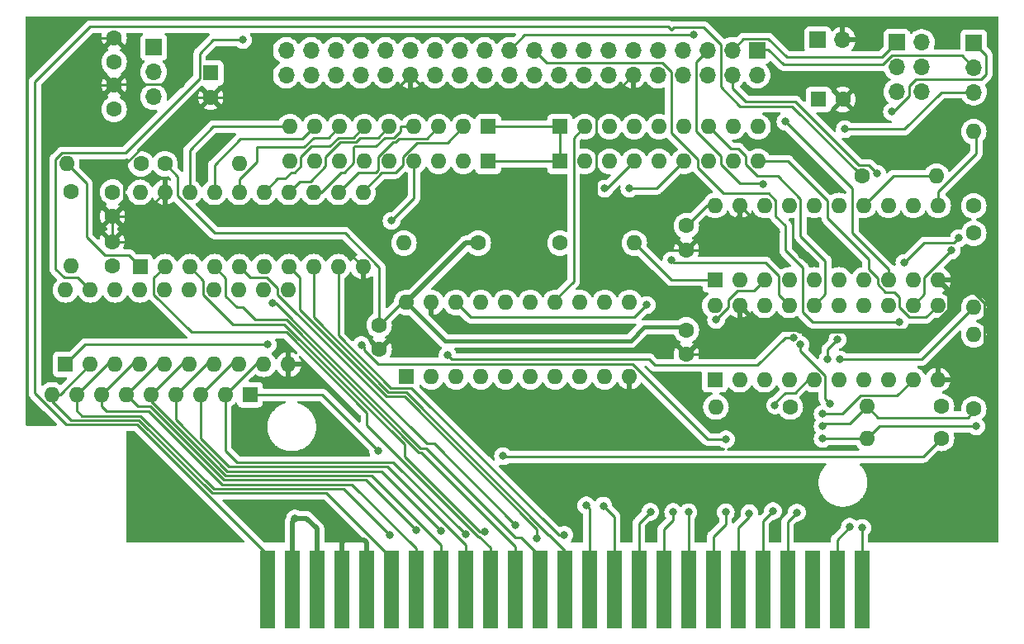
<source format=gbr>
%TF.GenerationSoftware,KiCad,Pcbnew,7.0.7*%
%TF.CreationDate,2023-11-09T10:03:36+00:00*%
%TF.ProjectId,MSX_FPGA_Hat,4d53585f-4650-4474-915f-4861742e6b69,1.5*%
%TF.SameCoordinates,Original*%
%TF.FileFunction,Copper,L2,Bot*%
%TF.FilePolarity,Positive*%
%FSLAX46Y46*%
G04 Gerber Fmt 4.6, Leading zero omitted, Abs format (unit mm)*
G04 Created by KiCad (PCBNEW 7.0.7) date 2023-11-09 10:03:36*
%MOMM*%
%LPD*%
G01*
G04 APERTURE LIST*
%TA.AperFunction,ComponentPad*%
%ADD10C,1.600000*%
%TD*%
%TA.AperFunction,ComponentPad*%
%ADD11R,1.600000X1.600000*%
%TD*%
%TA.AperFunction,ComponentPad*%
%ADD12O,1.600000X1.600000*%
%TD*%
%TA.AperFunction,ComponentPad*%
%ADD13R,1.700000X1.700000*%
%TD*%
%TA.AperFunction,ComponentPad*%
%ADD14O,1.700000X1.700000*%
%TD*%
%TA.AperFunction,ConnectorPad*%
%ADD15R,1.500000X8.000000*%
%TD*%
%TA.AperFunction,ViaPad*%
%ADD16C,0.800000*%
%TD*%
%TA.AperFunction,Conductor*%
%ADD17C,0.250000*%
%TD*%
%TA.AperFunction,Conductor*%
%ADD18C,0.500000*%
%TD*%
%TA.AperFunction,Conductor*%
%ADD19C,0.400000*%
%TD*%
G04 APERTURE END LIST*
D10*
%TO.P,C1,1*%
%TO.N,GNDREF*%
X61505859Y-45328812D03*
%TO.P,C1,2*%
%TO.N,Vdd*%
X61505859Y-47828812D03*
%TD*%
%TO.P,C7,1*%
%TO.N,MSX_3.3V*%
X61722000Y-26904000D03*
%TO.P,C7,2*%
%TO.N,GNDREF*%
X61722000Y-24404000D03*
%TD*%
D11*
%TO.P,U3,1,DIR*%
%TO.N,Net-(U3-DIR)*%
X91699000Y-59172000D03*
D12*
%TO.P,U3,2,A1*%
%TO.N,A8*%
X94239000Y-59172000D03*
%TO.P,U3,3,A2*%
%TO.N,A12*%
X96779000Y-59172000D03*
%TO.P,U3,4,A3*%
%TO.N,A7*%
X99319000Y-59172000D03*
%TO.P,U3,5,A4*%
%TO.N,A6*%
X101859000Y-59172000D03*
%TO.P,U3,6,A5*%
%TO.N,A10*%
X104399000Y-59172000D03*
%TO.P,U3,7,A6*%
%TO.N,A11*%
X106939000Y-59172000D03*
%TO.P,U3,8,A7*%
%TO.N,A15*%
X109479000Y-59172000D03*
%TO.P,U3,9,A8*%
%TO.N,A9*%
X112019000Y-59172000D03*
%TO.P,U3,10,GND*%
%TO.N,GNDREF*%
X114559000Y-59172000D03*
%TO.P,U3,11,B8*%
%TO.N,C_A9*%
X114559000Y-51552000D03*
%TO.P,U3,12,B7*%
%TO.N,C_A15*%
X112019000Y-51552000D03*
%TO.P,U3,13,B6*%
%TO.N,C_A11*%
X109479000Y-51552000D03*
%TO.P,U3,14,B5*%
%TO.N,C_A10*%
X106939000Y-51552000D03*
%TO.P,U3,15,B4*%
%TO.N,C_A6*%
X104399000Y-51552000D03*
%TO.P,U3,16,B3*%
%TO.N,C_A7*%
X101859000Y-51552000D03*
%TO.P,U3,17,B2*%
%TO.N,C_A12*%
X99319000Y-51552000D03*
%TO.P,U3,18,B1*%
%TO.N,C_A8*%
X96779000Y-51552000D03*
%TO.P,U3,19,/OE*%
%TO.N,GNDREF*%
X94239000Y-51552000D03*
%TO.P,U3,20,Vcc*%
%TO.N,Vdd*%
X91699000Y-51552000D03*
%TD*%
D13*
%TO.P,J5,1,Pin_1*%
%TO.N,DE_3.3V*%
X65786000Y-25400000D03*
D14*
%TO.P,J5,2,Pin_2*%
%TO.N,Vdd*%
X65786000Y-27940000D03*
%TO.P,J5,3,Pin_3*%
%TO.N,MSX_3.3V*%
X65786000Y-30480000D03*
%TD*%
D10*
%TO.P,R7,1*%
%TO.N,+5V*%
X146558000Y-62230000D03*
D12*
%TO.P,R7,2*%
%TO.N,{slash}INT*%
X138938000Y-62230000D03*
%TD*%
D10*
%TO.P,C2,1*%
%TO.N,GNDREF*%
X61562447Y-42735930D03*
%TO.P,C2,2*%
%TO.N,Vdd*%
X61562447Y-40235930D03*
%TD*%
D11*
%TO.P,C9,1*%
%TO.N,{slash}RESET*%
X133945621Y-30734000D03*
D10*
%TO.P,C9,2*%
%TO.N,GNDREF*%
X136445621Y-30734000D03*
%TD*%
D13*
%TO.P,SW1,1,1*%
%TO.N,{slash}RESET*%
X133878000Y-24613000D03*
D14*
%TO.P,SW1,2,2*%
%TO.N,GNDREF*%
X136418000Y-24613000D03*
%TD*%
D13*
%TO.P,IDC1,1,Pin_1*%
%TO.N,C_CLK_OR_RST*%
X127632000Y-25706000D03*
D14*
%TO.P,IDC1,2,Pin_2*%
%TO.N,{slash}C_M1*%
X127632000Y-28246000D03*
%TO.P,IDC1,3,Pin_3*%
%TO.N,{slash}C_CS_SLT*%
X125092000Y-25706000D03*
%TO.P,IDC1,4,Pin_4*%
%TO.N,{slash}C_SLTSL*%
X125092000Y-28246000D03*
%TO.P,IDC1,5,Pin_5*%
%TO.N,{slash}C_BUSDIR*%
X122552000Y-25706000D03*
%TO.P,IDC1,6,Pin_6*%
%TO.N,{slash}C_MREQ*%
X122552000Y-28246000D03*
%TO.P,IDC1,7,Pin_7*%
%TO.N,{slash}C_U1_D_OE*%
X120012000Y-25706000D03*
%TO.P,IDC1,8,Pin_8*%
%TO.N,{slash}C_RD*%
X120012000Y-28246000D03*
%TO.P,IDC1,9,Pin_9*%
%TO.N,{slash}C_IORQ*%
X117472000Y-25706000D03*
%TO.P,IDC1,10,Pin_10*%
%TO.N,C_A15*%
X117472000Y-28246000D03*
%TO.P,IDC1,11,Pin_11*%
%TO.N,DE_5V*%
X114932000Y-25706000D03*
%TO.P,IDC1,12,Pin_12*%
%TO.N,GNDREF*%
X114932000Y-28246000D03*
%TO.P,IDC1,13,Pin_13*%
%TO.N,{slash}C_WR*%
X112392000Y-25706000D03*
%TO.P,IDC1,14,Pin_14*%
%TO.N,C_A8*%
X112392000Y-28246000D03*
%TO.P,IDC1,15,Pin_15*%
%TO.N,C_A9*%
X109852000Y-25706000D03*
%TO.P,IDC1,16,Pin_16*%
%TO.N,C_A6*%
X109852000Y-28246000D03*
%TO.P,IDC1,17,Pin_17*%
%TO.N,C_A11*%
X107312000Y-25706000D03*
%TO.P,IDC1,18,Pin_18*%
%TO.N,C_A10*%
X107312000Y-28246000D03*
%TO.P,IDC1,19,Pin_19*%
%TO.N,{slash}C_WAIT*%
X104772000Y-25706000D03*
%TO.P,IDC1,20,Pin_20*%
%TO.N,C_A7*%
X104772000Y-28246000D03*
%TO.P,IDC1,21,Pin_21*%
%TO.N,{slash}C_INT*%
X102232000Y-25706000D03*
%TO.P,IDC1,22,Pin_22*%
%TO.N,C_A12*%
X102232000Y-28246000D03*
%TO.P,IDC1,23,Pin_23*%
%TO.N,C_A13*%
X99692000Y-25706000D03*
%TO.P,IDC1,24,Pin_24*%
%TO.N,C_D0*%
X99692000Y-28246000D03*
%TO.P,IDC1,25,Pin_25*%
%TO.N,C_A14*%
X97152000Y-25706000D03*
%TO.P,IDC1,26,Pin_26*%
%TO.N,C_D1*%
X97152000Y-28246000D03*
%TO.P,IDC1,27,Pin_27*%
%TO.N,C_A0*%
X94612000Y-25706000D03*
%TO.P,IDC1,28,Pin_28*%
%TO.N,C_D2*%
X94612000Y-28246000D03*
%TO.P,IDC1,29,Pin_29*%
%TO.N,DE_3.3V*%
X92072000Y-25706000D03*
%TO.P,IDC1,30,Pin_30*%
%TO.N,GNDREF*%
X92072000Y-28246000D03*
%TO.P,IDC1,31,Pin_31*%
%TO.N,C_A1*%
X89532000Y-25706000D03*
%TO.P,IDC1,32,Pin_32*%
%TO.N,C_D3*%
X89532000Y-28246000D03*
%TO.P,IDC1,33,Pin_33*%
%TO.N,C_A2*%
X86992000Y-25706000D03*
%TO.P,IDC1,34,Pin_34*%
%TO.N,C_D4*%
X86992000Y-28246000D03*
%TO.P,IDC1,35,Pin_35*%
%TO.N,C_A3*%
X84452000Y-25706000D03*
%TO.P,IDC1,36,Pin_36*%
%TO.N,C_D5*%
X84452000Y-28246000D03*
%TO.P,IDC1,37,Pin_37*%
%TO.N,C_A4*%
X81912000Y-25706000D03*
%TO.P,IDC1,38,Pin_38*%
%TO.N,C_D6*%
X81912000Y-28246000D03*
%TO.P,IDC1,39,Pin_39*%
%TO.N,C_A5*%
X79372000Y-25706000D03*
%TO.P,IDC1,40,Pin_40*%
%TO.N,C_D7*%
X79372000Y-28246000D03*
%TD*%
D10*
%TO.P,C5,1*%
%TO.N,GNDREF*%
X120396000Y-46188000D03*
%TO.P,C5,2*%
%TO.N,Vdd*%
X120396000Y-43688000D03*
%TD*%
%TO.P,R4,1*%
%TO.N,Vdd*%
X99060000Y-45466000D03*
D12*
%TO.P,R4,2*%
%TO.N,Net-(U3-DIR)*%
X91440000Y-45466000D03*
%TD*%
D15*
%TO.P,CONN1,1,/CS1*%
%TO.N,{slash}CS1*%
X138382025Y-81007202D03*
%TO.P,CONN1,3,/CS12*%
%TO.N,{slash}CS12*%
X135842025Y-81007202D03*
%TO.P,CONN1,5,RSV_(NC)*%
%TO.N,unconnected-(CONN1-RSV_(NC)-Pad5)*%
X133302025Y-81007202D03*
%TO.P,CONN1,7,/WAIT*%
%TO.N,{slash}WAIT*%
X130762025Y-81007202D03*
%TO.P,CONN1,9,/M1*%
%TO.N,{slash}M1*%
X128222025Y-81007202D03*
%TO.P,CONN1,11,/IORQ*%
%TO.N,{slash}IORQ*%
X125682025Y-81007202D03*
%TO.P,CONN1,13,/WR*%
%TO.N,{slash}WR*%
X123142025Y-81007202D03*
%TO.P,CONN1,15,/RESET*%
%TO.N,{slash}RESET*%
X120602025Y-81007202D03*
%TO.P,CONN1,17,A9*%
%TO.N,A9*%
X118062025Y-81007202D03*
%TO.P,CONN1,19,A11*%
%TO.N,A11*%
X115522025Y-81007202D03*
%TO.P,CONN1,21,A7*%
%TO.N,A7*%
X112982025Y-81007202D03*
%TO.P,CONN1,23,A12*%
%TO.N,A12*%
X110442025Y-81007202D03*
%TO.P,CONN1,25,A14*%
%TO.N,A14*%
X107902025Y-81007202D03*
%TO.P,CONN1,27,A1*%
%TO.N,A1*%
X105362025Y-81007202D03*
%TO.P,CONN1,29,A3*%
%TO.N,A3*%
X102822025Y-81007202D03*
%TO.P,CONN1,31,A5*%
%TO.N,A5*%
X100282025Y-81007202D03*
%TO.P,CONN1,33,D1*%
%TO.N,D1*%
X97742025Y-81007202D03*
%TO.P,CONN1,35,D3*%
%TO.N,D3*%
X95202025Y-81007202D03*
%TO.P,CONN1,37,D5*%
%TO.N,D5*%
X92662025Y-81007202D03*
%TO.P,CONN1,39,D7*%
%TO.N,D7*%
X90122025Y-81007202D03*
%TO.P,CONN1,41,GND*%
%TO.N,GNDREF*%
X87582025Y-81007202D03*
%TO.P,CONN1,43,GND*%
X85042025Y-81007202D03*
%TO.P,CONN1,45,+5V*%
%TO.N,+5V*%
X82502025Y-81007202D03*
%TO.P,CONN1,47,+5V*%
X79962025Y-81007202D03*
%TO.P,CONN1,49,SOUNDIN*%
%TO.N,SOUNDIN*%
X77422025Y-81007202D03*
%TD*%
D10*
%TO.P,D1,1,K*%
%TO.N,{slash}INT*%
X149860000Y-62484000D03*
D12*
%TO.P,D1,2,A*%
%TO.N,Net-(D1-A)*%
X149860000Y-54864000D03*
%TD*%
D10*
%TO.P,R3,1*%
%TO.N,Vdd*%
X131052000Y-62280630D03*
D12*
%TO.P,R3,2*%
%TO.N,Net-(U4-DIR)*%
X123432000Y-62280630D03*
%TD*%
D11*
%TO.P,RN5,1,common*%
%TO.N,+5V*%
X75661725Y-61017219D03*
D12*
%TO.P,RN5,2,R1*%
%TO.N,D0*%
X73121725Y-61017219D03*
%TO.P,RN5,3,R2*%
%TO.N,D1*%
X70581725Y-61017219D03*
%TO.P,RN5,4,R3*%
%TO.N,D2*%
X68041725Y-61017219D03*
%TO.P,RN5,5,R4*%
%TO.N,D3*%
X65501725Y-61017219D03*
%TO.P,RN5,6,R5*%
%TO.N,D4*%
X62961725Y-61017219D03*
%TO.P,RN5,7,R6*%
%TO.N,D5*%
X60421725Y-61017219D03*
%TO.P,RN5,8,R7*%
%TO.N,D6*%
X57881725Y-61017219D03*
%TO.P,RN5,9,R8*%
%TO.N,D7*%
X55341725Y-61017219D03*
%TD*%
D11*
%TO.P,RN4,1,common*%
%TO.N,Vdd*%
X107427000Y-33528000D03*
D12*
%TO.P,RN4,2,R1*%
%TO.N,C_A10*%
X109967000Y-33528000D03*
%TO.P,RN4,3,R2*%
%TO.N,C_A11*%
X112507000Y-33528000D03*
%TO.P,RN4,4,R3*%
%TO.N,C_A9*%
X115047000Y-33528000D03*
%TO.P,RN4,5,R4*%
%TO.N,{slash}C_WR*%
X117587000Y-33528000D03*
%TO.P,RN4,6,R5*%
%TO.N,{slash}C_IORQ*%
X120127000Y-33528000D03*
%TO.P,RN4,7,R6*%
%TO.N,{slash}C_MREQ*%
X122667000Y-33528000D03*
%TO.P,RN4,8,R7*%
%TO.N,{slash}C_CS_SLT*%
X125207000Y-33528000D03*
%TO.P,RN4,9,R8*%
%TO.N,C_CLK_OR_RST*%
X127747000Y-33528000D03*
%TD*%
D11*
%TO.P,U5,1,DIR*%
%TO.N,Net-(U5-DIR)*%
X123360000Y-49226000D03*
D12*
%TO.P,U5,2,A1*%
%TO.N,{slash}CS12*%
X125900000Y-49226000D03*
%TO.P,U5,3,A2*%
%TO.N,{slash}RESET*%
X128440000Y-49226000D03*
%TO.P,U5,4,A3*%
%TO.N,{slash}RFSH*%
X130980000Y-49226000D03*
%TO.P,U5,5,A4*%
%TO.N,CLOCK*%
X133520000Y-49226000D03*
%TO.P,U5,6,A5*%
%TO.N,C_SOUNDIN*%
X136060000Y-49226000D03*
%TO.P,U5,7,A6*%
%TO.N,{slash}C_BUSDIR*%
X138600000Y-49226000D03*
%TO.P,U5,8,A7*%
%TO.N,{slash}C_INT*%
X141140000Y-49226000D03*
%TO.P,U5,9,A8*%
%TO.N,{slash}C_WAIT*%
X143680000Y-49226000D03*
%TO.P,U5,10,GND*%
%TO.N,GNDREF*%
X146220000Y-49226000D03*
%TO.P,U5,11,B8*%
%TO.N,Net-(D2-A)*%
X146220000Y-41606000D03*
%TO.P,U5,12,B7*%
%TO.N,Net-(D1-A)*%
X143680000Y-41606000D03*
%TO.P,U5,13,B6*%
%TO.N,{slash}BUSDIR*%
X141140000Y-41606000D03*
%TO.P,U5,14,B5*%
%TO.N,Net-(U5-B5)*%
X138600000Y-41606000D03*
%TO.P,U5,15,B4*%
%TO.N,C_CLOCK*%
X136060000Y-41606000D03*
%TO.P,U5,16,B3*%
%TO.N,{slash}C_RFSH*%
X133520000Y-41606000D03*
%TO.P,U5,17,B2*%
%TO.N,{slash}C_RESET*%
X130980000Y-41606000D03*
%TO.P,U5,18,B1*%
%TO.N,{slash}C_CS12*%
X128440000Y-41606000D03*
%TO.P,U5,19,/OE*%
%TO.N,GNDREF*%
X125900000Y-41606000D03*
%TO.P,U5,20,Vcc*%
%TO.N,Vdd*%
X123360000Y-41606000D03*
%TD*%
D11*
%TO.P,RN1,1,common*%
%TO.N,Vdd*%
X100076000Y-37084000D03*
D12*
%TO.P,RN1,2,R1*%
%TO.N,C_D0*%
X97536000Y-37084000D03*
%TO.P,RN1,3,R2*%
%TO.N,C_D1*%
X94996000Y-37084000D03*
%TO.P,RN1,4,R3*%
%TO.N,C_D2*%
X92456000Y-37084000D03*
%TO.P,RN1,5,R4*%
%TO.N,C_D3*%
X89916000Y-37084000D03*
%TO.P,RN1,6,R5*%
%TO.N,C_D4*%
X87376000Y-37084000D03*
%TO.P,RN1,7,R6*%
%TO.N,C_D5*%
X84836000Y-37084000D03*
%TO.P,RN1,8,R7*%
%TO.N,C_D6*%
X82296000Y-37084000D03*
%TO.P,RN1,9,R8*%
%TO.N,C_D7*%
X79756000Y-37084000D03*
%TD*%
D10*
%TO.P,R8,1*%
%TO.N,+5V*%
X146558000Y-65501812D03*
D12*
%TO.P,R8,2*%
%TO.N,{slash}WAIT*%
X138938000Y-65501812D03*
%TD*%
D10*
%TO.P,R5,1*%
%TO.N,Vdd*%
X107442000Y-45466000D03*
D12*
%TO.P,R5,2*%
%TO.N,Net-(U5-DIR)*%
X115062000Y-45466000D03*
%TD*%
D10*
%TO.P,C3,1*%
%TO.N,GNDREF*%
X88900000Y-56368000D03*
%TO.P,C3,2*%
%TO.N,Vdd*%
X88900000Y-53868000D03*
%TD*%
%TO.P,D2,1,K*%
%TO.N,{slash}WAIT*%
X149860000Y-41656000D03*
D12*
%TO.P,D2,2,A*%
%TO.N,Net-(D2-A)*%
X149860000Y-34036000D03*
%TD*%
D11*
%TO.P,RN2,1,common*%
%TO.N,Vdd*%
X100091000Y-33528000D03*
D12*
%TO.P,RN2,2,R1*%
%TO.N,C_A13*%
X97551000Y-33528000D03*
%TO.P,RN2,3,R2*%
%TO.N,C_A14*%
X95011000Y-33528000D03*
%TO.P,RN2,4,R3*%
%TO.N,C_A0*%
X92471000Y-33528000D03*
%TO.P,RN2,5,R4*%
%TO.N,C_A1*%
X89931000Y-33528000D03*
%TO.P,RN2,6,R5*%
%TO.N,C_A2*%
X87391000Y-33528000D03*
%TO.P,RN2,7,R6*%
%TO.N,C_A3*%
X84851000Y-33528000D03*
%TO.P,RN2,8,R7*%
%TO.N,C_A4*%
X82311000Y-33528000D03*
%TO.P,RN2,9,R8*%
%TO.N,C_A5*%
X79771000Y-33528000D03*
%TD*%
D10*
%TO.P,R2,1*%
%TO.N,Vdd*%
X57335866Y-40224562D03*
D12*
%TO.P,R2,2*%
%TO.N,{slash}RD*%
X57335866Y-47844562D03*
%TD*%
D11*
%TO.P,U1,1,DIR*%
%TO.N,{slash}RD*%
X56748709Y-57897829D03*
D12*
%TO.P,U1,2,A1*%
%TO.N,D7*%
X59288709Y-57897829D03*
%TO.P,U1,3,A2*%
%TO.N,D6*%
X61828709Y-57897829D03*
%TO.P,U1,4,A3*%
%TO.N,D5*%
X64368709Y-57897829D03*
%TO.P,U1,5,A4*%
%TO.N,D4*%
X66908709Y-57897829D03*
%TO.P,U1,6,A5*%
%TO.N,D3*%
X69448709Y-57897829D03*
%TO.P,U1,7,A6*%
%TO.N,D2*%
X71988709Y-57897829D03*
%TO.P,U1,8,A7*%
%TO.N,D1*%
X74528709Y-57897829D03*
%TO.P,U1,9,A8*%
%TO.N,D0*%
X77068709Y-57897829D03*
%TO.P,U1,10,GND*%
%TO.N,GNDREF*%
X79608709Y-57897829D03*
%TO.P,U1,11,B8*%
%TO.N,C_D0*%
X79608709Y-50277829D03*
%TO.P,U1,12,B7*%
%TO.N,C_D1*%
X77068709Y-50277829D03*
%TO.P,U1,13,B6*%
%TO.N,C_D2*%
X74528709Y-50277829D03*
%TO.P,U1,14,B5*%
%TO.N,C_D3*%
X71988709Y-50277829D03*
%TO.P,U1,15,B4*%
%TO.N,C_D4*%
X69448709Y-50277829D03*
%TO.P,U1,16,B3*%
%TO.N,C_D5*%
X66908709Y-50277829D03*
%TO.P,U1,17,B2*%
%TO.N,C_D6*%
X64368709Y-50277829D03*
%TO.P,U1,18,B1*%
%TO.N,C_D7*%
X61828709Y-50277829D03*
%TO.P,U1,19,/OE*%
%TO.N,{slash}C_U1_D_OE*%
X59288709Y-50277829D03*
%TO.P,U1,20,Vcc*%
%TO.N,Vdd*%
X56748709Y-50277829D03*
%TD*%
D11*
%TO.P,C8,1*%
%TO.N,Vdd*%
X71628000Y-28027621D03*
D10*
%TO.P,C8,2*%
%TO.N,GNDREF*%
X71628000Y-30527621D03*
%TD*%
%TO.P,R6,1*%
%TO.N,Vdd*%
X66933441Y-37333077D03*
D12*
%TO.P,R6,2*%
%TO.N,{slash}C_U1_D_OE*%
X74553441Y-37333077D03*
%TD*%
D10*
%TO.P,C6,1*%
%TO.N,+5V*%
X61722000Y-31750000D03*
%TO.P,C6,2*%
%TO.N,GNDREF*%
X61722000Y-29250000D03*
%TD*%
D11*
%TO.P,U2,1,DIR*%
%TO.N,Net-(U2-DIR)*%
X64380328Y-47885400D03*
D12*
%TO.P,U2,2,A1*%
%TO.N,A5*%
X66920328Y-47885400D03*
%TO.P,U2,3,A2*%
%TO.N,A4*%
X69460328Y-47885400D03*
%TO.P,U2,4,A3*%
%TO.N,A3*%
X72000328Y-47885400D03*
%TO.P,U2,5,A4*%
%TO.N,A2*%
X74540328Y-47885400D03*
%TO.P,U2,6,A5*%
%TO.N,A1*%
X77080328Y-47885400D03*
%TO.P,U2,7,A6*%
%TO.N,A0*%
X79620328Y-47885400D03*
%TO.P,U2,8,A7*%
%TO.N,A14*%
X82160328Y-47885400D03*
%TO.P,U2,9,A8*%
%TO.N,A13*%
X84700328Y-47885400D03*
%TO.P,U2,10,GND*%
%TO.N,GNDREF*%
X87240328Y-47885400D03*
%TO.P,U2,11,B8*%
%TO.N,C_A13*%
X87240328Y-40265400D03*
%TO.P,U2,12,B7*%
%TO.N,C_A14*%
X84700328Y-40265400D03*
%TO.P,U2,13,B6*%
%TO.N,C_A0*%
X82160328Y-40265400D03*
%TO.P,U2,14,B5*%
%TO.N,C_A1*%
X79620328Y-40265400D03*
%TO.P,U2,15,B4*%
%TO.N,C_A2*%
X77080328Y-40265400D03*
%TO.P,U2,16,B3*%
%TO.N,C_A3*%
X74540328Y-40265400D03*
%TO.P,U2,17,B2*%
%TO.N,C_A4*%
X72000328Y-40265400D03*
%TO.P,U2,18,B1*%
%TO.N,C_A5*%
X69460328Y-40265400D03*
%TO.P,U2,19,/OE*%
%TO.N,GNDREF*%
X66920328Y-40265400D03*
%TO.P,U2,20,Vcc*%
%TO.N,Vdd*%
X64380328Y-40265400D03*
%TD*%
D10*
%TO.P,R1,1*%
%TO.N,Vdd*%
X64480620Y-37333077D03*
D12*
%TO.P,R1,2*%
%TO.N,Net-(U2-DIR)*%
X56860620Y-37333077D03*
%TD*%
D10*
%TO.P,C4,1*%
%TO.N,GNDREF*%
X120396000Y-56876000D03*
%TO.P,C4,2*%
%TO.N,Vdd*%
X120396000Y-54376000D03*
%TD*%
D13*
%TO.P,J2,1,Pin_1*%
%TO.N,C_CLOCK*%
X149860000Y-24907000D03*
D14*
%TO.P,J2,2,Pin_2*%
%TO.N,C_CLK_OR_RST*%
X149860000Y-27447000D03*
%TO.P,J2,3,Pin_3*%
%TO.N,{slash}C_RESET*%
X149860000Y-29987000D03*
%TD*%
D13*
%TO.P,J1,1,Pin_1*%
%TO.N,{slash}C_CS_SLT*%
X141986000Y-24887000D03*
D14*
%TO.P,J1,2,Pin_2*%
%TO.N,{slash}C_CS1*%
X144526000Y-24887000D03*
%TO.P,J1,3,Pin_3*%
%TO.N,{slash}C_CS2*%
X141986000Y-27427000D03*
%TO.P,J1,4,Pin_4*%
%TO.N,{slash}C_CS12*%
X144526000Y-27427000D03*
%TO.P,J1,5,Pin_5*%
%TO.N,{slash}C_RFSH*%
X141986000Y-29967000D03*
%TO.P,J1,6,Pin_6*%
%TO.N,C_SOUNDIN*%
X144526000Y-29967000D03*
%TD*%
D10*
%TO.P,R9,1*%
%TO.N,+5V*%
X149860000Y-44450000D03*
D12*
%TO.P,R9,2*%
%TO.N,{slash}BUSDIR*%
X149860000Y-52070000D03*
%TD*%
D11*
%TO.P,RN3,1,common*%
%TO.N,Vdd*%
X107427000Y-37084000D03*
D12*
%TO.P,RN3,2,R1*%
%TO.N,C_A12*%
X109967000Y-37084000D03*
%TO.P,RN3,3,R2*%
%TO.N,C_A7*%
X112507000Y-37084000D03*
%TO.P,RN3,4,R3*%
%TO.N,C_A6*%
X115047000Y-37084000D03*
%TO.P,RN3,5,R4*%
%TO.N,C_A8*%
X117587000Y-37084000D03*
%TO.P,RN3,6,R5*%
%TO.N,C_A15*%
X120127000Y-37084000D03*
%TO.P,RN3,7,R6*%
%TO.N,{slash}C_RD*%
X122667000Y-37084000D03*
%TO.P,RN3,8,R7*%
%TO.N,{slash}C_SLTSL*%
X125207000Y-37084000D03*
%TO.P,RN3,9,R8*%
%TO.N,{slash}C_M1*%
X127747000Y-37084000D03*
%TD*%
D10*
%TO.P,R10,1*%
%TO.N,SOUNDIN*%
X138430000Y-38608000D03*
D12*
%TO.P,R10,2*%
%TO.N,Net-(U5-B5)*%
X146050000Y-38608000D03*
%TD*%
D11*
%TO.P,U4,1,DIR*%
%TO.N,Net-(U4-DIR)*%
X123308514Y-59488874D03*
D12*
%TO.P,U4,2,A1*%
%TO.N,{slash}RD*%
X125848514Y-59488874D03*
%TO.P,U4,3,A2*%
%TO.N,{slash}WR*%
X128388514Y-59488874D03*
%TO.P,U4,4,A3*%
%TO.N,{slash}MREQ*%
X130928514Y-59488874D03*
%TO.P,U4,5,A4*%
%TO.N,{slash}IORQ*%
X133468514Y-59488874D03*
%TO.P,U4,6,A5*%
%TO.N,{slash}SLTSL*%
X136008514Y-59488874D03*
%TO.P,U4,7,A6*%
%TO.N,{slash}CS1*%
X138548514Y-59488874D03*
%TO.P,U4,8,A7*%
%TO.N,{slash}CS2*%
X141088514Y-59488874D03*
%TO.P,U4,9,A8*%
%TO.N,{slash}M1*%
X143628514Y-59488874D03*
%TO.P,U4,10,GND*%
%TO.N,GNDREF*%
X146168514Y-59488874D03*
%TO.P,U4,11,B8*%
%TO.N,{slash}C_M1*%
X146168514Y-51868874D03*
%TO.P,U4,12,B7*%
%TO.N,{slash}C_CS2*%
X143628514Y-51868874D03*
%TO.P,U4,13,B6*%
%TO.N,{slash}C_CS1*%
X141088514Y-51868874D03*
%TO.P,U4,14,B5*%
%TO.N,{slash}C_SLTSL*%
X138548514Y-51868874D03*
%TO.P,U4,15,B4*%
%TO.N,{slash}C_IORQ*%
X136008514Y-51868874D03*
%TO.P,U4,16,B3*%
%TO.N,{slash}C_MREQ*%
X133468514Y-51868874D03*
%TO.P,U4,17,B2*%
%TO.N,{slash}C_WR*%
X130928514Y-51868874D03*
%TO.P,U4,18,B1*%
%TO.N,{slash}C_RD*%
X128388514Y-51868874D03*
%TO.P,U4,19,/OE*%
%TO.N,GNDREF*%
X125848514Y-51868874D03*
%TO.P,U4,20,Vcc*%
%TO.N,Vdd*%
X123308514Y-51868874D03*
%TD*%
D16*
%TO.N,GNDREF*%
X118141464Y-59175145D03*
X76766359Y-65709623D03*
%TO.N,+5V*%
X88805606Y-66767238D03*
X101600000Y-67310000D03*
%TO.N,GNDREF*%
X88900000Y-45720000D03*
X129607196Y-44306515D03*
X134620000Y-39370000D03*
X69850000Y-72390000D03*
X132271631Y-46692352D03*
X72469846Y-35017044D03*
X55372000Y-28702000D03*
X133350000Y-44450000D03*
X84725247Y-75307173D03*
X68580000Y-29210000D03*
%TO.N,{slash}C_CS1*%
X142748000Y-47498000D03*
X148336000Y-44958000D03*
%TO.N,{slash}C_SLTSL*%
X139954000Y-38354000D03*
%TO.N,C_A15*%
X114554000Y-39878000D03*
%TO.N,{slash}C_IORQ*%
X134874000Y-57404000D03*
X135890000Y-55372000D03*
%TO.N,+5V*%
X80280512Y-73700765D03*
%TO.N,{slash}C_RESET*%
X136652000Y-33782000D03*
%TO.N,C_A8*%
X116332000Y-51816000D03*
%TO.N,C_CLOCK*%
X141478000Y-32004000D03*
%TO.N,C_A6*%
X112014000Y-39878000D03*
%TO.N,C_D2*%
X90162694Y-43187305D03*
%TO.N,{slash}C_CS2*%
X147574000Y-46228000D03*
%TO.N,{slash}C_WAIT*%
X142240000Y-53594000D03*
%TO.N,{slash}CS1*%
X138430000Y-74676000D03*
%TO.N,{slash}CS12*%
X137160000Y-74567025D03*
%TO.N,{slash}RFSH*%
X135128000Y-61976000D03*
X132080000Y-55880000D03*
%TO.N,{slash}WAIT*%
X150114000Y-64262000D03*
X131725000Y-73100000D03*
X134366000Y-65532000D03*
%TO.N,{slash}INT*%
X134366000Y-64262000D03*
%TO.N,{slash}M1*%
X129275000Y-72950000D03*
X134366000Y-62992000D03*
%TO.N,{slash}BUSDIR*%
X136144000Y-57404000D03*
%TO.N,{slash}IORQ*%
X126850000Y-73175000D03*
X129477000Y-62105630D03*
%TO.N,{slash}WR*%
X124425000Y-73075000D03*
%TO.N,{slash}RD*%
X77470000Y-55880000D03*
X124460000Y-65602379D03*
X87076699Y-55930300D03*
%TO.N,{slash}RESET*%
X120602025Y-73072975D03*
X123444000Y-53340000D03*
%TO.N,A9*%
X119050000Y-73050000D03*
%TO.N,A11*%
X116700000Y-73025000D03*
%TO.N,A7*%
X111875000Y-72400000D03*
%TO.N,A12*%
X110125000Y-72375000D03*
%TO.N,A13*%
X107887124Y-75407773D03*
%TO.N,A1*%
X77993882Y-51625682D03*
%TO.N,A0*%
X105082972Y-75759951D03*
%TO.N,A2*%
X102828819Y-74348947D03*
%TO.N,A4*%
X99732609Y-75093321D03*
%TO.N,D0*%
X97742025Y-75345052D03*
%TO.N,D2*%
X95231491Y-74948509D03*
%TO.N,D4*%
X92710000Y-74930000D03*
%TO.N,D6*%
X89968876Y-75433077D03*
%TO.N,CLOCK*%
X95916629Y-56986447D03*
X131373245Y-55155500D03*
%TO.N,{slash}C_WR*%
X118872000Y-47244000D03*
%TO.N,{slash}C_INT*%
X121158000Y-24130000D03*
X130556000Y-33020000D03*
%TO.N,{slash}C_BUSDIR*%
X128270000Y-39408479D03*
%TO.N,{slash}C_U1_D_OE*%
X74930000Y-24638000D03*
%TD*%
D17*
%TO.N,+5V*%
X83055587Y-61017219D02*
X75661725Y-61017219D01*
X88805606Y-66767238D02*
X83055587Y-61017219D01*
X101657273Y-67367273D02*
X101600000Y-67310000D01*
X144692539Y-67367273D02*
X101657273Y-67367273D01*
X146558000Y-65501812D02*
X144692539Y-67367273D01*
%TO.N,GNDREF*%
X61562447Y-42735930D02*
X61562447Y-45272224D01*
D18*
X147418514Y-50424514D02*
X147418514Y-52386641D01*
X87582025Y-81007202D02*
X87582025Y-76152025D01*
X131725327Y-54305500D02*
X128285140Y-54305500D01*
D17*
X64770000Y-35560000D02*
X64662706Y-35560000D01*
D18*
X85344000Y-75925926D02*
X84725247Y-75307173D01*
D17*
X66920328Y-40265400D02*
X64449798Y-42735930D01*
X148606991Y-49226000D02*
X150985000Y-51604009D01*
X62687447Y-41610930D02*
X61562447Y-42735930D01*
X89790379Y-30527621D02*
X71628000Y-30527621D01*
D18*
X128285140Y-54305500D02*
X125848514Y-51868874D01*
X85344000Y-75946000D02*
X85042025Y-76247975D01*
D17*
X64662706Y-35560000D02*
X62687447Y-37535259D01*
X120396000Y-46188000D02*
X118324000Y-46188000D01*
X93708443Y-29882443D02*
X92072000Y-28246000D01*
X92072000Y-28246000D02*
X89790379Y-30527621D01*
D18*
X146220000Y-49226000D02*
X147418514Y-50424514D01*
D17*
X113295557Y-29882443D02*
X111162443Y-29882443D01*
X61562447Y-45272224D02*
X61505859Y-45328812D01*
X84683740Y-45328812D02*
X61505859Y-45328812D01*
D18*
X131941827Y-54522000D02*
X131725327Y-54305500D01*
D17*
X111162443Y-29882443D02*
X93708443Y-29882443D01*
D18*
X147418514Y-52386641D02*
X145283155Y-54522000D01*
X85344000Y-75946000D02*
X85344000Y-75925926D01*
D17*
X61762000Y-29210000D02*
X61722000Y-29250000D01*
X129607196Y-44306515D02*
X128600515Y-44306515D01*
X146220000Y-49226000D02*
X148606991Y-49226000D01*
X55372000Y-28702000D02*
X55626000Y-28702000D01*
D18*
X145283155Y-54522000D02*
X131941827Y-54522000D01*
D17*
X125848514Y-53221486D02*
X122194000Y-56876000D01*
X111162443Y-41312443D02*
X111162443Y-29882443D01*
X55372000Y-28702000D02*
X59690000Y-28702000D01*
X68580000Y-29210000D02*
X61762000Y-29210000D01*
X114554000Y-42418000D02*
X112268000Y-42418000D01*
X69802379Y-30527621D02*
X64770000Y-35560000D01*
X64449798Y-42735930D02*
X61562447Y-42735930D01*
X59924000Y-24404000D02*
X61722000Y-24404000D01*
X118324000Y-46188000D02*
X114554000Y-42418000D01*
X87240328Y-47885400D02*
X84683740Y-45328812D01*
X112268000Y-42418000D02*
X111162443Y-41312443D01*
X128600515Y-44306515D02*
X125900000Y-41606000D01*
X122194000Y-56876000D02*
X120396000Y-56876000D01*
X55626000Y-28702000D02*
X59924000Y-24404000D01*
X71628000Y-30527621D02*
X69802379Y-30527621D01*
X150985000Y-55803758D02*
X147299884Y-59488874D01*
X62687447Y-37535259D02*
X62687447Y-41610930D01*
X125900000Y-42502000D02*
X125900000Y-41606000D01*
X150985000Y-51604009D02*
X150985000Y-55803758D01*
X147299884Y-59488874D02*
X146168514Y-59488874D01*
X125848514Y-51868874D02*
X125848514Y-53221486D01*
D18*
X85042025Y-76247975D02*
X85042025Y-81007202D01*
D17*
X122194000Y-46208000D02*
X125900000Y-42502000D01*
X59690000Y-28702000D02*
X60238000Y-29250000D01*
D18*
X87376000Y-75946000D02*
X85344000Y-75946000D01*
D17*
X60238000Y-29250000D02*
X61722000Y-29250000D01*
X114932000Y-28246000D02*
X113295557Y-29882443D01*
D18*
X87582025Y-76152025D02*
X87376000Y-75946000D01*
D17*
X120396000Y-46208000D02*
X122194000Y-46208000D01*
%TO.N,{slash}C_CS1*%
X147828000Y-45466000D02*
X148336000Y-44958000D01*
X144780000Y-45466000D02*
X147828000Y-45466000D01*
X142748000Y-47498000D02*
X144780000Y-45466000D01*
%TO.N,{slash}C_SLTSL*%
X131572000Y-30988000D02*
X126492000Y-30988000D01*
X139083000Y-37483000D02*
X138067000Y-37483000D01*
X126492000Y-30988000D02*
X125092000Y-29588000D01*
X138067000Y-37483000D02*
X131572000Y-30988000D01*
X139954000Y-38354000D02*
X139083000Y-37483000D01*
X125092000Y-29588000D02*
X125092000Y-28246000D01*
%TO.N,C_A15*%
X117333000Y-39878000D02*
X120127000Y-37084000D01*
X114554000Y-39878000D02*
X117333000Y-39878000D01*
%TO.N,{slash}C_IORQ*%
X134874000Y-56388000D02*
X134874000Y-57404000D01*
X135890000Y-55372000D02*
X134874000Y-56388000D01*
D18*
%TO.N,+5V*%
X80260003Y-73721274D02*
X80189749Y-73791528D01*
X82502025Y-74758948D02*
X82502025Y-80314405D01*
X81443842Y-73700765D02*
X82502025Y-74758948D01*
X79962025Y-81007202D02*
X79962025Y-74019252D01*
X80260003Y-73721274D02*
X80280512Y-73700765D01*
X80280512Y-73700765D02*
X81443842Y-73700765D01*
X79962025Y-74019252D02*
X80280512Y-73700765D01*
D17*
%TO.N,{slash}C_MREQ*%
X127680009Y-38608000D02*
X126492000Y-37419991D01*
X124953000Y-35814000D02*
X122667000Y-33528000D01*
X125730000Y-35814000D02*
X124953000Y-35814000D01*
X132105000Y-44729000D02*
X132105000Y-40919000D01*
X133468514Y-51868874D02*
X134645000Y-50692388D01*
X134645000Y-47269000D02*
X132105000Y-44729000D01*
X126492000Y-37419991D02*
X126492000Y-36576000D01*
X134645000Y-50692388D02*
X134645000Y-47269000D01*
X129794000Y-38608000D02*
X127680009Y-38608000D01*
X132105000Y-40919000D02*
X129794000Y-38608000D01*
X126492000Y-36576000D02*
X125730000Y-35814000D01*
%TO.N,C_A10*%
X109967000Y-33528000D02*
X108842000Y-34653000D01*
X106939000Y-51303000D02*
X106939000Y-51552000D01*
X108842000Y-49400000D02*
X106939000Y-51303000D01*
X108842000Y-34653000D02*
X108842000Y-49400000D01*
%TO.N,{slash}C_RESET*%
X136652000Y-33782000D02*
X142748000Y-33782000D01*
X146543000Y-29987000D02*
X149860000Y-29987000D01*
X142748000Y-33782000D02*
X146543000Y-29987000D01*
%TO.N,C_A8*%
X115062000Y-53086000D02*
X116332000Y-51816000D01*
X98313000Y-53086000D02*
X115062000Y-53086000D01*
X96779000Y-51552000D02*
X98313000Y-53086000D01*
%TO.N,C_CLOCK*%
X150623674Y-28700326D02*
X151130000Y-28194000D01*
X141610701Y-32004000D02*
X141478000Y-32004000D01*
X143889070Y-28700326D02*
X150623674Y-28700326D01*
X151130000Y-26177000D02*
X149860000Y-24907000D01*
X151130000Y-28194000D02*
X151130000Y-26177000D01*
X143256000Y-30358701D02*
X141610701Y-32004000D01*
X143256000Y-29333396D02*
X143256000Y-30358701D01*
X143256000Y-29333396D02*
X143889070Y-28700326D01*
%TO.N,C_A6*%
X112014000Y-39878000D02*
X112253000Y-39878000D01*
X112253000Y-39878000D02*
X115047000Y-37084000D01*
%TO.N,C_D2*%
X90162695Y-43187305D02*
X90170000Y-43180000D01*
X90162694Y-43187305D02*
X90162695Y-43187305D01*
X92456000Y-40894000D02*
X92456000Y-37084000D01*
X90162694Y-43187305D02*
X92456000Y-40894000D01*
%TO.N,C_D0*%
X97536000Y-37222625D02*
X97536000Y-37084000D01*
%TO.N,{slash}C_M1*%
X134874000Y-41148000D02*
X130810000Y-37084000D01*
X140015000Y-49691991D02*
X140015000Y-49050009D01*
X130810000Y-37084000D02*
X127747000Y-37084000D01*
X142213514Y-52044865D02*
X142213514Y-51027514D01*
X142213514Y-51027514D02*
X141691992Y-50505992D01*
X140015000Y-49050009D02*
X139065991Y-48101000D01*
X144951388Y-53086000D02*
X143254649Y-53086000D01*
X134874000Y-42926000D02*
X134874000Y-41148000D01*
X143254649Y-53086000D02*
X142213514Y-52044865D01*
X139065991Y-48101000D02*
X139065991Y-47117991D01*
X140829001Y-50505992D02*
X140015000Y-49691991D01*
X141691992Y-50505992D02*
X140829001Y-50505992D01*
X146168514Y-51868874D02*
X144951388Y-53086000D01*
X139065991Y-47117991D02*
X134874000Y-42926000D01*
%TO.N,{slash}C_CS2*%
X144805000Y-50692388D02*
X143628514Y-51868874D01*
X144805000Y-48997000D02*
X144805000Y-50692388D01*
X147574000Y-46228000D02*
X144805000Y-48997000D01*
%TO.N,{slash}C_WAIT*%
X142240000Y-53594000D02*
X133350000Y-53594000D01*
X129565000Y-41140009D02*
X128810991Y-40386000D01*
X117912278Y-26980278D02*
X106046278Y-26980278D01*
X124206000Y-40386000D02*
X121542000Y-37722000D01*
X121542000Y-36908009D02*
X118837000Y-34203009D01*
X130556000Y-46228000D02*
X130556000Y-43688000D01*
X121542000Y-37722000D02*
X121542000Y-36908009D01*
X128810991Y-40386000D02*
X124206000Y-40386000D01*
X132334000Y-48006000D02*
X130556000Y-46228000D01*
X130556000Y-43688000D02*
X129565000Y-42697000D01*
X132334000Y-52578000D02*
X132334000Y-48006000D01*
X129565000Y-42697000D02*
X129565000Y-41140009D01*
X106046278Y-26980278D02*
X104772000Y-25706000D01*
X118837000Y-34203009D02*
X118837000Y-27905000D01*
X118837000Y-27905000D02*
X117912278Y-26980278D01*
X133350000Y-53594000D02*
X132334000Y-52578000D01*
%TO.N,{slash}CS1*%
X138382025Y-75485975D02*
X138382025Y-74723975D01*
X138382025Y-74723975D02*
X138430000Y-74676000D01*
X138382025Y-80314405D02*
X138382025Y-75485975D01*
%TO.N,{slash}CS12*%
X135842025Y-75885000D02*
X137160000Y-74567025D01*
X135842025Y-80314405D02*
X135842025Y-75885000D01*
%TO.N,{slash}RFSH*%
X132080000Y-55880000D02*
X132080000Y-56509369D01*
X134593514Y-61441514D02*
X135128000Y-61976000D01*
X134593514Y-59022883D02*
X134593514Y-61441514D01*
X132080000Y-56509369D02*
X134593514Y-59022883D01*
%TO.N,{slash}WAIT*%
X134366000Y-65532000D02*
X134396188Y-65501812D01*
X134396188Y-65501812D02*
X138938000Y-65501812D01*
X130762025Y-80314405D02*
X130762025Y-74062975D01*
X150114000Y-64262000D02*
X140177812Y-64262000D01*
X140177812Y-64262000D02*
X138938000Y-65501812D01*
X130762025Y-74062975D02*
X131725000Y-73100000D01*
%TO.N,{slash}INT*%
X134366000Y-64262000D02*
X134620000Y-64008000D01*
X138938000Y-62230000D02*
X140063000Y-63355000D01*
X149243000Y-63355000D02*
X150114000Y-62484000D01*
X140063000Y-63355000D02*
X149243000Y-63355000D01*
X137160000Y-64008000D02*
X138938000Y-62230000D01*
X134620000Y-64008000D02*
X137160000Y-64008000D01*
%TO.N,{slash}M1*%
X142012388Y-61105000D02*
X143628514Y-59488874D01*
X136398000Y-62992000D02*
X138285000Y-61105000D01*
X128222025Y-74002975D02*
X128222025Y-80314405D01*
X129275000Y-72950000D02*
X128222025Y-74002975D01*
X134366000Y-62992000D02*
X136398000Y-62992000D01*
X138285000Y-61105000D02*
X142012388Y-61105000D01*
%TO.N,{slash}BUSDIR*%
X136144000Y-57404000D02*
X144526000Y-57404000D01*
X144526000Y-57404000D02*
X149860000Y-52070000D01*
%TO.N,{slash}IORQ*%
X129477000Y-61896621D02*
X130567991Y-60805630D01*
X125682025Y-80314405D02*
X125682025Y-74667975D01*
X131527000Y-60805630D02*
X132843756Y-59488874D01*
X126825000Y-73200000D02*
X126850000Y-73175000D01*
X132843756Y-59488874D02*
X133468514Y-59488874D01*
X129477000Y-62105630D02*
X129477000Y-61896621D01*
X125682025Y-74667975D02*
X126825000Y-73525000D01*
X126825000Y-73525000D02*
X126825000Y-73200000D01*
X130567991Y-60805630D02*
X131527000Y-60805630D01*
%TO.N,{slash}WR*%
X123142025Y-80314405D02*
X123142025Y-75564405D01*
X124425000Y-74281430D02*
X124425000Y-73075000D01*
X123142025Y-75564405D02*
X124425000Y-74281430D01*
%TO.N,{slash}RD*%
X58766538Y-55880000D02*
X77470000Y-55880000D01*
X87359396Y-56446000D02*
X88773396Y-57860000D01*
X122580370Y-65602379D02*
X124460000Y-65602379D01*
X87076699Y-55854850D02*
X87177299Y-55955450D01*
X87076699Y-55930300D02*
X87076699Y-55854850D01*
X56748709Y-57897829D02*
X58766538Y-55880000D01*
X87152149Y-55930300D02*
X87076699Y-55930300D01*
X114837991Y-57860000D02*
X122580370Y-65602379D01*
X87359396Y-56137547D02*
X87152149Y-55930300D01*
X88773396Y-57860000D02*
X114837991Y-57860000D01*
X87359396Y-56446000D02*
X87359396Y-56137547D01*
%TO.N,{slash}RESET*%
X125671000Y-50351000D02*
X127315000Y-50351000D01*
X127315000Y-50351000D02*
X128440000Y-49226000D01*
X120602025Y-80314405D02*
X120602025Y-73072975D01*
X123444000Y-53340000D02*
X124714000Y-52070000D01*
X124714000Y-51308000D02*
X125671000Y-50351000D01*
X124714000Y-52070000D02*
X124714000Y-51308000D01*
%TO.N,A9*%
X119050000Y-73050000D02*
X119050000Y-73850000D01*
X118062025Y-74837975D02*
X118062025Y-80314405D01*
X119050000Y-73850000D02*
X118062025Y-74837975D01*
%TO.N,A11*%
X116700000Y-73025000D02*
X115522025Y-74202975D01*
X115522025Y-74202975D02*
X115522025Y-80314405D01*
%TO.N,A7*%
X111875000Y-72400000D02*
X112982025Y-73507025D01*
X112982025Y-73507025D02*
X112982025Y-80314405D01*
%TO.N,A12*%
X110125000Y-72375000D02*
X110442025Y-72692025D01*
X110442025Y-72692025D02*
X110442025Y-80314405D01*
%TO.N,A14*%
X82160328Y-47885400D02*
X82160328Y-53051082D01*
X91660138Y-60747000D02*
X106283186Y-75370048D01*
X89856246Y-60747000D02*
X91660138Y-60747000D01*
X106283186Y-75370048D02*
X106290097Y-75370048D01*
X82160328Y-53051082D02*
X89856246Y-60747000D01*
X106290097Y-75370048D02*
X107902025Y-76981976D01*
X107902025Y-76981976D02*
X107902025Y-80314405D01*
%TO.N,A13*%
X90042642Y-60297000D02*
X84700328Y-54954686D01*
X107887124Y-75407773D02*
X107325555Y-75407773D01*
X84700328Y-54954686D02*
X84700328Y-47885400D01*
X92214782Y-60297000D02*
X90042642Y-60297000D01*
X107325555Y-75407773D02*
X92214782Y-60297000D01*
%TO.N,A1*%
X93706082Y-66490000D02*
X102888008Y-75671926D01*
X102888008Y-75671926D02*
X103435645Y-75671926D01*
X103435645Y-75671926D02*
X105362025Y-77598306D01*
X77993882Y-51625682D02*
X78295682Y-51625682D01*
X93160000Y-66490000D02*
X93706082Y-66490000D01*
X78295682Y-51625682D02*
X93160000Y-66490000D01*
X105362025Y-77598306D02*
X105362025Y-81007202D01*
%TO.N,A0*%
X89669850Y-61197000D02*
X80733709Y-52260859D01*
X105082972Y-75759951D02*
X105082972Y-74806230D01*
X105082972Y-74806230D02*
X91473742Y-61197000D01*
X91473742Y-61197000D02*
X89669850Y-61197000D01*
X80733709Y-52260859D02*
X80733709Y-48998781D01*
X80733709Y-48998781D02*
X79620328Y-47885400D01*
%TO.N,A3*%
X72000328Y-47885400D02*
X73179225Y-49064297D01*
X102822025Y-76567931D02*
X102822025Y-81007202D01*
X92973604Y-66940000D02*
X93194094Y-66940000D01*
X93194094Y-66940000D02*
X102822025Y-76567931D01*
X74296396Y-52070000D02*
X74930000Y-52070000D01*
X79373604Y-53340000D02*
X92973604Y-66940000D01*
X73179225Y-50952829D02*
X74296396Y-52070000D01*
X73179225Y-49064297D02*
X73179225Y-50952829D01*
X74930000Y-52070000D02*
X76200000Y-53340000D01*
X76200000Y-53340000D02*
X79373604Y-53340000D01*
%TO.N,A2*%
X77392271Y-49010400D02*
X75665328Y-49010400D01*
X78483709Y-50101838D02*
X77392271Y-49010400D01*
X94519872Y-66040000D02*
X93779889Y-66040000D01*
X75665328Y-49010400D02*
X74540328Y-47885400D01*
X102828819Y-74348947D02*
X94519872Y-66040000D01*
X93779889Y-66040000D02*
X78483709Y-50743820D01*
X78483709Y-50743820D02*
X78483709Y-50101838D01*
%TO.N,A5*%
X79370812Y-54610000D02*
X87630000Y-62869188D01*
X65783709Y-49022019D02*
X65783709Y-50743820D01*
X99157304Y-75543321D02*
X100282025Y-76668042D01*
X87630000Y-64136396D02*
X99036925Y-75543321D01*
X65783709Y-50743820D02*
X69649889Y-54610000D01*
X99036925Y-75543321D02*
X99157304Y-75543321D01*
X100282025Y-76668042D02*
X100282025Y-81007202D01*
X66920328Y-47885400D02*
X65783709Y-49022019D01*
X69649889Y-54610000D02*
X79370812Y-54610000D01*
X87630000Y-62869188D02*
X87630000Y-64136396D01*
%TO.N,A4*%
X91520000Y-67390000D02*
X91520000Y-66122792D01*
X99732609Y-75093321D02*
X99223321Y-75093321D01*
X99223321Y-75093321D02*
X91520000Y-67390000D01*
X91520000Y-66122792D02*
X79187208Y-53790000D01*
X70863709Y-49288781D02*
X69460328Y-47885400D01*
X73909889Y-53790000D02*
X70863709Y-50743820D01*
X79187208Y-53790000D02*
X73909889Y-53790000D01*
X70863709Y-50743820D02*
X70863709Y-49288781D01*
%TO.N,D1*%
X70581725Y-61017219D02*
X70581725Y-65496141D01*
X97742025Y-76434445D02*
X97742025Y-81007202D01*
X70581725Y-61017219D02*
X73701115Y-57897829D01*
X70581725Y-65496141D02*
X73505584Y-68420000D01*
X73505584Y-68420000D02*
X89727580Y-68420000D01*
X73701115Y-57897829D02*
X74528709Y-57897829D01*
X89727580Y-68420000D02*
X97742025Y-76434445D01*
%TO.N,D0*%
X97742025Y-75345052D02*
X90366973Y-67970000D01*
X76241115Y-57897829D02*
X77068709Y-57897829D01*
X74320000Y-67970000D02*
X73121725Y-66771725D01*
X90366973Y-67970000D02*
X74320000Y-67970000D01*
X73121725Y-66771725D02*
X73121725Y-61017219D01*
X73121725Y-61017219D02*
X76241115Y-57897829D01*
%TO.N,D3*%
X65501725Y-61017219D02*
X65501725Y-61688933D01*
X68621115Y-57897829D02*
X69448709Y-57897829D01*
X65501725Y-61688933D02*
X73132792Y-69320000D01*
X65501725Y-61017219D02*
X68621115Y-57897829D01*
X88125305Y-69320000D02*
X95202025Y-76396720D01*
X95202025Y-76396720D02*
X95202025Y-81007202D01*
X73132792Y-69320000D02*
X88125305Y-69320000D01*
%TO.N,D2*%
X95230783Y-74948509D02*
X89152274Y-68870000D01*
X89152274Y-68870000D02*
X73319188Y-68870000D01*
X73319188Y-68870000D02*
X68041725Y-63592537D01*
X68041725Y-61017219D02*
X71161115Y-57897829D01*
X68041725Y-63592537D02*
X68041725Y-61017219D01*
X71161115Y-57897829D02*
X71988709Y-57897829D01*
X95231491Y-74948509D02*
X95230783Y-74948509D01*
%TO.N,D5*%
X60421725Y-61017219D02*
X63541115Y-57897829D01*
X63541115Y-57897829D02*
X64368709Y-57897829D01*
X60421725Y-61017219D02*
X60421725Y-62186725D01*
X60960000Y-62725000D02*
X65265000Y-62725000D01*
X60421725Y-62186725D02*
X60960000Y-62725000D01*
X92662025Y-76757202D02*
X92662025Y-81007202D01*
X86124823Y-70220000D02*
X92662025Y-76757202D01*
X65265000Y-62725000D02*
X72760000Y-70220000D01*
X72760000Y-70220000D02*
X86124823Y-70220000D01*
%TO.N,D4*%
X64174506Y-62230000D02*
X65406396Y-62230000D01*
X62961725Y-61017219D02*
X64174506Y-62230000D01*
X65406396Y-62230000D02*
X72946396Y-69770000D01*
X72946396Y-69770000D02*
X87550000Y-69770000D01*
X87550000Y-69770000D02*
X92710000Y-74930000D01*
X66081115Y-57897829D02*
X66908709Y-57897829D01*
X62961725Y-61017219D02*
X66081115Y-57897829D01*
%TO.N,D7*%
X90122025Y-77757202D02*
X90122025Y-81007202D01*
X57275000Y-63625000D02*
X64261396Y-63625000D01*
X55341725Y-61691725D02*
X57275000Y-63625000D01*
X83484823Y-71120000D02*
X90122025Y-77757202D01*
X71756396Y-71120000D02*
X83484823Y-71120000D01*
X55341725Y-61017219D02*
X56169319Y-61017219D01*
X56169319Y-61017219D02*
X59288709Y-57897829D01*
X64261396Y-63625000D02*
X71756396Y-71120000D01*
X55341725Y-61017219D02*
X55341725Y-61691725D01*
%TO.N,D6*%
X64447792Y-63175000D02*
X71942792Y-70670000D01*
X57881725Y-62636725D02*
X58420000Y-63175000D01*
X89981451Y-75433077D02*
X89931151Y-75382777D01*
X57881725Y-61017219D02*
X61001115Y-57897829D01*
X57881725Y-61017219D02*
X57881725Y-62636725D01*
X71942792Y-70670000D02*
X85218374Y-70670000D01*
X89968876Y-75433077D02*
X89981451Y-75433077D01*
X89968876Y-75420502D02*
X89968876Y-75433077D01*
X61001115Y-57897829D02*
X61828709Y-57897829D01*
X58420000Y-63175000D02*
X64447792Y-63175000D01*
X85218374Y-70670000D02*
X89968876Y-75420502D01*
%TO.N,CLOCK*%
X127673000Y-58001000D02*
X130518500Y-55155500D01*
X130518500Y-55155500D02*
X131373245Y-55155500D01*
X116586000Y-57404000D02*
X117183000Y-58001000D01*
X117183000Y-58001000D02*
X127673000Y-58001000D01*
X95916629Y-56986447D02*
X96334182Y-57404000D01*
X96334182Y-57404000D02*
X116586000Y-57404000D01*
%TO.N,SOUNDIN*%
X59271000Y-23279000D02*
X53594000Y-28956000D01*
X77422025Y-77422025D02*
X77422025Y-81007202D01*
X118872000Y-23622000D02*
X118529000Y-23279000D01*
X131260000Y-31438000D02*
X125926000Y-31438000D01*
X119126000Y-23368000D02*
X118872000Y-23622000D01*
X118529000Y-23279000D02*
X59271000Y-23279000D01*
X64075000Y-64075000D02*
X77422025Y-77422025D01*
X125926000Y-31438000D02*
X123908722Y-29420722D01*
X138430000Y-38608000D02*
X131260000Y-31438000D01*
X53594000Y-60860485D02*
X56808515Y-64075000D01*
X56808515Y-64075000D02*
X64075000Y-64075000D01*
X123908722Y-25090720D02*
X122186002Y-23368000D01*
X123908722Y-29420722D02*
X123908722Y-25090720D01*
X122186002Y-23368000D02*
X119126000Y-23368000D01*
X53594000Y-28956000D02*
X53594000Y-60860485D01*
%TO.N,C_CLK_OR_RST*%
X127632000Y-25706000D02*
X127749452Y-25588548D01*
X140573299Y-27178000D02*
X141499299Y-26252000D01*
X128802265Y-25588548D02*
X130391717Y-27178000D01*
X127749452Y-25588548D02*
X128802265Y-25588548D01*
X148665000Y-26252000D02*
X149860000Y-27447000D01*
X130391717Y-27178000D02*
X140573299Y-27178000D01*
X141499299Y-26252000D02*
X148665000Y-26252000D01*
%TO.N,C_A5*%
X71882000Y-33528000D02*
X79771000Y-33528000D01*
X69460328Y-35949672D02*
X71882000Y-33528000D01*
X69460328Y-40265400D02*
X69460328Y-35949672D01*
%TO.N,C_A4*%
X74671000Y-34798000D02*
X81041000Y-34798000D01*
X72000328Y-37468672D02*
X72000328Y-40265400D01*
X81041000Y-34798000D02*
X82311000Y-33528000D01*
X74671000Y-34798000D02*
X72000328Y-37468672D01*
%TO.N,C_A3*%
X81209601Y-35630399D02*
X82187000Y-34653000D01*
X76378601Y-37098908D02*
X76378601Y-35630399D01*
X74540328Y-38937181D02*
X76378601Y-37098908D01*
X83726000Y-34653000D02*
X84851000Y-33528000D01*
X76378601Y-35630399D02*
X81209601Y-35630399D01*
X74540328Y-40265400D02*
X74540328Y-38937181D01*
X82187000Y-34653000D02*
X83726000Y-34653000D01*
%TO.N,C_A2*%
X80881000Y-37549991D02*
X80881000Y-36595396D01*
X86266000Y-34653000D02*
X87391000Y-33528000D01*
X79248000Y-38862000D02*
X79901000Y-38209000D01*
X80221991Y-38209000D02*
X80881000Y-37549991D01*
X81916396Y-35560000D02*
X83820000Y-35560000D01*
X79248000Y-38862000D02*
X78483728Y-38862000D01*
X79901000Y-38209000D02*
X80221991Y-38209000D01*
X80881000Y-36595396D02*
X81916396Y-35560000D01*
X78483728Y-38862000D02*
X77080328Y-40265400D01*
X84727000Y-34653000D02*
X86266000Y-34653000D01*
X83820000Y-35560000D02*
X84727000Y-34653000D01*
%TO.N,C_A1*%
X88806000Y-34653000D02*
X89931000Y-33528000D01*
X83421000Y-37549991D02*
X83421000Y-36595396D01*
X84913396Y-35103000D02*
X86475009Y-35103000D01*
X79620328Y-40265400D02*
X80745328Y-39140400D01*
X86925009Y-34653000D02*
X88806000Y-34653000D01*
X81830591Y-39140400D02*
X83421000Y-37549991D01*
X80745328Y-39140400D02*
X81830591Y-39140400D01*
X86475009Y-35103000D02*
X86925009Y-34653000D01*
X83421000Y-36595396D02*
X84913396Y-35103000D01*
%TO.N,C_A0*%
X91056000Y-33528000D02*
X91056000Y-33993991D01*
X84981000Y-38209000D02*
X82924600Y-40265400D01*
X91056000Y-33993991D02*
X90396991Y-34653000D01*
X86251000Y-35669000D02*
X86251000Y-37259991D01*
X90396991Y-34653000D02*
X89442396Y-34653000D01*
X92471000Y-33528000D02*
X91056000Y-33528000D01*
X88535396Y-35560000D02*
X86360000Y-35560000D01*
X89442396Y-34653000D02*
X88535396Y-35560000D01*
X82924600Y-40265400D02*
X82160328Y-40265400D01*
X86360000Y-35560000D02*
X86251000Y-35669000D01*
X85301991Y-38209000D02*
X84981000Y-38209000D01*
X86251000Y-37259991D02*
X85301991Y-38209000D01*
%TO.N,C_A14*%
X88791000Y-37991000D02*
X88573000Y-38209000D01*
X88573000Y-38209000D02*
X86756728Y-38209000D01*
X90947955Y-34738432D02*
X90583387Y-35103000D01*
X86756728Y-38209000D02*
X84700328Y-40265400D01*
X90583387Y-35103000D02*
X90306009Y-35103000D01*
X90306009Y-35103000D02*
X88791000Y-36618009D01*
X93800568Y-34738432D02*
X90947955Y-34738432D01*
X95011000Y-33528000D02*
X93800568Y-34738432D01*
X88791000Y-36618009D02*
X88791000Y-37991000D01*
%TO.N,C_A13*%
X89172697Y-38245699D02*
X90577601Y-38245699D01*
X87240328Y-40178068D02*
X89172697Y-38245699D01*
X91331000Y-36618009D02*
X92760577Y-35188432D01*
X87240328Y-40265400D02*
X87240328Y-40178068D01*
X95890568Y-35188432D02*
X97551000Y-33528000D01*
X90577601Y-38245699D02*
X91331000Y-37492300D01*
X92760577Y-35188432D02*
X95890568Y-35188432D01*
X91331000Y-37492300D02*
X91331000Y-36618009D01*
%TO.N,{slash}C_WR*%
X129855000Y-48829000D02*
X129855000Y-50795360D01*
X119126000Y-47498000D02*
X128524000Y-47498000D01*
X129855000Y-50795360D02*
X130928514Y-51868874D01*
X118872000Y-47244000D02*
X119126000Y-47498000D01*
X128524000Y-47498000D02*
X129855000Y-48829000D01*
%TO.N,Net-(D2-A)*%
X146220000Y-40216000D02*
X150114000Y-36322000D01*
X150114000Y-36322000D02*
X150114000Y-34036000D01*
X146220000Y-41606000D02*
X146220000Y-40216000D01*
%TO.N,Net-(U2-DIR)*%
X58872700Y-44830009D02*
X60746503Y-46703812D01*
X58872700Y-39345157D02*
X58872700Y-44830009D01*
X56860620Y-37333077D02*
X58872700Y-39345157D01*
X63198740Y-46703812D02*
X64380328Y-47885400D01*
X60746503Y-46703812D02*
X63198740Y-46703812D01*
D18*
%TO.N,Vdd*%
X97785000Y-45466000D02*
X99060000Y-45466000D01*
D19*
X120122000Y-54102000D02*
X116078000Y-54102000D01*
D17*
X120396000Y-43708000D02*
X122498000Y-41606000D01*
D19*
X95647000Y-55500000D02*
X91699000Y-51552000D01*
D17*
X91216000Y-51552000D02*
X91699000Y-51552000D01*
X68221611Y-40617674D02*
X68221611Y-38621247D01*
X72053937Y-44450000D02*
X68221611Y-40617674D01*
D18*
X91699000Y-51552000D02*
X97785000Y-45466000D01*
D17*
X88900000Y-53868000D02*
X91216000Y-51552000D01*
X88900000Y-53868000D02*
X88900000Y-47954081D01*
D19*
X114680000Y-55500000D02*
X95647000Y-55500000D01*
D17*
X85395919Y-44450000D02*
X72053937Y-44450000D01*
D19*
X120396000Y-54376000D02*
X120122000Y-54102000D01*
X116078000Y-54102000D02*
X114680000Y-55500000D01*
D17*
X68221611Y-38621247D02*
X66933441Y-37333077D01*
X100076000Y-37084000D02*
X107427000Y-37084000D01*
X122498000Y-41606000D02*
X123360000Y-41606000D01*
X107427000Y-37084000D02*
X107427000Y-33528000D01*
X88432000Y-53868000D02*
X88900000Y-53868000D01*
X100091000Y-33528000D02*
X107427000Y-33528000D01*
X88900000Y-47954081D02*
X85395919Y-44450000D01*
%TO.N,{slash}C_INT*%
X121158000Y-24130000D02*
X103808000Y-24130000D01*
X141140000Y-48176000D02*
X139446000Y-46482000D01*
X139446000Y-46482000D02*
X137414000Y-44450000D01*
X137414000Y-39878000D02*
X130556000Y-33020000D01*
X137414000Y-44450000D02*
X137414000Y-39878000D01*
X103808000Y-24130000D02*
X102232000Y-25706000D01*
X141140000Y-49226000D02*
X141140000Y-48176000D01*
%TO.N,{slash}C_BUSDIR*%
X128270000Y-39408479D02*
X128235820Y-39374299D01*
X125906308Y-39374299D02*
X123952000Y-37419991D01*
X121377000Y-34001000D02*
X121377000Y-26881000D01*
X121377000Y-26881000D02*
X122552000Y-25706000D01*
X123952000Y-37419991D02*
X123952000Y-36576000D01*
X123952000Y-36576000D02*
X121377000Y-34001000D01*
X128235820Y-39374299D02*
X125906308Y-39374299D01*
%TO.N,{slash}C_U1_D_OE*%
X59288709Y-50277829D02*
X57980442Y-48969562D01*
X55735620Y-48115620D02*
X55735620Y-36867086D01*
X55735620Y-36867086D02*
X56394629Y-36208077D01*
X57980442Y-48969562D02*
X56589562Y-48969562D01*
X70503000Y-28557000D02*
X70503000Y-26017000D01*
X62851923Y-36208077D02*
X70503000Y-28557000D01*
X71882000Y-24638000D02*
X74930000Y-24638000D01*
X56394629Y-36208077D02*
X62851923Y-36208077D01*
X56589562Y-48969562D02*
X55735620Y-48115620D01*
X70503000Y-26017000D02*
X71882000Y-24638000D01*
%TO.N,{slash}C_CS_SLT*%
X140457000Y-26416000D02*
X130692000Y-26416000D01*
X128807000Y-24531000D02*
X126267000Y-24531000D01*
X126267000Y-24531000D02*
X125092000Y-25706000D01*
X130692000Y-26416000D02*
X128807000Y-24531000D01*
X141986000Y-24887000D02*
X140457000Y-26416000D01*
%TO.N,Net-(U5-DIR)*%
X115062000Y-45466000D02*
X118822000Y-49226000D01*
X118822000Y-49226000D02*
X123360000Y-49226000D01*
%TO.N,Net-(U5-B5)*%
X138600000Y-41606000D02*
X141598000Y-38608000D01*
X141598000Y-38608000D02*
X146050000Y-38608000D01*
%TD*%
%TA.AperFunction,Conductor*%
%TO.N,GNDREF*%
G36*
X83238096Y-71773185D02*
G01*
X83258738Y-71789819D01*
X87457237Y-75988319D01*
X87490722Y-76049642D01*
X87485738Y-76119334D01*
X87443866Y-76175267D01*
X87378402Y-76199684D01*
X87369556Y-76200000D01*
X83384525Y-76200000D01*
X83317486Y-76180315D01*
X83271731Y-76127511D01*
X83260525Y-76076000D01*
X83260525Y-74823242D01*
X83261834Y-74805272D01*
X83262254Y-74802397D01*
X83265366Y-74781159D01*
X83260760Y-74728521D01*
X83260525Y-74723120D01*
X83260525Y-74714772D01*
X83260524Y-74714761D01*
X83256677Y-74681851D01*
X83251068Y-74617739D01*
X83249912Y-74604522D01*
X83249910Y-74604518D01*
X83248452Y-74597451D01*
X83248498Y-74597441D01*
X83246815Y-74589850D01*
X83246769Y-74589862D01*
X83245105Y-74582843D01*
X83245104Y-74582835D01*
X83218551Y-74509882D01*
X83194139Y-74436210D01*
X83194138Y-74436208D01*
X83191086Y-74429663D01*
X83191130Y-74429642D01*
X83187742Y-74422643D01*
X83187699Y-74422665D01*
X83184461Y-74416217D01*
X83141791Y-74351342D01*
X83101055Y-74285297D01*
X83096578Y-74279635D01*
X83096615Y-74279604D01*
X83091706Y-74273577D01*
X83091670Y-74273608D01*
X83087030Y-74268079D01*
X83087028Y-74268077D01*
X83087026Y-74268074D01*
X83049691Y-74232850D01*
X83030542Y-74214783D01*
X82025646Y-73209888D01*
X82013864Y-73196255D01*
X81999314Y-73176711D01*
X81999313Y-73176710D01*
X81999311Y-73176707D01*
X81997277Y-73175000D01*
X81958829Y-73142737D01*
X81954840Y-73139082D01*
X81948944Y-73133186D01*
X81948943Y-73133185D01*
X81922945Y-73112628D01*
X81863482Y-73062733D01*
X81863477Y-73062730D01*
X81857447Y-73058764D01*
X81857472Y-73058724D01*
X81850911Y-73054544D01*
X81850887Y-73054585D01*
X81844746Y-73050796D01*
X81774382Y-73017985D01*
X81705027Y-72983154D01*
X81698243Y-72980685D01*
X81698258Y-72980641D01*
X81690913Y-72978087D01*
X81690899Y-72978132D01*
X81684047Y-72975861D01*
X81646019Y-72968009D01*
X81607991Y-72960157D01*
X81532498Y-72942265D01*
X81532496Y-72942265D01*
X81532488Y-72942263D01*
X81525324Y-72941426D01*
X81525329Y-72941377D01*
X81517599Y-72940587D01*
X81517595Y-72940635D01*
X81510404Y-72940005D01*
X81432762Y-72942265D01*
X80822449Y-72942265D01*
X80755410Y-72922580D01*
X80749563Y-72918583D01*
X80737262Y-72909645D01*
X80603319Y-72850011D01*
X80562800Y-72831971D01*
X80562798Y-72831970D01*
X80375999Y-72792265D01*
X80185025Y-72792265D01*
X79998226Y-72831970D01*
X79998223Y-72831971D01*
X79998224Y-72831971D01*
X79823765Y-72909645D01*
X79823758Y-72909648D01*
X79669257Y-73021900D01*
X79541471Y-73163822D01*
X79445985Y-73329208D01*
X79445983Y-73329212D01*
X79387142Y-73510305D01*
X79364203Y-73551689D01*
X79323991Y-73599613D01*
X79320026Y-73605643D01*
X79319988Y-73605618D01*
X79315807Y-73612180D01*
X79315846Y-73612204D01*
X79312057Y-73618346D01*
X79279245Y-73688711D01*
X79244416Y-73758062D01*
X79241948Y-73764845D01*
X79241903Y-73764828D01*
X79239347Y-73772184D01*
X79239391Y-73772199D01*
X79237121Y-73779047D01*
X79231307Y-73807205D01*
X79221417Y-73855102D01*
X79212882Y-73891116D01*
X79203523Y-73930603D01*
X79202686Y-73937771D01*
X79202638Y-73937765D01*
X79201848Y-73945496D01*
X79201895Y-73945501D01*
X79201265Y-73952690D01*
X79203525Y-74030331D01*
X79203525Y-76076000D01*
X79183840Y-76143039D01*
X79131036Y-76188794D01*
X79079525Y-76200000D01*
X77147266Y-76200000D01*
X77080227Y-76180315D01*
X77059585Y-76163681D01*
X72861085Y-71965181D01*
X72827600Y-71903858D01*
X72832584Y-71834166D01*
X72874456Y-71778233D01*
X72939920Y-71753816D01*
X72948766Y-71753500D01*
X83171057Y-71753500D01*
X83238096Y-71773185D01*
G37*
%TD.AperFunction*%
%TA.AperFunction,Conductor*%
G36*
X152343039Y-22220185D02*
G01*
X152388794Y-22272989D01*
X152400000Y-22324500D01*
X152400000Y-76063935D01*
X152380315Y-76130974D01*
X152327511Y-76176729D01*
X152276000Y-76187935D01*
X140654760Y-76187935D01*
X140654554Y-76187894D01*
X140630000Y-76187894D01*
X140629901Y-76187935D01*
X140623308Y-76190651D01*
X140576073Y-76200000D01*
X139139525Y-76200000D01*
X139072486Y-76180315D01*
X139026731Y-76127511D01*
X139015525Y-76076000D01*
X139015525Y-75431038D01*
X139035210Y-75363999D01*
X139047370Y-75348071D01*
X139169040Y-75212944D01*
X139264527Y-75047556D01*
X139323542Y-74865928D01*
X139343504Y-74676000D01*
X139323542Y-74486072D01*
X139264527Y-74304444D01*
X139169040Y-74139056D01*
X139049323Y-74006097D01*
X139041254Y-73997135D01*
X139021724Y-73982945D01*
X138886752Y-73884882D01*
X138712288Y-73807206D01*
X138712286Y-73807205D01*
X138525487Y-73767500D01*
X138334513Y-73767500D01*
X138147714Y-73807205D01*
X137973248Y-73884881D01*
X137939676Y-73909272D01*
X137873869Y-73932750D01*
X137805815Y-73916923D01*
X137774643Y-73891924D01*
X137771254Y-73888160D01*
X137766743Y-73884882D01*
X137616752Y-73775907D01*
X137442288Y-73698231D01*
X137442286Y-73698230D01*
X137255487Y-73658525D01*
X137064513Y-73658525D01*
X136877714Y-73698230D01*
X136849088Y-73710975D01*
X136705890Y-73774731D01*
X136703246Y-73775908D01*
X136548745Y-73888160D01*
X136420959Y-74030082D01*
X136325473Y-74195468D01*
X136325470Y-74195475D01*
X136266459Y-74377093D01*
X136266458Y-74377097D01*
X136252552Y-74509406D01*
X136249019Y-74543020D01*
X136222434Y-74607634D01*
X136213379Y-74617739D01*
X135453204Y-75377914D01*
X135440845Y-75387818D01*
X135441018Y-75388027D01*
X135435008Y-75392999D01*
X135387040Y-75444079D01*
X135365897Y-75465222D01*
X135365882Y-75465239D01*
X135361556Y-75470814D01*
X135357772Y-75475244D01*
X135325444Y-75509671D01*
X135325437Y-75509681D01*
X135315604Y-75527567D01*
X135304928Y-75543820D01*
X135292411Y-75559957D01*
X135292410Y-75559959D01*
X135273650Y-75603310D01*
X135271080Y-75608556D01*
X135248328Y-75649941D01*
X135248328Y-75649942D01*
X135243250Y-75669720D01*
X135236950Y-75688122D01*
X135228843Y-75706857D01*
X135221456Y-75753495D01*
X135220271Y-75759216D01*
X135208525Y-75804965D01*
X135208525Y-75825384D01*
X135206997Y-75844783D01*
X135203805Y-75864943D01*
X135206941Y-75898118D01*
X135208250Y-75911966D01*
X135208525Y-75917804D01*
X135208525Y-76076000D01*
X135188840Y-76143039D01*
X135136036Y-76188794D01*
X135084525Y-76200000D01*
X131519525Y-76200000D01*
X131452486Y-76180315D01*
X131406731Y-76127511D01*
X131395525Y-76076000D01*
X131395525Y-75239362D01*
X131395525Y-74376737D01*
X131415209Y-74309702D01*
X131431838Y-74289065D01*
X131676085Y-74044819D01*
X131737408Y-74011334D01*
X131763766Y-74008500D01*
X131820487Y-74008500D01*
X132007288Y-73968794D01*
X132181752Y-73891118D01*
X132336253Y-73778866D01*
X132464040Y-73636944D01*
X132559527Y-73471556D01*
X132618542Y-73289928D01*
X132638504Y-73100000D01*
X132618542Y-72910072D01*
X132559527Y-72728444D01*
X132464040Y-72563056D01*
X132336253Y-72421134D01*
X132181752Y-72308882D01*
X132007288Y-72231206D01*
X132007286Y-72231205D01*
X131820487Y-72191500D01*
X131629513Y-72191500D01*
X131442714Y-72231205D01*
X131436699Y-72233883D01*
X131274259Y-72306206D01*
X131268246Y-72308883D01*
X131113745Y-72421135D01*
X130985959Y-72563057D01*
X130890473Y-72728443D01*
X130890470Y-72728450D01*
X130831459Y-72910068D01*
X130831458Y-72910072D01*
X130816667Y-73050798D01*
X130814019Y-73075995D01*
X130787434Y-73140609D01*
X130778379Y-73150714D01*
X130373204Y-73555889D01*
X130360845Y-73565793D01*
X130361018Y-73566002D01*
X130355008Y-73570974D01*
X130307041Y-73622053D01*
X130285897Y-73643197D01*
X130285882Y-73643214D01*
X130281556Y-73648789D01*
X130277772Y-73653219D01*
X130245444Y-73687646D01*
X130245437Y-73687656D01*
X130235604Y-73705542D01*
X130224928Y-73721795D01*
X130212411Y-73737932D01*
X130212410Y-73737934D01*
X130193650Y-73781285D01*
X130191080Y-73786531D01*
X130168328Y-73827916D01*
X130168328Y-73827917D01*
X130163250Y-73847695D01*
X130156950Y-73866097D01*
X130148843Y-73884832D01*
X130141456Y-73931470D01*
X130140271Y-73937191D01*
X130128525Y-73982940D01*
X130128525Y-74003359D01*
X130126998Y-74022759D01*
X130123804Y-74042916D01*
X130123804Y-74042917D01*
X130126503Y-74071470D01*
X130127788Y-74085067D01*
X130128249Y-74089938D01*
X130128524Y-74095775D01*
X130128524Y-76076000D01*
X130108839Y-76143039D01*
X130056035Y-76188794D01*
X130004524Y-76200000D01*
X128979525Y-76200000D01*
X128912486Y-76180315D01*
X128866731Y-76127511D01*
X128855525Y-76076000D01*
X128855525Y-74316740D01*
X128875210Y-74249701D01*
X128891839Y-74229064D01*
X129226084Y-73894818D01*
X129287408Y-73861334D01*
X129313766Y-73858500D01*
X129370487Y-73858500D01*
X129557288Y-73818794D01*
X129731752Y-73741118D01*
X129886253Y-73628866D01*
X130014040Y-73486944D01*
X130109527Y-73321556D01*
X130168542Y-73139928D01*
X130188504Y-72950000D01*
X130168542Y-72760072D01*
X130109527Y-72578444D01*
X130014040Y-72413056D01*
X129886253Y-72271134D01*
X129731752Y-72158882D01*
X129557288Y-72081206D01*
X129557286Y-72081205D01*
X129370487Y-72041500D01*
X129179513Y-72041500D01*
X128992714Y-72081205D01*
X128992711Y-72081206D01*
X128992712Y-72081206D01*
X128824259Y-72156206D01*
X128818246Y-72158883D01*
X128663745Y-72271135D01*
X128535959Y-72413057D01*
X128440473Y-72578443D01*
X128440470Y-72578450D01*
X128381459Y-72760068D01*
X128381458Y-72760072D01*
X128368533Y-72883047D01*
X128364019Y-72925995D01*
X128337434Y-72990609D01*
X128328379Y-73000714D01*
X127965233Y-73363861D01*
X127903910Y-73397346D01*
X127834219Y-73392362D01*
X127778285Y-73350491D01*
X127753868Y-73285026D01*
X127754230Y-73263229D01*
X127763504Y-73175000D01*
X127743542Y-72985072D01*
X127684527Y-72803444D01*
X127589040Y-72638056D01*
X127461253Y-72496134D01*
X127306752Y-72383882D01*
X127132288Y-72306206D01*
X127132286Y-72306205D01*
X126945487Y-72266500D01*
X126754513Y-72266500D01*
X126567714Y-72306205D01*
X126561699Y-72308883D01*
X126395643Y-72382816D01*
X126393246Y-72383883D01*
X126238745Y-72496135D01*
X126110959Y-72638057D01*
X126015473Y-72803443D01*
X126015470Y-72803450D01*
X125956459Y-72985068D01*
X125956458Y-72985072D01*
X125942705Y-73115925D01*
X125937430Y-73166118D01*
X125936496Y-73175000D01*
X125936676Y-73176711D01*
X125956458Y-73364929D01*
X125956459Y-73364931D01*
X125965522Y-73392823D01*
X125967517Y-73462664D01*
X125935272Y-73518822D01*
X125293204Y-74160889D01*
X125280845Y-74170793D01*
X125281018Y-74171002D01*
X125275005Y-74175976D01*
X125272888Y-74178231D01*
X125270792Y-74179462D01*
X125269000Y-74180945D01*
X125268760Y-74180655D01*
X125212645Y-74213623D01*
X125142832Y-74210827D01*
X125085612Y-74170730D01*
X125059154Y-74106064D01*
X125058500Y-74093343D01*
X125058500Y-73776756D01*
X125078185Y-73709717D01*
X125090346Y-73693788D01*
X125164040Y-73611944D01*
X125259527Y-73446556D01*
X125318542Y-73264928D01*
X125338504Y-73075000D01*
X125318542Y-72885072D01*
X125259527Y-72703444D01*
X125164040Y-72538056D01*
X125036253Y-72396134D01*
X124881752Y-72283882D01*
X124707288Y-72206206D01*
X124707286Y-72206205D01*
X124520487Y-72166500D01*
X124329513Y-72166500D01*
X124142714Y-72206205D01*
X124140394Y-72207238D01*
X123996879Y-72271135D01*
X123968246Y-72283883D01*
X123813745Y-72396135D01*
X123685959Y-72538057D01*
X123590473Y-72703443D01*
X123590470Y-72703450D01*
X123547705Y-72835068D01*
X123531458Y-72885072D01*
X123511496Y-73075000D01*
X123531458Y-73264928D01*
X123531459Y-73264931D01*
X123590470Y-73446549D01*
X123590473Y-73446556D01*
X123685960Y-73611944D01*
X123727902Y-73658525D01*
X123759649Y-73693784D01*
X123789879Y-73756775D01*
X123791499Y-73776755D01*
X123791500Y-73967661D01*
X123771816Y-74034701D01*
X123755181Y-74055343D01*
X122753204Y-75057319D01*
X122740845Y-75067223D01*
X122741018Y-75067432D01*
X122735008Y-75072404D01*
X122735007Y-75072404D01*
X122735007Y-75072405D01*
X122708738Y-75100378D01*
X122687040Y-75123484D01*
X122665897Y-75144627D01*
X122665882Y-75144644D01*
X122661556Y-75150219D01*
X122657772Y-75154649D01*
X122625444Y-75189076D01*
X122625437Y-75189086D01*
X122615604Y-75206972D01*
X122604928Y-75223225D01*
X122592411Y-75239362D01*
X122592410Y-75239364D01*
X122573650Y-75282715D01*
X122571080Y-75287961D01*
X122548328Y-75329346D01*
X122548328Y-75329347D01*
X122543250Y-75349125D01*
X122536950Y-75367527D01*
X122528843Y-75386262D01*
X122521456Y-75432900D01*
X122520272Y-75438621D01*
X122508524Y-75484376D01*
X122508524Y-75504792D01*
X122506998Y-75524180D01*
X122503805Y-75544344D01*
X122503805Y-75544348D01*
X122508250Y-75591371D01*
X122508525Y-75597209D01*
X122508525Y-76076000D01*
X122488840Y-76143039D01*
X122436036Y-76188794D01*
X122384525Y-76200000D01*
X121359525Y-76200000D01*
X121292486Y-76180315D01*
X121246731Y-76127511D01*
X121235525Y-76076000D01*
X121235525Y-73774731D01*
X121255210Y-73707692D01*
X121267371Y-73691763D01*
X121341065Y-73609919D01*
X121436552Y-73444531D01*
X121495567Y-73262903D01*
X121515529Y-73072975D01*
X121495567Y-72883047D01*
X121436552Y-72701419D01*
X121341065Y-72536031D01*
X121213278Y-72394109D01*
X121058777Y-72281857D01*
X120884313Y-72204181D01*
X120884311Y-72204180D01*
X120697512Y-72164475D01*
X120506538Y-72164475D01*
X120319739Y-72204180D01*
X120253027Y-72233882D01*
X120169358Y-72271134D01*
X120145271Y-72281858D01*
X119990769Y-72394111D01*
X119928504Y-72463263D01*
X119869017Y-72499911D01*
X119799160Y-72498580D01*
X119744205Y-72463262D01*
X119736970Y-72455227D01*
X119661253Y-72371134D01*
X119506752Y-72258882D01*
X119332288Y-72181206D01*
X119332286Y-72181205D01*
X119145487Y-72141500D01*
X118954513Y-72141500D01*
X118767714Y-72181205D01*
X118593246Y-72258883D01*
X118438745Y-72371135D01*
X118310959Y-72513057D01*
X118215473Y-72678443D01*
X118215470Y-72678450D01*
X118165492Y-72832267D01*
X118156458Y-72860072D01*
X118136496Y-73050000D01*
X118156458Y-73239928D01*
X118156459Y-73239931D01*
X118215470Y-73421549D01*
X118215473Y-73421556D01*
X118302254Y-73571865D01*
X118318727Y-73639765D01*
X118295874Y-73705792D01*
X118282548Y-73721546D01*
X117673207Y-74330887D01*
X117660845Y-74340791D01*
X117661019Y-74341001D01*
X117655010Y-74345972D01*
X117655007Y-74345974D01*
X117655007Y-74345975D01*
X117626115Y-74376741D01*
X117607040Y-74397054D01*
X117585897Y-74418197D01*
X117585882Y-74418214D01*
X117581556Y-74423789D01*
X117577772Y-74428219D01*
X117545444Y-74462646D01*
X117545437Y-74462656D01*
X117535604Y-74480542D01*
X117524928Y-74496795D01*
X117512411Y-74512932D01*
X117512410Y-74512934D01*
X117493650Y-74556285D01*
X117491080Y-74561531D01*
X117468328Y-74602916D01*
X117468328Y-74602917D01*
X117463250Y-74622695D01*
X117456950Y-74641097D01*
X117448843Y-74659832D01*
X117441456Y-74706470D01*
X117440271Y-74712191D01*
X117428525Y-74757940D01*
X117428525Y-74778359D01*
X117426998Y-74797758D01*
X117423805Y-74817916D01*
X117423805Y-74817917D01*
X117428250Y-74864941D01*
X117428525Y-74870779D01*
X117428525Y-76076000D01*
X117408840Y-76143039D01*
X117356036Y-76188794D01*
X117304525Y-76200000D01*
X116279525Y-76200000D01*
X116212486Y-76180315D01*
X116166731Y-76127511D01*
X116155525Y-76076000D01*
X116155525Y-74516741D01*
X116175210Y-74449702D01*
X116191844Y-74429060D01*
X116651085Y-73969819D01*
X116712408Y-73936334D01*
X116738766Y-73933500D01*
X116795487Y-73933500D01*
X116982288Y-73893794D01*
X117156752Y-73816118D01*
X117311253Y-73703866D01*
X117439040Y-73561944D01*
X117534527Y-73396556D01*
X117593542Y-73214928D01*
X117613504Y-73025000D01*
X117593542Y-72835072D01*
X117534527Y-72653444D01*
X117439040Y-72488056D01*
X117311253Y-72346134D01*
X117156752Y-72233882D01*
X116982288Y-72156206D01*
X116982286Y-72156205D01*
X116795487Y-72116500D01*
X116604513Y-72116500D01*
X116417714Y-72156205D01*
X116411699Y-72158883D01*
X116249259Y-72231206D01*
X116243246Y-72233883D01*
X116088745Y-72346135D01*
X115960959Y-72488057D01*
X115865473Y-72653443D01*
X115865470Y-72653450D01*
X115807369Y-72832267D01*
X115806458Y-72835072D01*
X115791158Y-72980641D01*
X115789019Y-73000995D01*
X115762434Y-73065609D01*
X115753379Y-73075714D01*
X115133204Y-73695889D01*
X115120845Y-73705793D01*
X115121018Y-73706002D01*
X115115008Y-73710974D01*
X115067041Y-73762053D01*
X115045897Y-73783197D01*
X115045882Y-73783214D01*
X115041556Y-73788789D01*
X115037772Y-73793219D01*
X115005444Y-73827646D01*
X115005437Y-73827656D01*
X114995604Y-73845542D01*
X114984928Y-73861795D01*
X114972411Y-73877932D01*
X114972410Y-73877934D01*
X114953650Y-73921285D01*
X114951080Y-73926531D01*
X114928328Y-73967916D01*
X114928328Y-73967917D01*
X114923250Y-73987695D01*
X114916950Y-74006097D01*
X114908843Y-74024832D01*
X114901456Y-74071470D01*
X114900271Y-74077191D01*
X114888525Y-74122940D01*
X114888525Y-74143359D01*
X114886998Y-74162758D01*
X114884905Y-74175976D01*
X114883805Y-74182918D01*
X114886817Y-74214783D01*
X114888250Y-74229941D01*
X114888525Y-74235779D01*
X114888525Y-76076000D01*
X114868840Y-76143039D01*
X114816036Y-76188794D01*
X114764525Y-76200000D01*
X113739525Y-76200000D01*
X113672486Y-76180315D01*
X113626731Y-76127511D01*
X113615525Y-76076000D01*
X113615525Y-73590657D01*
X113617264Y-73574905D01*
X113616993Y-73574880D01*
X113617725Y-73567124D01*
X113617727Y-73567117D01*
X113615525Y-73497053D01*
X113615525Y-73467169D01*
X113614639Y-73460166D01*
X113614182Y-73454347D01*
X113613937Y-73446549D01*
X113612699Y-73407136D01*
X113607001Y-73387524D01*
X113603058Y-73368491D01*
X113600499Y-73348228D01*
X113583110Y-73304311D01*
X113581221Y-73298791D01*
X113568043Y-73253432D01*
X113557651Y-73235860D01*
X113549091Y-73218387D01*
X113547723Y-73214931D01*
X113541577Y-73199408D01*
X113513819Y-73161204D01*
X113510612Y-73156321D01*
X113496929Y-73133185D01*
X113486567Y-73115663D01*
X113472133Y-73101229D01*
X113459496Y-73086434D01*
X113447497Y-73069918D01*
X113447495Y-73069915D01*
X113411098Y-73039806D01*
X113406776Y-73035872D01*
X112821620Y-72450715D01*
X112788135Y-72389392D01*
X112785982Y-72376012D01*
X112768542Y-72210072D01*
X112709527Y-72028444D01*
X112614040Y-71863056D01*
X112486253Y-71721134D01*
X112331752Y-71608882D01*
X112157288Y-71531206D01*
X112157286Y-71531205D01*
X111970487Y-71491500D01*
X111779513Y-71491500D01*
X111592714Y-71531205D01*
X111592711Y-71531206D01*
X111592712Y-71531206D01*
X111425162Y-71605804D01*
X111418246Y-71608883D01*
X111263745Y-71721135D01*
X111135959Y-71863057D01*
X111114602Y-71900047D01*
X111064034Y-71948262D01*
X110995427Y-71961483D01*
X110930562Y-71935514D01*
X110899830Y-71900046D01*
X110864040Y-71838056D01*
X110736253Y-71696134D01*
X110581752Y-71583882D01*
X110407288Y-71506206D01*
X110407286Y-71506205D01*
X110220487Y-71466500D01*
X110029513Y-71466500D01*
X109842714Y-71506205D01*
X109668246Y-71583883D01*
X109513745Y-71696135D01*
X109385959Y-71838057D01*
X109290473Y-72003443D01*
X109290470Y-72003450D01*
X109232714Y-72181205D01*
X109231458Y-72185072D01*
X109211496Y-72375000D01*
X109231458Y-72564928D01*
X109231459Y-72564931D01*
X109290470Y-72746549D01*
X109290473Y-72746556D01*
X109385960Y-72911944D01*
X109445556Y-72978132D01*
X109510984Y-73050798D01*
X109513747Y-73053866D01*
X109668248Y-73166118D01*
X109734960Y-73195820D01*
X109788197Y-73241070D01*
X109808518Y-73307919D01*
X109808524Y-73309099D01*
X109808524Y-76076000D01*
X109788839Y-76143039D01*
X109736035Y-76188794D01*
X109684524Y-76200000D01*
X108674815Y-76200000D01*
X108607776Y-76180315D01*
X108562021Y-76127511D01*
X108552077Y-76058353D01*
X108581102Y-75994797D01*
X108582665Y-75993028D01*
X108605371Y-75967810D01*
X108626164Y-75944717D01*
X108721651Y-75779329D01*
X108780666Y-75597701D01*
X108800628Y-75407773D01*
X108780666Y-75217845D01*
X108721651Y-75036217D01*
X108626164Y-74870829D01*
X108498377Y-74728907D01*
X108343876Y-74616655D01*
X108169412Y-74538979D01*
X108169410Y-74538978D01*
X107982611Y-74499273D01*
X107791637Y-74499273D01*
X107604838Y-74538978D01*
X107604835Y-74538979D01*
X107604836Y-74538979D01*
X107508203Y-74582002D01*
X107438955Y-74591286D01*
X107375679Y-74561658D01*
X107370089Y-74556403D01*
X101200696Y-68387009D01*
X101167211Y-68325686D01*
X101172195Y-68255994D01*
X101214067Y-68200061D01*
X101279531Y-68175644D01*
X101314159Y-68178038D01*
X101317708Y-68178792D01*
X101317712Y-68178794D01*
X101504513Y-68218500D01*
X101504514Y-68218500D01*
X101695487Y-68218500D01*
X101882288Y-68178794D01*
X102056752Y-68101118D01*
X102162268Y-68024455D01*
X102228076Y-68000975D01*
X102235155Y-68000773D01*
X134612992Y-68000773D01*
X134680031Y-68020458D01*
X134725786Y-68073262D01*
X134735730Y-68142420D01*
X134706705Y-68205976D01*
X134697876Y-68215165D01*
X134623611Y-68284904D01*
X134544545Y-68380476D01*
X134541972Y-68383396D01*
X134531547Y-68394497D01*
X134521828Y-68404847D01*
X134521782Y-68404902D01*
X134504492Y-68428701D01*
X134502105Y-68431778D01*
X134423053Y-68527335D01*
X134423048Y-68527342D01*
X134356593Y-68632058D01*
X134354405Y-68635278D01*
X134337086Y-68659118D01*
X134337082Y-68659125D01*
X134322897Y-68684926D01*
X134320916Y-68688276D01*
X134254464Y-68792990D01*
X134201649Y-68905223D01*
X134199877Y-68908701D01*
X134198375Y-68911433D01*
X134185713Y-68934465D01*
X134185701Y-68934489D01*
X134185696Y-68934499D01*
X134185693Y-68934506D01*
X134185687Y-68934519D01*
X134174854Y-68961879D01*
X134173308Y-68965452D01*
X134120500Y-69077676D01*
X134120496Y-69077687D01*
X134082168Y-69195644D01*
X134080850Y-69199307D01*
X134070009Y-69226689D01*
X134070004Y-69226703D01*
X134062679Y-69255230D01*
X134061593Y-69258969D01*
X134023269Y-69376918D01*
X134023268Y-69376924D01*
X134000029Y-69498749D01*
X133999179Y-69502550D01*
X133991858Y-69531059D01*
X133991852Y-69531093D01*
X133988162Y-69560300D01*
X133987553Y-69564146D01*
X133964312Y-69685982D01*
X133964310Y-69685999D01*
X133956522Y-69809781D01*
X133956156Y-69813658D01*
X133952468Y-69842846D01*
X133952467Y-69842874D01*
X133952467Y-69872313D01*
X133952345Y-69876185D01*
X133951718Y-69886164D01*
X133944556Y-69999995D01*
X133944556Y-70000006D01*
X133952344Y-70123791D01*
X133952466Y-70127682D01*
X133952466Y-70157123D01*
X133952468Y-70157141D01*
X133956156Y-70186340D01*
X133956522Y-70190217D01*
X133964310Y-70314005D01*
X133964311Y-70314012D01*
X133987553Y-70435852D01*
X133988162Y-70439698D01*
X133991853Y-70468915D01*
X133991857Y-70468932D01*
X133999179Y-70497447D01*
X134000029Y-70501249D01*
X134023270Y-70623083D01*
X134061593Y-70741028D01*
X134062680Y-70744769D01*
X134070004Y-70773297D01*
X134070007Y-70773305D01*
X134080851Y-70800694D01*
X134082170Y-70804358D01*
X134120497Y-70922316D01*
X134120499Y-70922321D01*
X134173306Y-71034540D01*
X134174853Y-71038116D01*
X134185695Y-71065500D01*
X134199886Y-71091314D01*
X134201653Y-71094783D01*
X134239581Y-71175382D01*
X134254463Y-71207007D01*
X134320916Y-71311721D01*
X134320920Y-71311726D01*
X134322903Y-71315080D01*
X134337085Y-71340878D01*
X134337091Y-71340887D01*
X134337093Y-71340891D01*
X134354413Y-71364730D01*
X134356594Y-71367940D01*
X134423051Y-71472661D01*
X134423053Y-71472664D01*
X134502105Y-71568222D01*
X134504492Y-71571299D01*
X134521784Y-71595100D01*
X134521809Y-71595130D01*
X134521813Y-71595135D01*
X134531832Y-71605804D01*
X134541970Y-71616601D01*
X134544545Y-71619522D01*
X134607925Y-71696134D01*
X134623610Y-71715094D01*
X134714034Y-71800008D01*
X134716769Y-71802743D01*
X134736937Y-71824220D01*
X134736942Y-71824225D01*
X134736943Y-71824226D01*
X134759635Y-71842998D01*
X134762538Y-71845557D01*
X134852970Y-71930478D01*
X134953324Y-72003389D01*
X134956380Y-72005760D01*
X134979087Y-72024545D01*
X134979096Y-72024552D01*
X135003968Y-72040335D01*
X135007173Y-72042513D01*
X135060430Y-72081206D01*
X135107520Y-72115419D01*
X135216213Y-72175173D01*
X135219567Y-72177157D01*
X135225946Y-72181205D01*
X135244425Y-72192932D01*
X135255532Y-72198158D01*
X135271068Y-72205470D01*
X135274538Y-72207238D01*
X135342915Y-72244828D01*
X135383234Y-72266994D01*
X135498574Y-72312660D01*
X135502126Y-72314197D01*
X135528752Y-72326727D01*
X135528762Y-72326731D01*
X135528779Y-72326739D01*
X135528793Y-72326743D01*
X135528809Y-72326750D01*
X135556798Y-72335843D01*
X135560447Y-72337157D01*
X135675775Y-72382819D01*
X135795921Y-72413667D01*
X135799644Y-72414749D01*
X135808422Y-72417601D01*
X135827661Y-72423852D01*
X135844491Y-72427062D01*
X135856600Y-72429373D01*
X135860374Y-72430216D01*
X135980527Y-72461066D01*
X136103578Y-72476610D01*
X136107403Y-72477217D01*
X136136341Y-72482737D01*
X136136346Y-72482738D01*
X136136354Y-72482738D01*
X136136357Y-72482739D01*
X136165769Y-72484589D01*
X136169614Y-72484953D01*
X136234767Y-72493183D01*
X136292672Y-72500499D01*
X136292682Y-72500500D01*
X136416680Y-72500500D01*
X136420575Y-72500622D01*
X136449964Y-72502472D01*
X136450000Y-72502472D01*
X136450036Y-72502472D01*
X136479422Y-72500622D01*
X136483317Y-72500500D01*
X136607318Y-72500500D01*
X136730391Y-72484952D01*
X136734227Y-72484589D01*
X136763643Y-72482739D01*
X136763646Y-72482738D01*
X136763652Y-72482738D01*
X136763655Y-72482737D01*
X136792596Y-72477217D01*
X136796416Y-72476611D01*
X136919473Y-72461066D01*
X137039652Y-72430209D01*
X137043373Y-72429377D01*
X137072339Y-72423852D01*
X137100378Y-72414741D01*
X137104043Y-72413676D01*
X137224225Y-72382819D01*
X137339575Y-72337148D01*
X137343208Y-72335841D01*
X137371221Y-72326739D01*
X137397876Y-72314195D01*
X137401412Y-72312665D01*
X137516766Y-72266994D01*
X137625499Y-72207217D01*
X137628902Y-72205483D01*
X137655575Y-72192932D01*
X137680445Y-72177148D01*
X137683766Y-72175184D01*
X137792484Y-72115416D01*
X137892830Y-72042509D01*
X137896031Y-72040334D01*
X137920916Y-72024542D01*
X137943635Y-72005747D01*
X137946655Y-72003404D01*
X138047030Y-71930478D01*
X138137494Y-71845526D01*
X138140329Y-71843027D01*
X138163060Y-71824223D01*
X138183261Y-71802710D01*
X138185932Y-71800039D01*
X138276390Y-71715094D01*
X138355485Y-71619484D01*
X138358003Y-71616628D01*
X138378187Y-71595135D01*
X138378201Y-71595115D01*
X138378209Y-71595106D01*
X138395514Y-71571288D01*
X138397872Y-71568247D01*
X138476947Y-71472663D01*
X138543440Y-71367885D01*
X138545564Y-71364761D01*
X138562907Y-71340891D01*
X138577116Y-71315044D01*
X138579059Y-71311759D01*
X138645537Y-71207007D01*
X138698353Y-71094766D01*
X138700096Y-71091343D01*
X138714304Y-71065501D01*
X138725160Y-71038079D01*
X138726668Y-71034594D01*
X138779503Y-70922315D01*
X138817845Y-70804310D01*
X138819148Y-70800694D01*
X138829992Y-70773306D01*
X138837319Y-70744769D01*
X138838395Y-70741063D01*
X138876731Y-70623079D01*
X138899980Y-70501199D01*
X138900820Y-70497447D01*
X138908146Y-70468916D01*
X138911840Y-70439668D01*
X138912439Y-70435885D01*
X138935688Y-70314015D01*
X138935688Y-70314012D01*
X138935689Y-70314009D01*
X138938753Y-70265289D01*
X138943477Y-70190197D01*
X138943842Y-70186347D01*
X138947532Y-70157138D01*
X138947533Y-70157131D01*
X138948167Y-70116716D01*
X138948278Y-70113886D01*
X138955444Y-70000000D01*
X138948279Y-69886116D01*
X138948167Y-69883280D01*
X138947533Y-69842869D01*
X138947532Y-69842862D01*
X138947532Y-69842854D01*
X138943842Y-69813650D01*
X138943477Y-69809796D01*
X138939203Y-69741855D01*
X138935689Y-69685990D01*
X138935687Y-69685982D01*
X138912436Y-69564093D01*
X138911838Y-69560313D01*
X138911836Y-69560300D01*
X138908146Y-69531084D01*
X138900825Y-69502569D01*
X138899975Y-69498767D01*
X138877013Y-69378400D01*
X138876731Y-69376921D01*
X138838399Y-69258950D01*
X138837318Y-69255226D01*
X138829994Y-69226701D01*
X138829993Y-69226699D01*
X138829992Y-69226694D01*
X138819134Y-69199269D01*
X138817844Y-69195686D01*
X138779503Y-69077685D01*
X138726682Y-68965435D01*
X138725157Y-68961912D01*
X138714304Y-68934499D01*
X138714285Y-68934465D01*
X138700113Y-68908685D01*
X138698344Y-68905213D01*
X138679334Y-68864816D01*
X138645537Y-68792993D01*
X138579061Y-68688244D01*
X138577095Y-68684917D01*
X138562907Y-68659109D01*
X138545579Y-68635259D01*
X138543427Y-68632093D01*
X138476947Y-68527337D01*
X138476946Y-68527336D01*
X138476945Y-68527334D01*
X138397898Y-68431782D01*
X138395511Y-68428704D01*
X138378221Y-68404906D01*
X138378191Y-68404871D01*
X138378187Y-68404865D01*
X138361419Y-68387009D01*
X138358028Y-68383397D01*
X138355462Y-68380487D01*
X138276390Y-68284906D01*
X138276388Y-68284904D01*
X138276384Y-68284899D01*
X138202124Y-68215165D01*
X138166730Y-68154924D01*
X138169522Y-68085110D01*
X138209616Y-68027889D01*
X138274281Y-68001428D01*
X138287008Y-68000773D01*
X144608905Y-68000773D01*
X144624652Y-68002511D01*
X144624678Y-68002241D01*
X144632444Y-68002974D01*
X144632448Y-68002975D01*
X144702497Y-68000773D01*
X144732395Y-68000773D01*
X144732396Y-68000773D01*
X144733761Y-68000600D01*
X144739401Y-67999887D01*
X144745224Y-67999429D01*
X144771247Y-67998611D01*
X144792429Y-67997946D01*
X144802220Y-67995100D01*
X144812020Y-67992253D01*
X144831077Y-67988305D01*
X144851336Y-67985747D01*
X144895260Y-67968355D01*
X144900760Y-67966472D01*
X144946132Y-67953291D01*
X144963704Y-67942898D01*
X144981171Y-67934341D01*
X145000156Y-67926825D01*
X145038365Y-67899063D01*
X145043243Y-67895858D01*
X145083901Y-67871815D01*
X145098341Y-67857373D01*
X145113131Y-67844743D01*
X145129646Y-67832745D01*
X145159761Y-67796340D01*
X145163665Y-67792049D01*
X146145569Y-66810145D01*
X146206890Y-66776662D01*
X146265341Y-66778053D01*
X146282822Y-66782737D01*
X146329913Y-66795355D01*
X146492832Y-66809608D01*
X146557998Y-66815310D01*
X146558000Y-66815310D01*
X146558002Y-66815310D01*
X146617013Y-66810147D01*
X146786087Y-66795355D01*
X147007243Y-66736096D01*
X147214749Y-66639335D01*
X147402300Y-66508010D01*
X147564198Y-66346112D01*
X147695523Y-66158561D01*
X147792284Y-65951055D01*
X147851543Y-65729899D01*
X147871043Y-65507008D01*
X147871498Y-65501813D01*
X147871498Y-65501810D01*
X147864937Y-65426819D01*
X147851543Y-65273725D01*
X147815525Y-65139305D01*
X147792023Y-65051593D01*
X147793686Y-64981744D01*
X147832848Y-64923881D01*
X147897077Y-64896377D01*
X147911798Y-64895500D01*
X149406691Y-64895500D01*
X149473730Y-64915185D01*
X149498840Y-64936527D01*
X149502747Y-64940866D01*
X149657248Y-65053118D01*
X149831712Y-65130794D01*
X150018513Y-65170500D01*
X150209487Y-65170500D01*
X150396288Y-65130794D01*
X150570752Y-65053118D01*
X150725253Y-64940866D01*
X150853040Y-64798944D01*
X150948527Y-64633556D01*
X151007542Y-64451928D01*
X151027504Y-64262000D01*
X151007542Y-64072072D01*
X150948527Y-63890444D01*
X150853040Y-63725056D01*
X150791615Y-63656837D01*
X150750030Y-63610651D01*
X150719800Y-63547659D01*
X150728426Y-63478324D01*
X150754494Y-63440003D01*
X150866198Y-63328300D01*
X150997523Y-63140749D01*
X151094284Y-62933243D01*
X151153543Y-62712087D01*
X151173498Y-62484000D01*
X151172778Y-62475776D01*
X151163883Y-62374102D01*
X151153543Y-62255913D01*
X151094284Y-62034757D01*
X151072176Y-61987347D01*
X151029032Y-61894823D01*
X150997523Y-61827251D01*
X150866198Y-61639700D01*
X150704300Y-61477802D01*
X150516749Y-61346477D01*
X150488210Y-61333169D01*
X150309249Y-61249718D01*
X150309238Y-61249714D01*
X150088089Y-61190457D01*
X150088081Y-61190456D01*
X149860002Y-61170502D01*
X149859998Y-61170502D01*
X149631918Y-61190456D01*
X149631910Y-61190457D01*
X149410761Y-61249714D01*
X149410750Y-61249718D01*
X149203254Y-61346475D01*
X149203252Y-61346476D01*
X149203249Y-61346477D01*
X149203251Y-61346477D01*
X149015700Y-61477802D01*
X149015698Y-61477803D01*
X149015695Y-61477806D01*
X148853806Y-61639695D01*
X148853803Y-61639698D01*
X148853802Y-61639700D01*
X148782669Y-61741288D01*
X148722476Y-61827252D01*
X148722475Y-61827254D01*
X148625718Y-62034750D01*
X148625714Y-62034761D01*
X148566457Y-62255910D01*
X148566456Y-62255918D01*
X148546502Y-62483998D01*
X148546502Y-62484002D01*
X148555486Y-62586693D01*
X148541719Y-62655193D01*
X148493104Y-62705376D01*
X148431958Y-62721500D01*
X147942561Y-62721500D01*
X147875522Y-62701815D01*
X147829767Y-62649011D01*
X147819823Y-62579853D01*
X147822783Y-62565417D01*
X147851543Y-62458087D01*
X147871498Y-62230000D01*
X147867165Y-62180479D01*
X147861790Y-62119041D01*
X147851543Y-62001913D01*
X147792284Y-61780757D01*
X147789468Y-61774719D01*
X147731647Y-61650719D01*
X147695523Y-61573251D01*
X147564198Y-61385700D01*
X147402300Y-61223802D01*
X147214749Y-61092477D01*
X147207563Y-61089126D01*
X147007249Y-60995718D01*
X147007238Y-60995714D01*
X146786089Y-60936457D01*
X146786082Y-60936456D01*
X146703270Y-60929211D01*
X146638201Y-60903758D01*
X146597223Y-60847167D01*
X146593345Y-60777405D01*
X146627800Y-60716621D01*
X146661674Y-60693301D01*
X146820993Y-60619009D01*
X146820995Y-60619008D01*
X147007334Y-60488531D01*
X147168171Y-60327694D01*
X147298648Y-60141356D01*
X147394779Y-59935200D01*
X147394783Y-59935191D01*
X147447386Y-59738874D01*
X146679090Y-59738874D01*
X146612051Y-59719189D01*
X146566296Y-59666385D01*
X146556352Y-59597227D01*
X146556617Y-59595477D01*
X146573500Y-59488877D01*
X146573500Y-59488870D01*
X146556617Y-59382271D01*
X146565572Y-59312978D01*
X146610568Y-59259526D01*
X146677320Y-59238887D01*
X146679090Y-59238874D01*
X147447386Y-59238874D01*
X147447386Y-59238873D01*
X147394783Y-59042556D01*
X147394779Y-59042547D01*
X147298648Y-58836391D01*
X147168171Y-58650053D01*
X147007334Y-58489216D01*
X146820996Y-58358739D01*
X146614842Y-58262608D01*
X146418514Y-58210001D01*
X146418514Y-58978298D01*
X146398829Y-59045337D01*
X146346025Y-59091092D01*
X146276867Y-59101036D01*
X146275116Y-59100771D01*
X146200000Y-59088874D01*
X146199995Y-59088874D01*
X146137033Y-59088874D01*
X146137028Y-59088874D01*
X146061912Y-59100771D01*
X145992618Y-59091816D01*
X145939166Y-59046820D01*
X145918527Y-58980068D01*
X145918514Y-58978298D01*
X145918514Y-58210001D01*
X145722185Y-58262608D01*
X145516031Y-58358739D01*
X145329693Y-58489216D01*
X145168856Y-58650053D01*
X145038379Y-58836391D01*
X145015585Y-58885275D01*
X144969412Y-58937714D01*
X144902219Y-58956866D01*
X144835338Y-58936650D01*
X144790821Y-58885275D01*
X144777744Y-58857232D01*
X144766037Y-58832125D01*
X144634712Y-58644574D01*
X144472814Y-58482676D01*
X144285263Y-58351351D01*
X144119128Y-58273881D01*
X144066690Y-58227710D01*
X144047538Y-58160516D01*
X144067754Y-58093635D01*
X144120919Y-58048301D01*
X144171534Y-58037500D01*
X144442366Y-58037500D01*
X144458113Y-58039238D01*
X144458139Y-58038968D01*
X144465905Y-58039701D01*
X144465909Y-58039702D01*
X144535958Y-58037500D01*
X144565856Y-58037500D01*
X144565857Y-58037500D01*
X144567222Y-58037327D01*
X144572862Y-58036614D01*
X144578685Y-58036156D01*
X144604708Y-58035338D01*
X144625890Y-58034673D01*
X144637897Y-58031184D01*
X144645481Y-58028980D01*
X144664538Y-58025032D01*
X144684797Y-58022474D01*
X144728721Y-58005082D01*
X144734221Y-58003199D01*
X144779593Y-57990018D01*
X144797165Y-57979625D01*
X144814632Y-57971068D01*
X144833617Y-57963552D01*
X144871826Y-57935790D01*
X144876704Y-57932585D01*
X144917362Y-57908542D01*
X144931802Y-57894100D01*
X144946592Y-57881470D01*
X144963107Y-57869472D01*
X144993222Y-57833067D01*
X144997126Y-57828776D01*
X148377025Y-54448877D01*
X148438346Y-54415394D01*
X148508038Y-54420378D01*
X148563971Y-54462250D01*
X148588388Y-54527714D01*
X148584479Y-54568653D01*
X148566458Y-54635907D01*
X148566456Y-54635918D01*
X148546502Y-54863998D01*
X148546502Y-54864001D01*
X148566456Y-55092081D01*
X148566457Y-55092089D01*
X148625714Y-55313238D01*
X148625718Y-55313249D01*
X148716739Y-55508444D01*
X148722477Y-55520749D01*
X148853802Y-55708300D01*
X149015700Y-55870198D01*
X149203251Y-56001523D01*
X149309064Y-56050864D01*
X149410750Y-56098281D01*
X149410752Y-56098281D01*
X149410757Y-56098284D01*
X149631913Y-56157543D01*
X149782996Y-56170761D01*
X149859998Y-56177498D01*
X149860000Y-56177498D01*
X149860002Y-56177498D01*
X149937004Y-56170761D01*
X150088087Y-56157543D01*
X150309243Y-56098284D01*
X150516749Y-56001523D01*
X150704300Y-55870198D01*
X150866198Y-55708300D01*
X150997523Y-55520749D01*
X151094284Y-55313243D01*
X151153543Y-55092087D01*
X151173498Y-54864000D01*
X151153543Y-54635913D01*
X151094284Y-54414757D01*
X151076211Y-54376000D01*
X151034573Y-54286705D01*
X150997523Y-54207251D01*
X150866198Y-54019700D01*
X150704300Y-53857802D01*
X150516749Y-53726477D01*
X150505514Y-53721238D01*
X150309249Y-53629718D01*
X150309235Y-53629713D01*
X150148986Y-53586775D01*
X150089325Y-53550410D01*
X150058796Y-53487563D01*
X150067091Y-53418187D01*
X150111576Y-53364310D01*
X150148986Y-53347225D01*
X150235390Y-53324073D01*
X150309243Y-53304284D01*
X150516749Y-53207523D01*
X150704300Y-53076198D01*
X150866198Y-52914300D01*
X150997523Y-52726749D01*
X151094284Y-52519243D01*
X151153543Y-52298087D01*
X151173498Y-52070000D01*
X151172848Y-52062575D01*
X151159833Y-51913807D01*
X151153543Y-51841913D01*
X151094284Y-51620757D01*
X151088606Y-51608581D01*
X151055736Y-51538091D01*
X150997523Y-51413251D01*
X150866198Y-51225700D01*
X150704300Y-51063802D01*
X150516749Y-50932477D01*
X150516745Y-50932475D01*
X150309249Y-50835718D01*
X150309238Y-50835714D01*
X150088089Y-50776457D01*
X150088081Y-50776456D01*
X149860002Y-50756502D01*
X149859998Y-50756502D01*
X149631918Y-50776456D01*
X149631910Y-50776457D01*
X149410761Y-50835714D01*
X149410750Y-50835718D01*
X149203254Y-50932475D01*
X149203252Y-50932476D01*
X149182217Y-50947205D01*
X149015700Y-51063802D01*
X149015698Y-51063803D01*
X149015695Y-51063806D01*
X148853806Y-51225695D01*
X148853803Y-51225698D01*
X148853802Y-51225700D01*
X148785032Y-51323913D01*
X148722476Y-51413252D01*
X148722475Y-51413254D01*
X148625718Y-51620750D01*
X148625714Y-51620761D01*
X148566457Y-51841910D01*
X148566456Y-51841918D01*
X148546502Y-52069998D01*
X148546502Y-52070001D01*
X148566456Y-52298081D01*
X148566458Y-52298092D01*
X148583758Y-52362656D01*
X148582095Y-52432506D01*
X148551664Y-52482430D01*
X144299914Y-56734181D01*
X144238591Y-56767666D01*
X144212233Y-56770500D01*
X136851309Y-56770500D01*
X136784270Y-56750815D01*
X136759160Y-56729473D01*
X136755254Y-56725135D01*
X136746402Y-56718703D01*
X136600752Y-56612882D01*
X136426288Y-56535206D01*
X136426286Y-56535205D01*
X136239487Y-56495500D01*
X136153771Y-56495500D01*
X136086732Y-56475815D01*
X136040977Y-56423011D01*
X136031033Y-56353853D01*
X136060058Y-56290297D01*
X136118836Y-56252523D01*
X136127990Y-56250210D01*
X136134849Y-56248751D01*
X136172288Y-56240794D01*
X136346752Y-56163118D01*
X136501253Y-56050866D01*
X136629040Y-55908944D01*
X136724527Y-55743556D01*
X136783542Y-55561928D01*
X136803504Y-55372000D01*
X136783542Y-55182072D01*
X136724527Y-55000444D01*
X136629040Y-54835056D01*
X136501253Y-54693134D01*
X136346752Y-54580882D01*
X136172288Y-54503206D01*
X136172286Y-54503205D01*
X136029193Y-54472790D01*
X135967711Y-54439598D01*
X135933935Y-54378435D01*
X135938587Y-54308720D01*
X135980192Y-54252588D01*
X136045539Y-54227859D01*
X136054974Y-54227500D01*
X141532691Y-54227500D01*
X141599730Y-54247185D01*
X141624840Y-54268527D01*
X141628747Y-54272866D01*
X141783248Y-54385118D01*
X141957712Y-54462794D01*
X142144513Y-54502500D01*
X142335487Y-54502500D01*
X142522288Y-54462794D01*
X142696752Y-54385118D01*
X142851253Y-54272866D01*
X142979040Y-54130944D01*
X143074527Y-53965556D01*
X143125185Y-53809647D01*
X143164621Y-53751974D01*
X143228980Y-53724775D01*
X143231447Y-53724517D01*
X143234590Y-53724219D01*
X143234592Y-53724220D01*
X143268994Y-53720968D01*
X143281616Y-53719775D01*
X143287453Y-53719500D01*
X144867754Y-53719500D01*
X144883501Y-53721238D01*
X144883527Y-53720968D01*
X144891293Y-53721701D01*
X144891297Y-53721702D01*
X144961346Y-53719500D01*
X144991244Y-53719500D01*
X144991245Y-53719500D01*
X144992610Y-53719327D01*
X144998250Y-53718614D01*
X145004073Y-53718156D01*
X145047458Y-53716793D01*
X145051278Y-53716673D01*
X145061069Y-53713827D01*
X145070869Y-53710980D01*
X145089926Y-53707032D01*
X145110185Y-53704474D01*
X145154109Y-53687082D01*
X145159609Y-53685199D01*
X145204981Y-53672018D01*
X145222553Y-53661625D01*
X145240020Y-53653068D01*
X145259005Y-53645552D01*
X145297214Y-53617790D01*
X145302092Y-53614585D01*
X145342750Y-53590542D01*
X145357190Y-53576100D01*
X145371980Y-53563470D01*
X145388495Y-53551472D01*
X145418610Y-53515067D01*
X145422514Y-53510776D01*
X145756083Y-53177207D01*
X145817405Y-53143724D01*
X145875855Y-53145114D01*
X145940427Y-53162417D01*
X146103346Y-53176670D01*
X146168512Y-53182372D01*
X146168514Y-53182372D01*
X146168516Y-53182372D01*
X146227527Y-53177209D01*
X146396601Y-53162417D01*
X146617757Y-53103158D01*
X146825263Y-53006397D01*
X147012814Y-52875072D01*
X147174712Y-52713174D01*
X147306037Y-52525623D01*
X147402798Y-52318117D01*
X147462057Y-52096961D01*
X147482012Y-51868874D01*
X147462057Y-51640787D01*
X147402798Y-51419631D01*
X147402300Y-51418564D01*
X147337247Y-51279056D01*
X147306037Y-51212125D01*
X147174712Y-51024574D01*
X147012814Y-50862676D01*
X146825263Y-50731351D01*
X146825096Y-50731273D01*
X146687549Y-50667134D01*
X146635109Y-50620962D01*
X146615957Y-50553768D01*
X146636173Y-50486887D01*
X146687548Y-50442370D01*
X146872482Y-50356133D01*
X147058820Y-50225657D01*
X147219657Y-50064820D01*
X147350134Y-49878482D01*
X147446265Y-49672326D01*
X147446269Y-49672317D01*
X147498872Y-49476000D01*
X146730576Y-49476000D01*
X146663537Y-49456315D01*
X146617782Y-49403511D01*
X146607838Y-49334353D01*
X146608103Y-49332603D01*
X146624986Y-49226003D01*
X146624986Y-49225996D01*
X146608103Y-49119397D01*
X146617058Y-49050104D01*
X146662054Y-48996652D01*
X146728806Y-48976013D01*
X146730576Y-48976000D01*
X147498872Y-48976000D01*
X147498872Y-48975999D01*
X147446269Y-48779682D01*
X147446265Y-48779673D01*
X147350134Y-48573517D01*
X147219657Y-48387179D01*
X147058820Y-48226342D01*
X146872481Y-48095865D01*
X146872477Y-48095863D01*
X146848539Y-48084700D01*
X146796100Y-48038527D01*
X146776949Y-47971334D01*
X146797166Y-47904453D01*
X146813255Y-47884648D01*
X147525085Y-47172818D01*
X147586408Y-47139334D01*
X147612766Y-47136500D01*
X147669487Y-47136500D01*
X147856288Y-47096794D01*
X148030752Y-47019118D01*
X148185253Y-46906866D01*
X148313040Y-46764944D01*
X148408527Y-46599556D01*
X148467542Y-46417928D01*
X148487504Y-46228000D01*
X148467542Y-46038072D01*
X148455622Y-46001389D01*
X148453628Y-45931550D01*
X148489708Y-45871717D01*
X148547769Y-45841783D01*
X148618288Y-45826794D01*
X148792752Y-45749118D01*
X148947253Y-45636866D01*
X149000084Y-45578190D01*
X149059568Y-45541543D01*
X149129425Y-45542872D01*
X149163357Y-45559589D01*
X149203251Y-45587523D01*
X149309064Y-45636864D01*
X149410750Y-45684281D01*
X149410752Y-45684281D01*
X149410757Y-45684284D01*
X149631913Y-45743543D01*
X149794832Y-45757796D01*
X149859998Y-45763498D01*
X149860000Y-45763498D01*
X149860002Y-45763498D01*
X149917021Y-45758509D01*
X150088087Y-45743543D01*
X150309243Y-45684284D01*
X150516749Y-45587523D01*
X150704300Y-45456198D01*
X150866198Y-45294300D01*
X150997523Y-45106749D01*
X151094284Y-44899243D01*
X151153543Y-44678087D01*
X151173498Y-44450000D01*
X151169589Y-44405325D01*
X151164290Y-44344749D01*
X151153543Y-44221913D01*
X151094284Y-44000757D01*
X151083531Y-43977698D01*
X151050469Y-43906795D01*
X150997523Y-43793251D01*
X150866198Y-43605700D01*
X150704300Y-43443802D01*
X150516749Y-43312477D01*
X150516745Y-43312475D01*
X150309249Y-43215718D01*
X150309235Y-43215713D01*
X150148986Y-43172775D01*
X150089325Y-43136410D01*
X150058796Y-43073563D01*
X150067091Y-43004187D01*
X150111576Y-42950310D01*
X150148986Y-42933225D01*
X150199036Y-42919814D01*
X150309243Y-42890284D01*
X150516749Y-42793523D01*
X150704300Y-42662198D01*
X150866198Y-42500300D01*
X150997523Y-42312749D01*
X151094284Y-42105243D01*
X151153543Y-41884087D01*
X151173498Y-41656000D01*
X151153543Y-41427913D01*
X151094284Y-41206757D01*
X151077352Y-41170447D01*
X151048380Y-41108314D01*
X150997523Y-40999251D01*
X150866198Y-40811700D01*
X150704300Y-40649802D01*
X150516749Y-40518477D01*
X150505514Y-40513238D01*
X150309249Y-40421718D01*
X150309238Y-40421714D01*
X150088089Y-40362457D01*
X150088081Y-40362456D01*
X149860002Y-40342502D01*
X149859998Y-40342502D01*
X149631918Y-40362456D01*
X149631910Y-40362457D01*
X149410761Y-40421714D01*
X149410750Y-40421718D01*
X149203254Y-40518475D01*
X149203252Y-40518476D01*
X149161442Y-40547752D01*
X149015700Y-40649802D01*
X149015698Y-40649803D01*
X149015695Y-40649806D01*
X148853806Y-40811695D01*
X148853803Y-40811698D01*
X148853802Y-40811700D01*
X148771767Y-40928856D01*
X148722476Y-40999252D01*
X148722475Y-40999254D01*
X148625718Y-41206750D01*
X148625714Y-41206761D01*
X148566457Y-41427910D01*
X148566456Y-41427918D01*
X148546502Y-41655998D01*
X148546502Y-41656001D01*
X148566456Y-41884081D01*
X148566457Y-41884089D01*
X148625714Y-42105238D01*
X148625718Y-42105249D01*
X148699162Y-42262750D01*
X148722477Y-42312749D01*
X148853802Y-42500300D01*
X149015700Y-42662198D01*
X149203251Y-42793523D01*
X149272601Y-42825861D01*
X149410750Y-42890281D01*
X149410752Y-42890281D01*
X149410757Y-42890284D01*
X149520964Y-42919814D01*
X149571014Y-42933225D01*
X149630674Y-42969590D01*
X149661203Y-43032437D01*
X149652908Y-43101813D01*
X149608423Y-43155691D01*
X149571014Y-43172775D01*
X149410761Y-43215714D01*
X149410750Y-43215718D01*
X149203254Y-43312475D01*
X149203252Y-43312476D01*
X149162135Y-43341267D01*
X149015700Y-43443802D01*
X149015698Y-43443803D01*
X149015695Y-43443806D01*
X148853806Y-43605695D01*
X148853803Y-43605698D01*
X148853802Y-43605700D01*
X148824082Y-43648144D01*
X148722476Y-43793251D01*
X148629205Y-43993273D01*
X148583033Y-44045712D01*
X148515839Y-44064864D01*
X148491044Y-44062159D01*
X148480215Y-44059857D01*
X148431487Y-44049500D01*
X148240513Y-44049500D01*
X148053714Y-44089205D01*
X147879246Y-44166883D01*
X147724745Y-44279135D01*
X147596959Y-44421057D01*
X147501473Y-44586443D01*
X147501470Y-44586450D01*
X147449364Y-44746818D01*
X147409927Y-44804494D01*
X147345568Y-44831692D01*
X147331433Y-44832500D01*
X144863631Y-44832500D01*
X144847879Y-44830760D01*
X144847854Y-44831032D01*
X144840092Y-44830298D01*
X144840091Y-44830298D01*
X144770028Y-44832500D01*
X144740144Y-44832500D01*
X144740141Y-44832500D01*
X144740129Y-44832501D01*
X144733137Y-44833384D01*
X144727320Y-44833841D01*
X144680114Y-44835325D01*
X144680107Y-44835326D01*
X144660500Y-44841022D01*
X144641461Y-44844965D01*
X144621211Y-44847524D01*
X144621201Y-44847526D01*
X144577291Y-44864911D01*
X144571765Y-44866803D01*
X144526412Y-44879979D01*
X144526407Y-44879981D01*
X144508833Y-44890374D01*
X144491372Y-44898928D01*
X144472386Y-44906446D01*
X144472384Y-44906447D01*
X144434172Y-44934208D01*
X144429290Y-44937415D01*
X144388637Y-44961457D01*
X144374201Y-44975894D01*
X144359415Y-44988523D01*
X144342893Y-45000528D01*
X144342891Y-45000529D01*
X144342891Y-45000530D01*
X144342888Y-45000532D01*
X144312780Y-45036925D01*
X144308849Y-45041246D01*
X142796914Y-46553181D01*
X142735591Y-46586666D01*
X142709233Y-46589500D01*
X142652513Y-46589500D01*
X142465714Y-46629205D01*
X142413098Y-46652631D01*
X142306068Y-46700284D01*
X142291246Y-46706883D01*
X142136745Y-46819135D01*
X142008959Y-46961057D01*
X141913473Y-47126443D01*
X141913470Y-47126450D01*
X141859851Y-47291473D01*
X141854458Y-47308072D01*
X141834496Y-47498000D01*
X141853048Y-47674517D01*
X141853869Y-47682320D01*
X141841299Y-47751049D01*
X141793567Y-47802073D01*
X141725827Y-47819191D01*
X141659586Y-47796969D01*
X141642870Y-47782966D01*
X141630103Y-47770199D01*
X141617471Y-47755409D01*
X141605472Y-47738893D01*
X141605470Y-47738890D01*
X141569073Y-47708781D01*
X141564751Y-47704847D01*
X140716202Y-46856298D01*
X139865770Y-46005865D01*
X139865769Y-46005864D01*
X139864524Y-46004619D01*
X139864505Y-46004601D01*
X138083819Y-44223914D01*
X138050334Y-44162591D01*
X138047500Y-44136233D01*
X138047500Y-42974215D01*
X138067185Y-42907176D01*
X138119989Y-42861421D01*
X138189147Y-42851477D01*
X138203563Y-42854433D01*
X138371913Y-42899543D01*
X138534832Y-42913796D01*
X138599998Y-42919498D01*
X138600000Y-42919498D01*
X138600002Y-42919498D01*
X138657021Y-42914509D01*
X138828087Y-42899543D01*
X139049243Y-42840284D01*
X139256749Y-42743523D01*
X139444300Y-42612198D01*
X139606198Y-42450300D01*
X139737523Y-42262749D01*
X139757617Y-42219655D01*
X139803790Y-42167215D01*
X139870983Y-42148063D01*
X139937864Y-42168278D01*
X139982382Y-42219655D01*
X140002477Y-42262749D01*
X140133802Y-42450300D01*
X140295700Y-42612198D01*
X140483251Y-42743523D01*
X140574316Y-42785987D01*
X140690750Y-42840281D01*
X140690752Y-42840281D01*
X140690757Y-42840284D01*
X140911913Y-42899543D01*
X141074832Y-42913796D01*
X141139998Y-42919498D01*
X141140000Y-42919498D01*
X141140002Y-42919498D01*
X141197021Y-42914509D01*
X141368087Y-42899543D01*
X141589243Y-42840284D01*
X141796749Y-42743523D01*
X141984300Y-42612198D01*
X142146198Y-42450300D01*
X142277523Y-42262749D01*
X142297617Y-42219655D01*
X142343790Y-42167215D01*
X142410983Y-42148063D01*
X142477864Y-42168278D01*
X142522382Y-42219655D01*
X142542477Y-42262749D01*
X142673802Y-42450300D01*
X142835700Y-42612198D01*
X143023251Y-42743523D01*
X143114316Y-42785987D01*
X143230750Y-42840281D01*
X143230752Y-42840281D01*
X143230757Y-42840284D01*
X143451913Y-42899543D01*
X143614832Y-42913796D01*
X143679998Y-42919498D01*
X143680000Y-42919498D01*
X143680002Y-42919498D01*
X143737021Y-42914509D01*
X143908087Y-42899543D01*
X144129243Y-42840284D01*
X144336749Y-42743523D01*
X144524300Y-42612198D01*
X144686198Y-42450300D01*
X144817523Y-42262749D01*
X144837617Y-42219655D01*
X144883790Y-42167215D01*
X144950983Y-42148063D01*
X145017864Y-42168278D01*
X145062382Y-42219655D01*
X145082477Y-42262749D01*
X145213802Y-42450300D01*
X145375700Y-42612198D01*
X145563251Y-42743523D01*
X145654316Y-42785987D01*
X145770750Y-42840281D01*
X145770752Y-42840281D01*
X145770757Y-42840284D01*
X145991913Y-42899543D01*
X146154832Y-42913796D01*
X146219998Y-42919498D01*
X146220000Y-42919498D01*
X146220002Y-42919498D01*
X146277021Y-42914509D01*
X146448087Y-42899543D01*
X146669243Y-42840284D01*
X146876749Y-42743523D01*
X147064300Y-42612198D01*
X147226198Y-42450300D01*
X147357523Y-42262749D01*
X147454284Y-42055243D01*
X147513543Y-41834087D01*
X147533498Y-41606000D01*
X147513543Y-41377913D01*
X147454284Y-41156757D01*
X147446716Y-41140528D01*
X147401574Y-41043720D01*
X147357523Y-40949251D01*
X147226198Y-40761700D01*
X147064300Y-40599802D01*
X146989962Y-40547750D01*
X146946339Y-40493175D01*
X146939145Y-40423677D01*
X146970668Y-40361322D01*
X146973374Y-40358528D01*
X150502815Y-36829087D01*
X150515180Y-36819183D01*
X150515006Y-36818973D01*
X150521012Y-36814003D01*
X150521018Y-36814000D01*
X150568999Y-36762904D01*
X150590135Y-36741769D01*
X150594458Y-36736195D01*
X150598257Y-36731747D01*
X150630585Y-36697322D01*
X150635192Y-36688943D01*
X150640420Y-36679430D01*
X150651098Y-36663174D01*
X150663614Y-36647040D01*
X150682374Y-36603686D01*
X150684935Y-36598458D01*
X150707695Y-36557060D01*
X150712774Y-36537274D01*
X150719072Y-36518882D01*
X150727181Y-36500145D01*
X150734569Y-36453497D01*
X150735751Y-36447786D01*
X150747500Y-36402030D01*
X150747500Y-36381614D01*
X150749027Y-36362214D01*
X150749378Y-36360000D01*
X150752220Y-36342057D01*
X150747775Y-36295033D01*
X150747500Y-36289195D01*
X150747500Y-35050359D01*
X150767185Y-34983320D01*
X150783810Y-34962687D01*
X150866198Y-34880300D01*
X150997523Y-34692749D01*
X151094284Y-34485243D01*
X151153543Y-34264087D01*
X151173498Y-34036000D01*
X151153543Y-33807913D01*
X151094284Y-33586757D01*
X150997523Y-33379251D01*
X150866198Y-33191700D01*
X150704300Y-33029802D01*
X150516749Y-32898477D01*
X150514281Y-32897326D01*
X150309249Y-32801718D01*
X150309238Y-32801714D01*
X150088089Y-32742457D01*
X150088081Y-32742456D01*
X149860002Y-32722502D01*
X149859998Y-32722502D01*
X149631918Y-32742456D01*
X149631910Y-32742457D01*
X149410761Y-32801714D01*
X149410750Y-32801718D01*
X149203254Y-32898475D01*
X149203252Y-32898476D01*
X149161105Y-32927988D01*
X149015700Y-33029802D01*
X149015698Y-33029803D01*
X149015695Y-33029806D01*
X148853806Y-33191695D01*
X148853803Y-33191698D01*
X148853802Y-33191700D01*
X148816442Y-33245056D01*
X148722476Y-33379252D01*
X148722475Y-33379254D01*
X148625718Y-33586750D01*
X148625714Y-33586761D01*
X148566457Y-33807910D01*
X148566456Y-33807918D01*
X148546502Y-34035998D01*
X148546502Y-34036001D01*
X148566456Y-34264081D01*
X148566457Y-34264089D01*
X148625714Y-34485238D01*
X148625718Y-34485249D01*
X148712841Y-34672085D01*
X148722477Y-34692749D01*
X148853802Y-34880300D01*
X149015700Y-35042198D01*
X149203251Y-35173523D01*
X149352366Y-35243056D01*
X149408904Y-35269420D01*
X149461344Y-35315592D01*
X149480500Y-35381802D01*
X149480500Y-36008233D01*
X149460815Y-36075272D01*
X149444181Y-36095914D01*
X147440370Y-38099724D01*
X147379047Y-38133209D01*
X147309355Y-38128225D01*
X147253422Y-38086353D01*
X147240307Y-38064447D01*
X147207084Y-37993201D01*
X147187523Y-37951251D01*
X147056198Y-37763700D01*
X146894300Y-37601802D01*
X146706749Y-37470477D01*
X146676432Y-37456340D01*
X146499249Y-37373718D01*
X146499238Y-37373714D01*
X146278089Y-37314457D01*
X146278081Y-37314456D01*
X146050002Y-37294502D01*
X146049998Y-37294502D01*
X145821918Y-37314456D01*
X145821910Y-37314457D01*
X145600761Y-37373714D01*
X145600750Y-37373718D01*
X145393254Y-37470475D01*
X145393252Y-37470476D01*
X145387891Y-37474230D01*
X145205700Y-37601802D01*
X145205698Y-37601803D01*
X145205695Y-37601806D01*
X145043806Y-37763695D01*
X145043803Y-37763698D01*
X145043802Y-37763700D01*
X144933220Y-37921625D01*
X144878646Y-37965249D01*
X144831648Y-37974500D01*
X141681634Y-37974500D01*
X141665886Y-37972761D01*
X141665861Y-37973032D01*
X141658094Y-37972298D01*
X141658091Y-37972298D01*
X141588042Y-37974500D01*
X141558137Y-37974500D01*
X141551143Y-37975384D01*
X141545320Y-37975842D01*
X141498111Y-37977326D01*
X141498108Y-37977327D01*
X141478505Y-37983022D01*
X141459459Y-37986966D01*
X141439203Y-37989526D01*
X141439201Y-37989526D01*
X141439199Y-37989527D01*
X141395282Y-38006914D01*
X141389756Y-38008806D01*
X141344406Y-38021982D01*
X141326833Y-38032374D01*
X141309370Y-38040929D01*
X141290385Y-38048446D01*
X141290383Y-38048447D01*
X141252179Y-38076204D01*
X141247296Y-38079412D01*
X141206637Y-38103458D01*
X141192196Y-38117898D01*
X141177408Y-38130527D01*
X141160897Y-38142523D01*
X141160892Y-38142528D01*
X141130790Y-38178914D01*
X141126858Y-38183236D01*
X141059756Y-38250337D01*
X140998433Y-38283822D01*
X140928741Y-38278838D01*
X140872808Y-38236966D01*
X140848755Y-38175616D01*
X140847542Y-38164072D01*
X140788527Y-37982444D01*
X140693040Y-37817056D01*
X140565253Y-37675134D01*
X140410752Y-37562882D01*
X140236288Y-37485206D01*
X140236286Y-37485205D01*
X140049487Y-37445500D01*
X139992767Y-37445500D01*
X139925728Y-37425815D01*
X139905086Y-37409181D01*
X139590091Y-37094187D01*
X139580188Y-37081825D01*
X139579978Y-37082000D01*
X139575003Y-37075988D01*
X139575000Y-37075982D01*
X139546154Y-37048894D01*
X139523921Y-37028015D01*
X139502768Y-37006863D01*
X139500792Y-37005331D01*
X139497183Y-37002531D01*
X139492750Y-36998744D01*
X139458321Y-36966414D01*
X139458319Y-36966412D01*
X139440431Y-36956578D01*
X139424170Y-36945897D01*
X139408039Y-36933384D01*
X139364693Y-36914627D01*
X139359445Y-36912056D01*
X139331986Y-36896961D01*
X139318060Y-36889305D01*
X139314660Y-36888432D01*
X139298287Y-36884228D01*
X139279881Y-36877926D01*
X139261144Y-36869818D01*
X139261146Y-36869818D01*
X139214496Y-36862430D01*
X139208781Y-36861246D01*
X139187996Y-36855910D01*
X139163032Y-36849500D01*
X139163030Y-36849500D01*
X139142616Y-36849500D01*
X139123217Y-36847973D01*
X139103058Y-36844780D01*
X139103057Y-36844780D01*
X139056034Y-36849225D01*
X139050196Y-36849500D01*
X138380766Y-36849500D01*
X138313727Y-36829815D01*
X138293085Y-36813181D01*
X136362187Y-34882282D01*
X136328702Y-34820959D01*
X136333686Y-34751267D01*
X136375558Y-34695334D01*
X136441022Y-34670917D01*
X136475643Y-34673310D01*
X136556513Y-34690500D01*
X136556514Y-34690500D01*
X136747487Y-34690500D01*
X136934288Y-34650794D01*
X137108752Y-34573118D01*
X137263253Y-34460866D01*
X137267159Y-34456527D01*
X137326646Y-34419879D01*
X137359309Y-34415500D01*
X142664366Y-34415500D01*
X142680113Y-34417238D01*
X142680139Y-34416968D01*
X142687905Y-34417701D01*
X142687909Y-34417702D01*
X142757958Y-34415500D01*
X142787856Y-34415500D01*
X142787857Y-34415500D01*
X142789222Y-34415327D01*
X142794862Y-34414614D01*
X142800685Y-34414156D01*
X142826708Y-34413338D01*
X142847890Y-34412673D01*
X142857681Y-34409827D01*
X142867481Y-34406980D01*
X142886538Y-34403032D01*
X142906797Y-34400474D01*
X142950721Y-34383082D01*
X142956221Y-34381199D01*
X143001593Y-34368018D01*
X143019165Y-34357625D01*
X143036632Y-34349068D01*
X143055617Y-34341552D01*
X143093826Y-34313790D01*
X143098704Y-34310585D01*
X143139362Y-34286542D01*
X143153802Y-34272100D01*
X143168592Y-34259470D01*
X143185107Y-34247472D01*
X143215222Y-34211067D01*
X143219126Y-34206776D01*
X146769084Y-30656819D01*
X146830408Y-30623334D01*
X146856766Y-30620500D01*
X148584044Y-30620500D01*
X148651083Y-30640185D01*
X148687852Y-30676678D01*
X148784276Y-30824265D01*
X148784284Y-30824276D01*
X148936756Y-30989902D01*
X148936760Y-30989906D01*
X149114424Y-31128189D01*
X149114425Y-31128189D01*
X149114427Y-31128191D01*
X149210351Y-31180102D01*
X149312426Y-31235342D01*
X149525365Y-31308444D01*
X149747431Y-31345500D01*
X149972569Y-31345500D01*
X150194635Y-31308444D01*
X150407574Y-31235342D01*
X150605576Y-31128189D01*
X150783240Y-30989906D01*
X150902646Y-30860198D01*
X150935715Y-30824276D01*
X150935716Y-30824274D01*
X150935722Y-30824268D01*
X151058860Y-30635791D01*
X151149296Y-30429616D01*
X151204564Y-30211368D01*
X151204565Y-30211359D01*
X151223156Y-29987005D01*
X151223156Y-29986994D01*
X151204565Y-29762640D01*
X151204563Y-29762628D01*
X151170715Y-29628966D01*
X151149296Y-29544384D01*
X151058860Y-29338209D01*
X151057728Y-29336476D01*
X151046645Y-29319512D01*
X151026457Y-29252623D01*
X151045638Y-29185437D01*
X151056455Y-29172346D01*
X151055807Y-29171810D01*
X151060779Y-29165799D01*
X151060781Y-29165798D01*
X151090896Y-29129393D01*
X151094800Y-29125102D01*
X151518817Y-28701086D01*
X151531181Y-28691182D01*
X151531007Y-28690972D01*
X151537011Y-28686003D01*
X151537018Y-28686000D01*
X151584984Y-28634920D01*
X151606135Y-28613770D01*
X151610461Y-28608192D01*
X151614250Y-28603755D01*
X151646586Y-28569321D01*
X151656419Y-28551432D01*
X151667102Y-28535169D01*
X151679614Y-28519041D01*
X151698371Y-28475691D01*
X151700941Y-28470447D01*
X151700985Y-28470368D01*
X151712780Y-28448914D01*
X151723693Y-28429064D01*
X151723693Y-28429063D01*
X151723695Y-28429060D01*
X151728774Y-28409273D01*
X151735070Y-28390885D01*
X151743181Y-28372145D01*
X151750569Y-28325497D01*
X151751751Y-28319786D01*
X151763500Y-28274030D01*
X151763500Y-28253614D01*
X151765027Y-28234214D01*
X151765042Y-28234121D01*
X151768220Y-28214057D01*
X151763775Y-28167033D01*
X151763500Y-28161195D01*
X151763500Y-26260631D01*
X151765238Y-26244881D01*
X151764968Y-26244856D01*
X151765701Y-26237094D01*
X151765702Y-26237091D01*
X151763500Y-26167041D01*
X151763500Y-26137144D01*
X151762614Y-26130136D01*
X151762156Y-26124314D01*
X151760673Y-26077110D01*
X151760672Y-26077108D01*
X151754977Y-26057508D01*
X151751032Y-26038457D01*
X151748474Y-26018203D01*
X151731084Y-25974284D01*
X151729193Y-25968757D01*
X151718040Y-25930368D01*
X151716018Y-25923407D01*
X151705623Y-25905831D01*
X151697064Y-25888356D01*
X151689554Y-25869388D01*
X151689554Y-25869387D01*
X151689553Y-25869385D01*
X151689552Y-25869383D01*
X151661789Y-25831171D01*
X151658587Y-25826297D01*
X151634542Y-25785637D01*
X151620105Y-25771200D01*
X151607469Y-25756406D01*
X151600040Y-25746181D01*
X151595472Y-25739893D01*
X151593170Y-25737989D01*
X151559084Y-25709790D01*
X151554762Y-25705857D01*
X151254819Y-25405914D01*
X151221334Y-25344591D01*
X151218500Y-25318233D01*
X151218500Y-24008362D01*
X151218499Y-24008345D01*
X151213337Y-23960340D01*
X151211989Y-23947799D01*
X151211737Y-23947124D01*
X151188227Y-23884092D01*
X151160889Y-23810796D01*
X151073261Y-23693739D01*
X150956204Y-23606111D01*
X150956203Y-23606110D01*
X150819203Y-23555011D01*
X150758654Y-23548500D01*
X150758638Y-23548500D01*
X148961362Y-23548500D01*
X148961345Y-23548500D01*
X148900797Y-23555011D01*
X148900795Y-23555011D01*
X148763795Y-23606111D01*
X148646739Y-23693739D01*
X148559111Y-23810795D01*
X148508011Y-23947795D01*
X148508011Y-23947797D01*
X148501500Y-24008345D01*
X148501500Y-25494500D01*
X148481815Y-25561539D01*
X148429011Y-25607294D01*
X148377500Y-25618500D01*
X145878376Y-25618500D01*
X145811337Y-25598815D01*
X145765582Y-25546011D01*
X145755638Y-25476853D01*
X145764820Y-25444690D01*
X145815296Y-25329616D01*
X145870564Y-25111368D01*
X145870565Y-25111359D01*
X145889156Y-24887005D01*
X145889156Y-24886994D01*
X145870565Y-24662640D01*
X145870563Y-24662628D01*
X145846716Y-24568458D01*
X145815296Y-24444384D01*
X145724860Y-24238209D01*
X145601722Y-24049732D01*
X145601719Y-24049729D01*
X145601715Y-24049723D01*
X145449243Y-23884097D01*
X145449238Y-23884092D01*
X145271577Y-23745812D01*
X145271572Y-23745808D01*
X145073580Y-23638661D01*
X145073577Y-23638659D01*
X145073574Y-23638658D01*
X145073571Y-23638657D01*
X145073569Y-23638656D01*
X144860637Y-23565556D01*
X144638569Y-23528500D01*
X144413431Y-23528500D01*
X144191362Y-23565556D01*
X143978430Y-23638656D01*
X143978419Y-23638661D01*
X143780427Y-23745808D01*
X143780422Y-23745812D01*
X143602761Y-23884092D01*
X143539548Y-23952760D01*
X143479661Y-23988750D01*
X143409823Y-23986649D01*
X143352207Y-23947124D01*
X143332138Y-23912110D01*
X143286889Y-23790796D01*
X143253214Y-23745812D01*
X143199261Y-23673739D01*
X143082204Y-23586111D01*
X143082203Y-23586110D01*
X142945203Y-23535011D01*
X142884654Y-23528500D01*
X142884638Y-23528500D01*
X141087362Y-23528500D01*
X141087345Y-23528500D01*
X141026797Y-23535011D01*
X141026795Y-23535011D01*
X140889795Y-23586111D01*
X140772739Y-23673739D01*
X140685111Y-23790795D01*
X140634011Y-23927795D01*
X140634011Y-23927797D01*
X140627500Y-23988345D01*
X140627500Y-25298232D01*
X140607815Y-25365271D01*
X140591181Y-25385913D01*
X140230914Y-25746181D01*
X140169591Y-25779666D01*
X140143233Y-25782500D01*
X137457050Y-25782500D01*
X137390011Y-25762815D01*
X137344256Y-25710011D01*
X137334312Y-25640853D01*
X137363337Y-25577297D01*
X137369369Y-25570819D01*
X137456105Y-25484082D01*
X137591600Y-25290578D01*
X137691429Y-25076492D01*
X137691432Y-25076486D01*
X137748636Y-24863000D01*
X137031347Y-24863000D01*
X136964308Y-24843315D01*
X136918553Y-24790511D01*
X136908609Y-24721353D01*
X136912369Y-24704067D01*
X136918000Y-24684888D01*
X136918000Y-24541111D01*
X136912369Y-24521933D01*
X136912370Y-24452064D01*
X136950145Y-24393286D01*
X137013701Y-24364262D01*
X137031347Y-24363000D01*
X137748636Y-24363000D01*
X137748635Y-24362999D01*
X137691432Y-24149513D01*
X137691429Y-24149507D01*
X137591600Y-23935422D01*
X137591599Y-23935420D01*
X137456113Y-23741926D01*
X137456108Y-23741920D01*
X137289082Y-23574894D01*
X137095578Y-23439399D01*
X136881492Y-23339570D01*
X136881486Y-23339567D01*
X136668000Y-23282364D01*
X136668000Y-24000698D01*
X136648315Y-24067737D01*
X136595511Y-24113492D01*
X136526355Y-24123436D01*
X136453766Y-24113000D01*
X136453763Y-24113000D01*
X136382237Y-24113000D01*
X136382233Y-24113000D01*
X136309645Y-24123436D01*
X136240487Y-24113492D01*
X136187684Y-24067736D01*
X136168000Y-24000698D01*
X136168000Y-23282364D01*
X136167999Y-23282364D01*
X135954513Y-23339567D01*
X135954507Y-23339570D01*
X135740422Y-23439399D01*
X135740420Y-23439400D01*
X135546926Y-23574886D01*
X135431084Y-23690728D01*
X135369761Y-23724212D01*
X135300069Y-23719228D01*
X135244136Y-23677356D01*
X135227223Y-23646384D01*
X135178889Y-23516796D01*
X135091261Y-23399739D01*
X134974204Y-23312111D01*
X134974203Y-23312110D01*
X134837203Y-23261011D01*
X134776654Y-23254500D01*
X134776638Y-23254500D01*
X132979362Y-23254500D01*
X132979345Y-23254500D01*
X132918797Y-23261011D01*
X132918795Y-23261011D01*
X132781795Y-23312111D01*
X132664739Y-23399739D01*
X132577111Y-23516795D01*
X132526011Y-23653795D01*
X132526011Y-23653797D01*
X132519500Y-23714345D01*
X132519500Y-25511654D01*
X132526010Y-25572201D01*
X132542036Y-25615166D01*
X132547020Y-25684858D01*
X132513535Y-25746181D01*
X132452212Y-25779666D01*
X132425854Y-25782500D01*
X131005766Y-25782500D01*
X130938727Y-25762815D01*
X130918085Y-25746181D01*
X129314088Y-24142183D01*
X129304187Y-24129823D01*
X129303977Y-24129998D01*
X129299002Y-24123986D01*
X129299000Y-24123982D01*
X129271864Y-24098500D01*
X129247921Y-24076015D01*
X129226768Y-24054863D01*
X129224792Y-24053331D01*
X129221183Y-24050531D01*
X129216750Y-24046744D01*
X129182321Y-24014414D01*
X129182319Y-24014412D01*
X129164431Y-24004578D01*
X129148170Y-23993897D01*
X129132039Y-23981384D01*
X129088693Y-23962627D01*
X129083445Y-23960056D01*
X129056019Y-23944979D01*
X129042060Y-23937305D01*
X129034726Y-23935422D01*
X129022287Y-23932228D01*
X129003881Y-23925926D01*
X128985144Y-23917818D01*
X128985146Y-23917818D01*
X128938496Y-23910430D01*
X128932781Y-23909246D01*
X128912612Y-23904068D01*
X128887032Y-23897500D01*
X128887030Y-23897500D01*
X128866616Y-23897500D01*
X128847217Y-23895973D01*
X128827058Y-23892780D01*
X128827057Y-23892780D01*
X128780034Y-23897225D01*
X128774196Y-23897500D01*
X126350631Y-23897500D01*
X126334879Y-23895760D01*
X126334854Y-23896032D01*
X126327092Y-23895298D01*
X126327091Y-23895298D01*
X126257028Y-23897500D01*
X126227144Y-23897500D01*
X126227141Y-23897500D01*
X126227129Y-23897501D01*
X126220137Y-23898384D01*
X126214320Y-23898841D01*
X126167114Y-23900325D01*
X126167107Y-23900326D01*
X126147500Y-23906022D01*
X126128461Y-23909965D01*
X126108211Y-23912524D01*
X126108201Y-23912526D01*
X126064291Y-23929911D01*
X126058765Y-23931803D01*
X126013412Y-23944979D01*
X126013407Y-23944981D01*
X125995833Y-23955374D01*
X125978372Y-23963928D01*
X125959386Y-23971446D01*
X125959384Y-23971447D01*
X125921172Y-23999208D01*
X125916290Y-24002415D01*
X125875637Y-24026457D01*
X125861201Y-24040894D01*
X125846415Y-24053523D01*
X125829893Y-24065528D01*
X125829891Y-24065529D01*
X125829891Y-24065530D01*
X125829888Y-24065532D01*
X125799780Y-24101925D01*
X125795849Y-24106246D01*
X125548991Y-24353103D01*
X125487668Y-24386588D01*
X125430876Y-24385629D01*
X125426641Y-24384556D01*
X125204569Y-24347500D01*
X124979431Y-24347500D01*
X124757362Y-24384556D01*
X124544430Y-24457656D01*
X124544419Y-24457661D01*
X124383809Y-24544579D01*
X124315481Y-24559174D01*
X124250109Y-24534511D01*
X124237111Y-24523205D01*
X122693090Y-22979183D01*
X122683189Y-22966823D01*
X122682979Y-22966998D01*
X122678004Y-22960986D01*
X122678002Y-22960982D01*
X122651659Y-22936245D01*
X122626923Y-22913015D01*
X122605770Y-22891863D01*
X122603794Y-22890331D01*
X122600185Y-22887531D01*
X122595752Y-22883744D01*
X122561323Y-22851414D01*
X122561321Y-22851412D01*
X122543433Y-22841578D01*
X122527172Y-22830897D01*
X122511041Y-22818384D01*
X122467695Y-22799627D01*
X122462447Y-22797056D01*
X122435253Y-22782106D01*
X122421062Y-22774305D01*
X122405374Y-22770277D01*
X122401289Y-22769228D01*
X122382883Y-22762926D01*
X122364146Y-22754818D01*
X122364148Y-22754818D01*
X122317498Y-22747430D01*
X122311783Y-22746246D01*
X122291614Y-22741068D01*
X122266034Y-22734500D01*
X122266032Y-22734500D01*
X122245618Y-22734500D01*
X122226219Y-22732973D01*
X122206060Y-22729780D01*
X122206059Y-22729780D01*
X122159036Y-22734225D01*
X122153198Y-22734500D01*
X119209634Y-22734500D01*
X119193886Y-22732761D01*
X119193861Y-22733032D01*
X119186094Y-22732298D01*
X119186091Y-22732298D01*
X119116042Y-22734500D01*
X119086137Y-22734500D01*
X119079143Y-22735384D01*
X119073320Y-22735842D01*
X119026111Y-22737326D01*
X119026108Y-22737327D01*
X119006505Y-22743022D01*
X118987459Y-22746966D01*
X118983793Y-22747430D01*
X118967201Y-22749526D01*
X118960523Y-22751241D01*
X118890695Y-22748844D01*
X118860966Y-22732993D01*
X118860753Y-22733355D01*
X118854042Y-22729386D01*
X118810693Y-22710627D01*
X118805445Y-22708056D01*
X118778024Y-22692982D01*
X118764060Y-22685305D01*
X118760660Y-22684432D01*
X118744287Y-22680228D01*
X118725881Y-22673926D01*
X118707144Y-22665818D01*
X118707146Y-22665818D01*
X118660496Y-22658430D01*
X118654781Y-22657246D01*
X118634612Y-22652068D01*
X118609032Y-22645500D01*
X118609030Y-22645500D01*
X118588616Y-22645500D01*
X118569217Y-22643973D01*
X118549058Y-22640780D01*
X118549057Y-22640780D01*
X118502034Y-22645225D01*
X118496196Y-22645500D01*
X59354629Y-22645500D01*
X59338886Y-22643761D01*
X59338861Y-22644033D01*
X59331093Y-22643298D01*
X59261060Y-22645500D01*
X59231142Y-22645500D01*
X59224136Y-22646384D01*
X59218318Y-22646842D01*
X59171111Y-22648326D01*
X59171108Y-22648327D01*
X59151505Y-22654022D01*
X59132459Y-22657966D01*
X59112203Y-22660526D01*
X59112201Y-22660526D01*
X59068292Y-22677910D01*
X59062768Y-22679801D01*
X59017404Y-22692982D01*
X59017403Y-22692983D01*
X58999824Y-22703378D01*
X58982364Y-22711932D01*
X58963384Y-22719447D01*
X58963381Y-22719449D01*
X58925182Y-22747201D01*
X58920300Y-22750409D01*
X58879638Y-22774456D01*
X58865196Y-22788898D01*
X58850408Y-22801527D01*
X58833897Y-22813523D01*
X58833892Y-22813528D01*
X58803790Y-22849914D01*
X58799858Y-22854236D01*
X53205179Y-28448914D01*
X53192820Y-28458818D01*
X53192993Y-28459027D01*
X53186983Y-28463999D01*
X53139016Y-28515078D01*
X53117872Y-28536222D01*
X53117857Y-28536239D01*
X53113531Y-28541814D01*
X53109747Y-28546244D01*
X53077419Y-28580671D01*
X53077412Y-28580681D01*
X53067579Y-28598567D01*
X53056903Y-28614820D01*
X53044386Y-28630957D01*
X53044385Y-28630959D01*
X53025625Y-28674310D01*
X53023055Y-28679556D01*
X53000303Y-28720941D01*
X53000303Y-28720942D01*
X52995225Y-28740720D01*
X52988925Y-28759122D01*
X52980818Y-28777857D01*
X52973431Y-28824495D01*
X52972246Y-28830216D01*
X52960500Y-28875965D01*
X52960500Y-28896384D01*
X52958973Y-28915783D01*
X52955780Y-28935941D01*
X52955780Y-28935942D01*
X52960225Y-28982966D01*
X52960500Y-28988804D01*
X52960500Y-60776851D01*
X52958761Y-60792598D01*
X52959032Y-60792624D01*
X52958298Y-60800390D01*
X52960500Y-60870442D01*
X52960500Y-60900344D01*
X52961384Y-60907341D01*
X52961842Y-60913164D01*
X52963326Y-60960374D01*
X52963327Y-60960376D01*
X52969022Y-60979980D01*
X52972967Y-60999027D01*
X52975526Y-61019282D01*
X52975527Y-61019285D01*
X52975528Y-61019288D01*
X52992914Y-61063201D01*
X52994806Y-61068729D01*
X53007981Y-61114077D01*
X53018372Y-61131647D01*
X53026932Y-61149120D01*
X53034447Y-61168102D01*
X53062209Y-61206312D01*
X53065418Y-61211197D01*
X53088196Y-61249714D01*
X53089458Y-61251847D01*
X53089462Y-61251851D01*
X53103889Y-61266278D01*
X53116526Y-61281073D01*
X53128528Y-61297592D01*
X53164931Y-61327707D01*
X53169231Y-61331620D01*
X54514192Y-62676581D01*
X55825430Y-63987819D01*
X55858915Y-64049142D01*
X55853931Y-64118834D01*
X55812059Y-64174767D01*
X55746595Y-64199184D01*
X55737749Y-64199500D01*
X52774500Y-64199500D01*
X52707461Y-64179815D01*
X52661706Y-64127011D01*
X52650500Y-64075500D01*
X52650500Y-22324500D01*
X52670185Y-22257461D01*
X52722989Y-22211706D01*
X52774500Y-22200500D01*
X152276000Y-22200500D01*
X152343039Y-22220185D01*
G37*
%TD.AperFunction*%
%TA.AperFunction,Conductor*%
G36*
X63828273Y-64728185D02*
G01*
X63848915Y-64744819D01*
X75080349Y-75976254D01*
X75113834Y-76037577D01*
X75108850Y-76107269D01*
X75066978Y-76163202D01*
X75001514Y-76187619D01*
X74992668Y-76187935D01*
X63064500Y-76187935D01*
X62997461Y-76168250D01*
X62951706Y-76115446D01*
X62940500Y-76063935D01*
X62940500Y-64832500D01*
X62960185Y-64765461D01*
X63012989Y-64719706D01*
X63064500Y-64708500D01*
X63761234Y-64708500D01*
X63828273Y-64728185D01*
G37*
%TD.AperFunction*%
%TA.AperFunction,Conductor*%
G36*
X114452331Y-59560091D02*
G01*
X114484699Y-59565218D01*
X114527515Y-59572000D01*
X114527519Y-59572000D01*
X114590485Y-59572000D01*
X114627960Y-59566064D01*
X114665602Y-59560102D01*
X114734893Y-59569056D01*
X114788346Y-59614052D01*
X114808986Y-59680803D01*
X114808999Y-59682575D01*
X114808999Y-60450872D01*
X115005317Y-60398269D01*
X115005326Y-60398265D01*
X115211482Y-60302134D01*
X115397820Y-60171657D01*
X115558657Y-60010820D01*
X115692239Y-59820048D01*
X115693706Y-59821075D01*
X115738464Y-59778380D01*
X115807068Y-59765142D01*
X115871938Y-59791096D01*
X115882989Y-59800902D01*
X122073280Y-65991193D01*
X122083186Y-66003557D01*
X122083396Y-66003384D01*
X122088371Y-66009398D01*
X122139464Y-66057378D01*
X122151029Y-66068942D01*
X122160600Y-66078513D01*
X122166172Y-66082835D01*
X122170612Y-66086628D01*
X122205048Y-66118965D01*
X122222937Y-66128799D01*
X122239201Y-66139482D01*
X122255329Y-66151992D01*
X122298668Y-66170746D01*
X122303915Y-66173316D01*
X122345310Y-66196074D01*
X122365088Y-66201152D01*
X122383491Y-66207453D01*
X122402222Y-66215559D01*
X122402223Y-66215559D01*
X122402225Y-66215560D01*
X122429620Y-66219898D01*
X122448867Y-66222947D01*
X122454583Y-66224130D01*
X122500340Y-66235879D01*
X122520760Y-66235879D01*
X122540159Y-66237406D01*
X122560311Y-66240597D01*
X122560312Y-66240598D01*
X122560312Y-66240597D01*
X122560313Y-66240598D01*
X122607328Y-66236154D01*
X122613166Y-66235879D01*
X123752691Y-66235879D01*
X123819730Y-66255564D01*
X123844840Y-66276906D01*
X123848747Y-66281245D01*
X124003248Y-66393497D01*
X124177712Y-66471173D01*
X124225829Y-66481400D01*
X124259148Y-66488483D01*
X124320630Y-66521675D01*
X124354406Y-66582838D01*
X124349754Y-66652553D01*
X124308149Y-66708685D01*
X124242802Y-66733414D01*
X124233367Y-66733773D01*
X102358877Y-66733773D01*
X102291838Y-66714088D01*
X102266732Y-66692750D01*
X102211253Y-66631134D01*
X102056752Y-66518882D01*
X101882288Y-66441206D01*
X101882286Y-66441205D01*
X101695487Y-66401500D01*
X101504513Y-66401500D01*
X101317714Y-66441205D01*
X101317711Y-66441206D01*
X101317712Y-66441206D01*
X101169415Y-66507232D01*
X101143246Y-66518883D01*
X100988745Y-66631135D01*
X100860959Y-66773057D01*
X100765473Y-66938443D01*
X100765470Y-66938450D01*
X100724006Y-67066064D01*
X100706458Y-67120072D01*
X100686496Y-67310000D01*
X100706458Y-67499928D01*
X100706459Y-67499931D01*
X100735929Y-67590632D01*
X100737924Y-67660474D01*
X100701843Y-67720306D01*
X100639142Y-67751134D01*
X100569728Y-67743169D01*
X100530317Y-67716631D01*
X100160704Y-67347018D01*
X93028515Y-60214828D01*
X92995030Y-60153505D01*
X92999653Y-60088856D01*
X92999205Y-60088751D01*
X92999858Y-60085984D01*
X93000013Y-60083815D01*
X93000989Y-60081201D01*
X93002569Y-60066500D01*
X93029304Y-60001952D01*
X93086695Y-59962102D01*
X93156520Y-59959606D01*
X93216610Y-59995256D01*
X93227428Y-60008626D01*
X93232802Y-60016300D01*
X93394700Y-60178198D01*
X93582251Y-60309523D01*
X93699151Y-60364034D01*
X93789750Y-60406281D01*
X93789752Y-60406281D01*
X93789757Y-60406284D01*
X94010913Y-60465543D01*
X94173832Y-60479796D01*
X94238998Y-60485498D01*
X94239000Y-60485498D01*
X94239002Y-60485498D01*
X94296021Y-60480509D01*
X94467087Y-60465543D01*
X94688243Y-60406284D01*
X94895749Y-60309523D01*
X95083300Y-60178198D01*
X95245198Y-60016300D01*
X95376523Y-59828749D01*
X95396617Y-59785655D01*
X95442790Y-59733215D01*
X95509983Y-59714063D01*
X95576864Y-59734278D01*
X95621382Y-59785655D01*
X95637898Y-59821075D01*
X95641477Y-59828749D01*
X95772802Y-60016300D01*
X95934700Y-60178198D01*
X96122251Y-60309523D01*
X96239151Y-60364034D01*
X96329750Y-60406281D01*
X96329752Y-60406281D01*
X96329757Y-60406284D01*
X96550913Y-60465543D01*
X96713832Y-60479796D01*
X96778998Y-60485498D01*
X96779000Y-60485498D01*
X96779002Y-60485498D01*
X96836021Y-60480509D01*
X97007087Y-60465543D01*
X97228243Y-60406284D01*
X97435749Y-60309523D01*
X97623300Y-60178198D01*
X97785198Y-60016300D01*
X97916523Y-59828749D01*
X97936617Y-59785655D01*
X97982790Y-59733215D01*
X98049983Y-59714063D01*
X98116864Y-59734278D01*
X98161382Y-59785655D01*
X98177898Y-59821075D01*
X98181477Y-59828749D01*
X98312802Y-60016300D01*
X98474700Y-60178198D01*
X98662251Y-60309523D01*
X98779151Y-60364034D01*
X98869750Y-60406281D01*
X98869752Y-60406281D01*
X98869757Y-60406284D01*
X99090913Y-60465543D01*
X99253832Y-60479796D01*
X99318998Y-60485498D01*
X99319000Y-60485498D01*
X99319002Y-60485498D01*
X99376021Y-60480509D01*
X99547087Y-60465543D01*
X99768243Y-60406284D01*
X99975749Y-60309523D01*
X100163300Y-60178198D01*
X100325198Y-60016300D01*
X100456523Y-59828749D01*
X100476617Y-59785655D01*
X100522790Y-59733215D01*
X100589983Y-59714063D01*
X100656864Y-59734278D01*
X100701382Y-59785655D01*
X100717898Y-59821075D01*
X100721477Y-59828749D01*
X100852802Y-60016300D01*
X101014700Y-60178198D01*
X101202251Y-60309523D01*
X101319151Y-60364034D01*
X101409750Y-60406281D01*
X101409752Y-60406281D01*
X101409757Y-60406284D01*
X101630913Y-60465543D01*
X101793832Y-60479796D01*
X101858998Y-60485498D01*
X101859000Y-60485498D01*
X101859002Y-60485498D01*
X101916021Y-60480509D01*
X102087087Y-60465543D01*
X102308243Y-60406284D01*
X102515749Y-60309523D01*
X102703300Y-60178198D01*
X102865198Y-60016300D01*
X102996523Y-59828749D01*
X103016617Y-59785655D01*
X103062790Y-59733215D01*
X103129983Y-59714063D01*
X103196864Y-59734278D01*
X103241382Y-59785655D01*
X103257898Y-59821075D01*
X103261477Y-59828749D01*
X103392802Y-60016300D01*
X103554700Y-60178198D01*
X103742251Y-60309523D01*
X103859151Y-60364034D01*
X103949750Y-60406281D01*
X103949752Y-60406281D01*
X103949757Y-60406284D01*
X104170913Y-60465543D01*
X104333832Y-60479796D01*
X104398998Y-60485498D01*
X104399000Y-60485498D01*
X104399002Y-60485498D01*
X104456021Y-60480509D01*
X104627087Y-60465543D01*
X104848243Y-60406284D01*
X105055749Y-60309523D01*
X105243300Y-60178198D01*
X105405198Y-60016300D01*
X105536523Y-59828749D01*
X105556617Y-59785655D01*
X105602790Y-59733215D01*
X105669983Y-59714063D01*
X105736864Y-59734278D01*
X105781382Y-59785655D01*
X105797898Y-59821075D01*
X105801477Y-59828749D01*
X105932802Y-60016300D01*
X106094700Y-60178198D01*
X106282251Y-60309523D01*
X106399151Y-60364034D01*
X106489750Y-60406281D01*
X106489752Y-60406281D01*
X106489757Y-60406284D01*
X106710913Y-60465543D01*
X106873832Y-60479796D01*
X106938998Y-60485498D01*
X106939000Y-60485498D01*
X106939002Y-60485498D01*
X106996021Y-60480509D01*
X107167087Y-60465543D01*
X107388243Y-60406284D01*
X107595749Y-60309523D01*
X107783300Y-60178198D01*
X107945198Y-60016300D01*
X108076523Y-59828749D01*
X108096617Y-59785655D01*
X108142790Y-59733215D01*
X108209983Y-59714063D01*
X108276864Y-59734278D01*
X108321382Y-59785655D01*
X108337898Y-59821075D01*
X108341477Y-59828749D01*
X108472802Y-60016300D01*
X108634700Y-60178198D01*
X108822251Y-60309523D01*
X108939151Y-60364034D01*
X109029750Y-60406281D01*
X109029752Y-60406281D01*
X109029757Y-60406284D01*
X109250913Y-60465543D01*
X109413832Y-60479796D01*
X109478998Y-60485498D01*
X109479000Y-60485498D01*
X109479002Y-60485498D01*
X109536021Y-60480509D01*
X109707087Y-60465543D01*
X109928243Y-60406284D01*
X110135749Y-60309523D01*
X110323300Y-60178198D01*
X110485198Y-60016300D01*
X110616523Y-59828749D01*
X110636617Y-59785655D01*
X110682790Y-59733215D01*
X110749983Y-59714063D01*
X110816864Y-59734278D01*
X110861382Y-59785655D01*
X110877898Y-59821075D01*
X110881477Y-59828749D01*
X111012802Y-60016300D01*
X111174700Y-60178198D01*
X111362251Y-60309523D01*
X111479151Y-60364034D01*
X111569750Y-60406281D01*
X111569752Y-60406281D01*
X111569757Y-60406284D01*
X111790913Y-60465543D01*
X111953832Y-60479796D01*
X112018998Y-60485498D01*
X112019000Y-60485498D01*
X112019002Y-60485498D01*
X112076021Y-60480509D01*
X112247087Y-60465543D01*
X112468243Y-60406284D01*
X112675749Y-60309523D01*
X112863300Y-60178198D01*
X113025198Y-60016300D01*
X113156523Y-59828749D01*
X113181307Y-59775598D01*
X113227479Y-59723159D01*
X113294672Y-59704007D01*
X113361553Y-59724222D01*
X113406071Y-59775599D01*
X113428864Y-59824479D01*
X113428865Y-59824481D01*
X113559342Y-60010820D01*
X113720179Y-60171657D01*
X113906517Y-60302134D01*
X114112673Y-60398265D01*
X114112682Y-60398269D01*
X114308999Y-60450872D01*
X114309000Y-60450871D01*
X114309000Y-59682575D01*
X114328685Y-59615536D01*
X114381489Y-59569781D01*
X114450647Y-59559837D01*
X114452331Y-59560091D01*
G37*
%TD.AperFunction*%
%TA.AperFunction,Conductor*%
G36*
X79289052Y-61670404D02*
G01*
X79334807Y-61723208D01*
X79344751Y-61792366D01*
X79315726Y-61855922D01*
X79256948Y-61893696D01*
X79252851Y-61894823D01*
X79165771Y-61917181D01*
X79050466Y-61962834D01*
X79046801Y-61964154D01*
X79018808Y-61973249D01*
X79018760Y-61973268D01*
X78992129Y-61985800D01*
X78988554Y-61987347D01*
X78873233Y-62033005D01*
X78764538Y-62092761D01*
X78761069Y-62094529D01*
X78734433Y-62107063D01*
X78734422Y-62107069D01*
X78709557Y-62122847D01*
X78706208Y-62124828D01*
X78597512Y-62184585D01*
X78597510Y-62184587D01*
X78497184Y-62257478D01*
X78493962Y-62259667D01*
X78469114Y-62275436D01*
X78469073Y-62275466D01*
X78446391Y-62294229D01*
X78443315Y-62296616D01*
X78342966Y-62369524D01*
X78342965Y-62369525D01*
X78252569Y-62454413D01*
X78249647Y-62456989D01*
X78226961Y-62475756D01*
X78226933Y-62475782D01*
X78220207Y-62482945D01*
X78206772Y-62497252D01*
X78204018Y-62500005D01*
X78113611Y-62584904D01*
X78034546Y-62680475D01*
X78031975Y-62683392D01*
X78023254Y-62692680D01*
X78011828Y-62704847D01*
X78011782Y-62704902D01*
X77994492Y-62728701D01*
X77992105Y-62731778D01*
X77913053Y-62827335D01*
X77913048Y-62827342D01*
X77846593Y-62932058D01*
X77844405Y-62935278D01*
X77827086Y-62959118D01*
X77827082Y-62959125D01*
X77812897Y-62984926D01*
X77810916Y-62988276D01*
X77744464Y-63092990D01*
X77691649Y-63205223D01*
X77689877Y-63208701D01*
X77688375Y-63211433D01*
X77675713Y-63234465D01*
X77675701Y-63234489D01*
X77675696Y-63234499D01*
X77675693Y-63234506D01*
X77675687Y-63234519D01*
X77664854Y-63261879D01*
X77663308Y-63265452D01*
X77610500Y-63377676D01*
X77610496Y-63377687D01*
X77572168Y-63495644D01*
X77570850Y-63499307D01*
X77560009Y-63526689D01*
X77560004Y-63526703D01*
X77552679Y-63555230D01*
X77551593Y-63558969D01*
X77513269Y-63676918D01*
X77513268Y-63676924D01*
X77490029Y-63798749D01*
X77489179Y-63802550D01*
X77481858Y-63831059D01*
X77481852Y-63831093D01*
X77478162Y-63860300D01*
X77477553Y-63864146D01*
X77454312Y-63985982D01*
X77454310Y-63985999D01*
X77446522Y-64109781D01*
X77446156Y-64113658D01*
X77442468Y-64142846D01*
X77442467Y-64142874D01*
X77442467Y-64172313D01*
X77442345Y-64176185D01*
X77434556Y-64300000D01*
X77442345Y-64423815D01*
X77442467Y-64427685D01*
X77442467Y-64457125D01*
X77442468Y-64457141D01*
X77446156Y-64486340D01*
X77446522Y-64490217D01*
X77454310Y-64614005D01*
X77454311Y-64614012D01*
X77477553Y-64735852D01*
X77478162Y-64739698D01*
X77481853Y-64768915D01*
X77481857Y-64768932D01*
X77489179Y-64797447D01*
X77490026Y-64801234D01*
X77508294Y-64897000D01*
X77513270Y-64923083D01*
X77551593Y-65041028D01*
X77552680Y-65044769D01*
X77560004Y-65073297D01*
X77560007Y-65073305D01*
X77570851Y-65100694D01*
X77572170Y-65104358D01*
X77610497Y-65222316D01*
X77610499Y-65222321D01*
X77663306Y-65334540D01*
X77664853Y-65338116D01*
X77675695Y-65365500D01*
X77689886Y-65391314D01*
X77691653Y-65394783D01*
X77729581Y-65475382D01*
X77744463Y-65507007D01*
X77810916Y-65611721D01*
X77810920Y-65611726D01*
X77812903Y-65615080D01*
X77827085Y-65640878D01*
X77827091Y-65640887D01*
X77827093Y-65640891D01*
X77844413Y-65664730D01*
X77846594Y-65667940D01*
X77913051Y-65772661D01*
X77913053Y-65772664D01*
X77992105Y-65868222D01*
X77994492Y-65871299D01*
X78011784Y-65895100D01*
X78011809Y-65895130D01*
X78011813Y-65895135D01*
X78019714Y-65903549D01*
X78031970Y-65916601D01*
X78034545Y-65919522D01*
X78060628Y-65951050D01*
X78113610Y-66015094D01*
X78204034Y-66100008D01*
X78206769Y-66102743D01*
X78226939Y-66124222D01*
X78226942Y-66124225D01*
X78226943Y-66124226D01*
X78249635Y-66142998D01*
X78252538Y-66145557D01*
X78342970Y-66230478D01*
X78443324Y-66303389D01*
X78446380Y-66305760D01*
X78469087Y-66324545D01*
X78469096Y-66324552D01*
X78493968Y-66340335D01*
X78497173Y-66342513D01*
X78578362Y-66401500D01*
X78597520Y-66415419D01*
X78706213Y-66475173D01*
X78709567Y-66477157D01*
X78720848Y-66484316D01*
X78734425Y-66492932D01*
X78745532Y-66498158D01*
X78761068Y-66505470D01*
X78764538Y-66507238D01*
X78790799Y-66521675D01*
X78873234Y-66566994D01*
X78988574Y-66612660D01*
X78992126Y-66614197D01*
X79018752Y-66626727D01*
X79018762Y-66626731D01*
X79018779Y-66626739D01*
X79018793Y-66626743D01*
X79018809Y-66626750D01*
X79046798Y-66635843D01*
X79050447Y-66637157D01*
X79165775Y-66682819D01*
X79285921Y-66713667D01*
X79289644Y-66714749D01*
X79298422Y-66717601D01*
X79317661Y-66723852D01*
X79334491Y-66727062D01*
X79346600Y-66729373D01*
X79350374Y-66730216D01*
X79470527Y-66761066D01*
X79593578Y-66776610D01*
X79597403Y-66777217D01*
X79626341Y-66782737D01*
X79626346Y-66782738D01*
X79626354Y-66782738D01*
X79626357Y-66782739D01*
X79655769Y-66784589D01*
X79659614Y-66784953D01*
X79709389Y-66791241D01*
X79782672Y-66800499D01*
X79782682Y-66800500D01*
X79906680Y-66800500D01*
X79910575Y-66800622D01*
X79939964Y-66802472D01*
X79940000Y-66802472D01*
X79940036Y-66802472D01*
X79969422Y-66800622D01*
X79973317Y-66800500D01*
X80097318Y-66800500D01*
X80220391Y-66784952D01*
X80224227Y-66784589D01*
X80253643Y-66782739D01*
X80253646Y-66782738D01*
X80253652Y-66782738D01*
X80253655Y-66782737D01*
X80282596Y-66777217D01*
X80286416Y-66776611D01*
X80409473Y-66761066D01*
X80529652Y-66730209D01*
X80533373Y-66729377D01*
X80562339Y-66723852D01*
X80590378Y-66714741D01*
X80594043Y-66713676D01*
X80714225Y-66682819D01*
X80829575Y-66637148D01*
X80833208Y-66635841D01*
X80861221Y-66626739D01*
X80887876Y-66614195D01*
X80891412Y-66612665D01*
X81006766Y-66566994D01*
X81115499Y-66507217D01*
X81118902Y-66505483D01*
X81145575Y-66492932D01*
X81170445Y-66477148D01*
X81173766Y-66475184D01*
X81282484Y-66415416D01*
X81382830Y-66342509D01*
X81386031Y-66340334D01*
X81410916Y-66324542D01*
X81433635Y-66305747D01*
X81436655Y-66303404D01*
X81537030Y-66230478D01*
X81627494Y-66145526D01*
X81630329Y-66143027D01*
X81653060Y-66124223D01*
X81673276Y-66102694D01*
X81675932Y-66100039D01*
X81766390Y-66015094D01*
X81845485Y-65919484D01*
X81848003Y-65916628D01*
X81868187Y-65895135D01*
X81868201Y-65895115D01*
X81868209Y-65895106D01*
X81885514Y-65871288D01*
X81887872Y-65868247D01*
X81966947Y-65772663D01*
X82033440Y-65667885D01*
X82035564Y-65664761D01*
X82052907Y-65640891D01*
X82067116Y-65615044D01*
X82069059Y-65611759D01*
X82135537Y-65507007D01*
X82188353Y-65394766D01*
X82190096Y-65391343D01*
X82204304Y-65365501D01*
X82215160Y-65338079D01*
X82216668Y-65334594D01*
X82269503Y-65222315D01*
X82307845Y-65104310D01*
X82309148Y-65100694D01*
X82319992Y-65073306D01*
X82327319Y-65044769D01*
X82328395Y-65041063D01*
X82366731Y-64923079D01*
X82389980Y-64801199D01*
X82390820Y-64797447D01*
X82398146Y-64768916D01*
X82401840Y-64739668D01*
X82402439Y-64735885D01*
X82425688Y-64614015D01*
X82425688Y-64614012D01*
X82425689Y-64614009D01*
X82429644Y-64551135D01*
X82433477Y-64490197D01*
X82433842Y-64486347D01*
X82433954Y-64485466D01*
X82437533Y-64457131D01*
X82438167Y-64416716D01*
X82438278Y-64413886D01*
X82445444Y-64300000D01*
X82438279Y-64186116D01*
X82438167Y-64183280D01*
X82437533Y-64142869D01*
X82437532Y-64142862D01*
X82437532Y-64142854D01*
X82433842Y-64113650D01*
X82433477Y-64109796D01*
X82429203Y-64041855D01*
X82425689Y-63985990D01*
X82425687Y-63985982D01*
X82402436Y-63864093D01*
X82401838Y-63860313D01*
X82401836Y-63860300D01*
X82398146Y-63831084D01*
X82390825Y-63802569D01*
X82389975Y-63798767D01*
X82367013Y-63678400D01*
X82366731Y-63676921D01*
X82328399Y-63558950D01*
X82327318Y-63555226D01*
X82319994Y-63526701D01*
X82319993Y-63526699D01*
X82319992Y-63526694D01*
X82309134Y-63499269D01*
X82307844Y-63495686D01*
X82269503Y-63377685D01*
X82216682Y-63265435D01*
X82215157Y-63261912D01*
X82204304Y-63234499D01*
X82204285Y-63234465D01*
X82190113Y-63208685D01*
X82188344Y-63205213D01*
X82150565Y-63124930D01*
X82135537Y-63092993D01*
X82069061Y-62988244D01*
X82067095Y-62984917D01*
X82061326Y-62974424D01*
X82052907Y-62959109D01*
X82035579Y-62935259D01*
X82033427Y-62932093D01*
X81966947Y-62827337D01*
X81966946Y-62827336D01*
X81966945Y-62827334D01*
X81887898Y-62731782D01*
X81885511Y-62728704D01*
X81868221Y-62704906D01*
X81868191Y-62704871D01*
X81868187Y-62704865D01*
X81849703Y-62685181D01*
X81848028Y-62683397D01*
X81845462Y-62680487D01*
X81766390Y-62584906D01*
X81766388Y-62584904D01*
X81766384Y-62584899D01*
X81675973Y-62499998D01*
X81673221Y-62497246D01*
X81671864Y-62495801D01*
X81653060Y-62475777D01*
X81653059Y-62475776D01*
X81653057Y-62475774D01*
X81653049Y-62475766D01*
X81630361Y-62456998D01*
X81627439Y-62454422D01*
X81537031Y-62369523D01*
X81537021Y-62369515D01*
X81436688Y-62296619D01*
X81433609Y-62294231D01*
X81410918Y-62275459D01*
X81410900Y-62275446D01*
X81386030Y-62259663D01*
X81382807Y-62257473D01*
X81282485Y-62184584D01*
X81173788Y-62124826D01*
X81170439Y-62122845D01*
X81146435Y-62107614D01*
X81145575Y-62107068D01*
X81145574Y-62107067D01*
X81145567Y-62107063D01*
X81118929Y-62094528D01*
X81115460Y-62092760D01*
X81006759Y-62033002D01*
X81006756Y-62033001D01*
X80891463Y-61987354D01*
X80887887Y-61985807D01*
X80861239Y-61973268D01*
X80861199Y-61973252D01*
X80833198Y-61964154D01*
X80829532Y-61962834D01*
X80714226Y-61917181D01*
X80627148Y-61894823D01*
X80567110Y-61859085D01*
X80535925Y-61796561D01*
X80543493Y-61727102D01*
X80587412Y-61672762D01*
X80653738Y-61650792D01*
X80657986Y-61650719D01*
X82741821Y-61650719D01*
X82808860Y-61670404D01*
X82829502Y-61687038D01*
X87858985Y-66716522D01*
X87892470Y-66777845D01*
X87894624Y-66791237D01*
X87912064Y-66957166D01*
X87912065Y-66957169D01*
X87971076Y-67138787D01*
X87971077Y-67138789D01*
X87971079Y-67138794D01*
X87977838Y-67150502D01*
X87994311Y-67218399D01*
X87971459Y-67284426D01*
X87916538Y-67327617D01*
X87870451Y-67336500D01*
X74633766Y-67336500D01*
X74566727Y-67316815D01*
X74546085Y-67300181D01*
X73791544Y-66545639D01*
X73758059Y-66484316D01*
X73755225Y-66457958D01*
X73755225Y-62235571D01*
X73774910Y-62168532D01*
X73808098Y-62133998D01*
X73966025Y-62023417D01*
X74127923Y-61861519D01*
X74133291Y-61853851D01*
X74187864Y-61810227D01*
X74257362Y-61803032D01*
X74319718Y-61834552D01*
X74355134Y-61894781D01*
X74358155Y-61911717D01*
X74359736Y-61926421D01*
X74359736Y-61926423D01*
X74401497Y-62038385D01*
X74410836Y-62063423D01*
X74498464Y-62180480D01*
X74615521Y-62268108D01*
X74752524Y-62319208D01*
X74779775Y-62322137D01*
X74813070Y-62325718D01*
X74813087Y-62325719D01*
X76510363Y-62325719D01*
X76510379Y-62325718D01*
X76537417Y-62322810D01*
X76570926Y-62319208D01*
X76707929Y-62268108D01*
X76824986Y-62180480D01*
X76912614Y-62063423D01*
X76963714Y-61926420D01*
X76970122Y-61866819D01*
X76970224Y-61865873D01*
X76970225Y-61865856D01*
X76970225Y-61774719D01*
X76989910Y-61707680D01*
X77042714Y-61661925D01*
X77094225Y-61650719D01*
X79222013Y-61650719D01*
X79289052Y-61670404D01*
G37*
%TD.AperFunction*%
%TA.AperFunction,Conductor*%
G36*
X116339273Y-58057185D02*
G01*
X116359915Y-58073819D01*
X116675910Y-58389814D01*
X116685816Y-58402178D01*
X116686026Y-58402005D01*
X116691001Y-58408019D01*
X116742094Y-58455999D01*
X116763225Y-58477129D01*
X116763230Y-58477134D01*
X116768802Y-58481456D01*
X116773242Y-58485249D01*
X116807678Y-58517586D01*
X116825567Y-58527420D01*
X116841831Y-58538103D01*
X116857959Y-58550613D01*
X116893491Y-58565989D01*
X116901298Y-58569367D01*
X116906545Y-58571937D01*
X116947940Y-58594695D01*
X116967718Y-58599773D01*
X116986121Y-58606074D01*
X117004852Y-58614180D01*
X117004853Y-58614180D01*
X117004855Y-58614181D01*
X117032250Y-58618519D01*
X117051497Y-58621568D01*
X117057213Y-58622751D01*
X117102970Y-58634500D01*
X117123390Y-58634500D01*
X117142789Y-58636027D01*
X117162941Y-58639218D01*
X117162942Y-58639219D01*
X117162942Y-58639218D01*
X117162943Y-58639219D01*
X117209958Y-58634775D01*
X117215796Y-58634500D01*
X121876014Y-58634500D01*
X121943053Y-58654185D01*
X121988808Y-58706989D01*
X122000014Y-58758500D01*
X122000014Y-60337528D01*
X122006525Y-60398076D01*
X122006525Y-60398078D01*
X122056374Y-60531723D01*
X122057625Y-60535078D01*
X122145253Y-60652135D01*
X122262310Y-60739763D01*
X122399313Y-60790863D01*
X122426564Y-60793792D01*
X122459859Y-60797373D01*
X122459876Y-60797374D01*
X122970058Y-60797374D01*
X123037097Y-60817059D01*
X123082852Y-60869863D01*
X123092796Y-60939021D01*
X123063771Y-61002577D01*
X123004993Y-61040351D01*
X123002152Y-61041149D01*
X122982761Y-61046344D01*
X122982750Y-61046348D01*
X122775254Y-61143105D01*
X122775252Y-61143106D01*
X122736127Y-61170502D01*
X122587700Y-61274432D01*
X122587698Y-61274433D01*
X122587695Y-61274436D01*
X122425806Y-61436325D01*
X122425803Y-61436328D01*
X122425802Y-61436330D01*
X122343767Y-61553486D01*
X122294476Y-61623882D01*
X122294475Y-61623884D01*
X122197718Y-61831380D01*
X122197714Y-61831391D01*
X122138457Y-62052540D01*
X122138456Y-62052548D01*
X122118502Y-62280628D01*
X122118502Y-62280631D01*
X122138456Y-62508711D01*
X122138457Y-62508719D01*
X122197714Y-62729868D01*
X122197718Y-62729879D01*
X122282101Y-62910839D01*
X122294477Y-62937379D01*
X122425802Y-63124930D01*
X122587700Y-63286828D01*
X122775251Y-63418153D01*
X122822096Y-63439997D01*
X122982750Y-63514911D01*
X122982752Y-63514911D01*
X122982757Y-63514914D01*
X123203913Y-63574173D01*
X123366832Y-63588426D01*
X123431998Y-63594128D01*
X123432000Y-63594128D01*
X123432002Y-63594128D01*
X123489021Y-63589139D01*
X123660087Y-63574173D01*
X123881243Y-63514914D01*
X124088749Y-63418153D01*
X124276300Y-63286828D01*
X124438198Y-63124930D01*
X124569523Y-62937379D01*
X124666284Y-62729873D01*
X124725543Y-62508717D01*
X124744974Y-62286616D01*
X124745498Y-62280631D01*
X124745498Y-62280628D01*
X124738521Y-62200882D01*
X124725543Y-62052543D01*
X124666284Y-61831387D01*
X124665870Y-61830500D01*
X124620909Y-61734080D01*
X124569523Y-61623881D01*
X124438198Y-61436330D01*
X124276300Y-61274432D01*
X124088749Y-61143107D01*
X124011759Y-61107206D01*
X123881249Y-61046348D01*
X123881238Y-61046344D01*
X123861848Y-61041149D01*
X123802188Y-61004784D01*
X123771659Y-60941937D01*
X123779954Y-60872561D01*
X123824439Y-60818683D01*
X123890991Y-60797409D01*
X123893942Y-60797374D01*
X124157152Y-60797374D01*
X124157168Y-60797373D01*
X124184206Y-60794465D01*
X124217715Y-60790863D01*
X124354718Y-60739763D01*
X124471775Y-60652135D01*
X124559403Y-60535078D01*
X124610503Y-60398075D01*
X124612083Y-60383374D01*
X124638818Y-60318826D01*
X124696209Y-60278976D01*
X124766035Y-60276480D01*
X124826125Y-60312131D01*
X124836942Y-60325500D01*
X124842316Y-60333174D01*
X125004214Y-60495072D01*
X125191765Y-60626397D01*
X125243418Y-60650483D01*
X125399264Y-60723155D01*
X125399266Y-60723155D01*
X125399271Y-60723158D01*
X125620427Y-60782417D01*
X125783346Y-60796670D01*
X125848512Y-60802372D01*
X125848514Y-60802372D01*
X125848516Y-60802372D01*
X125907527Y-60797209D01*
X126076601Y-60782417D01*
X126297757Y-60723158D01*
X126505263Y-60626397D01*
X126692814Y-60495072D01*
X126854712Y-60333174D01*
X126986037Y-60145623D01*
X127006131Y-60102529D01*
X127052304Y-60050089D01*
X127119497Y-60030937D01*
X127186378Y-60051152D01*
X127230896Y-60102529D01*
X127250991Y-60145623D01*
X127382316Y-60333174D01*
X127544214Y-60495072D01*
X127731765Y-60626397D01*
X127783418Y-60650483D01*
X127939264Y-60723155D01*
X127939266Y-60723155D01*
X127939271Y-60723158D01*
X128160427Y-60782417D01*
X128323346Y-60796670D01*
X128388512Y-60802372D01*
X128388514Y-60802372D01*
X128388516Y-60802372D01*
X128447527Y-60797209D01*
X128616601Y-60782417D01*
X128837757Y-60723158D01*
X129045263Y-60626397D01*
X129232814Y-60495072D01*
X129394712Y-60333174D01*
X129526037Y-60145623D01*
X129546131Y-60102529D01*
X129592304Y-60050089D01*
X129659497Y-60030937D01*
X129726378Y-60051152D01*
X129770896Y-60102529D01*
X129790991Y-60145623D01*
X129922316Y-60333174D01*
X129922319Y-60333177D01*
X129922320Y-60333178D01*
X129945747Y-60356605D01*
X129979232Y-60417928D01*
X129974248Y-60487620D01*
X129945747Y-60531967D01*
X129279314Y-61198400D01*
X129217991Y-61231885D01*
X129217418Y-61232008D01*
X129194716Y-61236834D01*
X129020244Y-61314514D01*
X128865745Y-61426765D01*
X128737959Y-61568687D01*
X128642473Y-61734073D01*
X128642470Y-61734080D01*
X128583459Y-61915698D01*
X128583458Y-61915702D01*
X128563496Y-62105630D01*
X128583458Y-62295558D01*
X128583459Y-62295561D01*
X128642470Y-62477179D01*
X128642473Y-62477186D01*
X128737960Y-62642574D01*
X128865747Y-62784496D01*
X129020248Y-62896748D01*
X129194712Y-62974424D01*
X129381513Y-63014130D01*
X129572487Y-63014130D01*
X129759288Y-62974424D01*
X129803988Y-62954521D01*
X129873237Y-62945236D01*
X129936514Y-62974864D01*
X129955994Y-62996671D01*
X130045802Y-63124930D01*
X130207700Y-63286828D01*
X130395251Y-63418153D01*
X130442096Y-63439997D01*
X130602750Y-63514911D01*
X130602752Y-63514911D01*
X130602757Y-63514914D01*
X130823913Y-63574173D01*
X130986832Y-63588426D01*
X131051998Y-63594128D01*
X131052000Y-63594128D01*
X131052002Y-63594128D01*
X131109021Y-63589139D01*
X131280087Y-63574173D01*
X131501243Y-63514914D01*
X131708749Y-63418153D01*
X131896300Y-63286828D01*
X132058198Y-63124930D01*
X132189523Y-62937379D01*
X132286284Y-62729873D01*
X132345543Y-62508717D01*
X132364974Y-62286616D01*
X132365498Y-62280631D01*
X132365498Y-62280628D01*
X132358521Y-62200882D01*
X132345543Y-62052543D01*
X132286284Y-61831387D01*
X132285870Y-61830500D01*
X132240909Y-61734080D01*
X132189523Y-61623881D01*
X132058198Y-61436330D01*
X132012880Y-61391013D01*
X131979396Y-61329690D01*
X131984380Y-61259998D01*
X132012879Y-61215653D01*
X132614897Y-60613635D01*
X132676218Y-60580152D01*
X132745910Y-60585136D01*
X132773696Y-60599741D01*
X132811765Y-60626397D01*
X132863418Y-60650483D01*
X133019264Y-60723155D01*
X133019266Y-60723155D01*
X133019271Y-60723158D01*
X133240427Y-60782417D01*
X133403346Y-60796670D01*
X133468512Y-60802372D01*
X133468514Y-60802372D01*
X133468516Y-60802372D01*
X133527527Y-60797209D01*
X133696601Y-60782417D01*
X133803922Y-60753660D01*
X133873770Y-60755323D01*
X133931632Y-60794485D01*
X133959137Y-60858713D01*
X133960014Y-60873435D01*
X133960014Y-61357880D01*
X133958275Y-61373627D01*
X133958546Y-61373653D01*
X133957812Y-61381419D01*
X133957812Y-61381422D01*
X133957812Y-61381423D01*
X133958792Y-61412596D01*
X133960014Y-61451471D01*
X133960014Y-61481373D01*
X133960898Y-61488370D01*
X133961356Y-61494193D01*
X133962840Y-61541403D01*
X133962841Y-61541405D01*
X133968536Y-61561009D01*
X133972481Y-61580056D01*
X133975040Y-61600311D01*
X133975041Y-61600314D01*
X133975042Y-61600317D01*
X133992428Y-61644230D01*
X133994320Y-61649758D01*
X134007495Y-61695106D01*
X134017886Y-61712676D01*
X134026446Y-61730149D01*
X134033961Y-61749131D01*
X134061723Y-61787341D01*
X134064930Y-61792224D01*
X134088972Y-61832876D01*
X134088976Y-61832880D01*
X134103403Y-61847307D01*
X134116041Y-61862103D01*
X134128042Y-61878621D01*
X134128044Y-61878623D01*
X134156553Y-61902207D01*
X134195661Y-61960107D01*
X134197259Y-62029958D01*
X134160838Y-62089584D01*
X134103301Y-62119041D01*
X134083714Y-62123205D01*
X134025557Y-62149098D01*
X133918682Y-62196682D01*
X133909244Y-62200884D01*
X133754745Y-62313135D01*
X133626959Y-62455057D01*
X133531473Y-62620443D01*
X133531470Y-62620450D01*
X133472459Y-62802068D01*
X133472458Y-62802072D01*
X133452496Y-62992000D01*
X133472458Y-63181928D01*
X133472459Y-63181931D01*
X133531470Y-63363549D01*
X133531473Y-63363556D01*
X133626609Y-63528337D01*
X133626960Y-63528944D01*
X133640542Y-63544028D01*
X133670771Y-63607018D01*
X133662146Y-63676353D01*
X133640545Y-63709967D01*
X133626961Y-63725054D01*
X133626957Y-63725059D01*
X133531473Y-63890443D01*
X133531470Y-63890450D01*
X133479908Y-64049142D01*
X133472458Y-64072072D01*
X133452496Y-64262000D01*
X133472458Y-64451928D01*
X133472459Y-64451931D01*
X133531470Y-64633549D01*
X133531473Y-64633556D01*
X133626957Y-64798940D01*
X133626961Y-64798945D01*
X133640542Y-64814029D01*
X133670771Y-64877022D01*
X133662145Y-64946357D01*
X133640542Y-64979971D01*
X133626961Y-64995054D01*
X133626957Y-64995059D01*
X133531473Y-65160443D01*
X133531470Y-65160450D01*
X133474907Y-65334535D01*
X133472458Y-65342072D01*
X133452496Y-65532000D01*
X133472458Y-65721928D01*
X133472459Y-65721931D01*
X133531470Y-65903549D01*
X133531473Y-65903556D01*
X133626960Y-66068944D01*
X133754747Y-66210866D01*
X133909248Y-66323118D01*
X134083712Y-66400794D01*
X134270513Y-66440500D01*
X134461487Y-66440500D01*
X134648288Y-66400794D01*
X134822752Y-66323118D01*
X134977253Y-66210866D01*
X135008340Y-66176339D01*
X135067826Y-66139692D01*
X135100490Y-66135312D01*
X137719648Y-66135312D01*
X137786687Y-66154997D01*
X137821220Y-66188185D01*
X137931802Y-66346112D01*
X138093700Y-66508010D01*
X138093975Y-66508202D01*
X138094068Y-66508318D01*
X138097845Y-66511488D01*
X138097207Y-66512247D01*
X138137596Y-66562779D01*
X138144787Y-66632277D01*
X138113262Y-66694631D01*
X138053031Y-66730043D01*
X138022846Y-66733773D01*
X124686633Y-66733773D01*
X124619594Y-66714088D01*
X124573839Y-66661284D01*
X124563895Y-66592126D01*
X124592920Y-66528570D01*
X124651698Y-66490796D01*
X124660852Y-66488483D01*
X124680455Y-66484316D01*
X124742288Y-66471173D01*
X124916752Y-66393497D01*
X125071253Y-66281245D01*
X125199040Y-66139323D01*
X125294527Y-65973935D01*
X125353542Y-65792307D01*
X125373504Y-65602379D01*
X125353542Y-65412451D01*
X125298495Y-65243037D01*
X125294529Y-65230829D01*
X125294528Y-65230828D01*
X125294527Y-65230823D01*
X125199040Y-65065435D01*
X125071253Y-64923513D01*
X124916752Y-64811261D01*
X124742288Y-64733585D01*
X124742286Y-64733584D01*
X124555487Y-64693879D01*
X124364513Y-64693879D01*
X124177714Y-64733584D01*
X124177711Y-64733585D01*
X124177712Y-64733585D01*
X124025736Y-64801249D01*
X124003246Y-64811262D01*
X123848745Y-64923514D01*
X123844840Y-64927852D01*
X123785354Y-64964500D01*
X123752691Y-64968879D01*
X122894137Y-64968879D01*
X122827098Y-64949194D01*
X122806456Y-64932560D01*
X116123077Y-58249181D01*
X116089592Y-58187858D01*
X116094576Y-58118166D01*
X116136448Y-58062233D01*
X116201912Y-58037816D01*
X116210758Y-58037500D01*
X116272234Y-58037500D01*
X116339273Y-58057185D01*
G37*
%TD.AperFunction*%
%TA.AperFunction,Conductor*%
G36*
X80863299Y-56999471D02*
G01*
X80873558Y-57008650D01*
X86960181Y-63095273D01*
X86993666Y-63156596D01*
X86996500Y-63182954D01*
X86996500Y-63762865D01*
X86976815Y-63829904D01*
X86924011Y-63875659D01*
X86854853Y-63885603D01*
X86791297Y-63856578D01*
X86784819Y-63850546D01*
X83562675Y-60628402D01*
X83552774Y-60616042D01*
X83552564Y-60616217D01*
X83547589Y-60610205D01*
X83547587Y-60610201D01*
X83515588Y-60580152D01*
X83496509Y-60562235D01*
X83475355Y-60541082D01*
X83472729Y-60539045D01*
X83469770Y-60536750D01*
X83465337Y-60532963D01*
X83464016Y-60531723D01*
X83430908Y-60500633D01*
X83430906Y-60500631D01*
X83413018Y-60490797D01*
X83396757Y-60480116D01*
X83380626Y-60467603D01*
X83337280Y-60448846D01*
X83332032Y-60446275D01*
X83304838Y-60431325D01*
X83290647Y-60423524D01*
X83287247Y-60422651D01*
X83270874Y-60418447D01*
X83252468Y-60412145D01*
X83233731Y-60404037D01*
X83233733Y-60404037D01*
X83187083Y-60396649D01*
X83181368Y-60395465D01*
X83161199Y-60390287D01*
X83135619Y-60383719D01*
X83135617Y-60383719D01*
X83115203Y-60383719D01*
X83095804Y-60382192D01*
X83075645Y-60378999D01*
X83075644Y-60378999D01*
X83028621Y-60383444D01*
X83022783Y-60383719D01*
X77094225Y-60383719D01*
X77027186Y-60364034D01*
X76981431Y-60311230D01*
X76970225Y-60259719D01*
X76970225Y-60168581D01*
X76970224Y-60168564D01*
X76966882Y-60137489D01*
X76963714Y-60108018D01*
X76961749Y-60102750D01*
X76931213Y-60020881D01*
X76912614Y-59971015D01*
X76824986Y-59853958D01*
X76707929Y-59766330D01*
X76704744Y-59765142D01*
X76570928Y-59715230D01*
X76510379Y-59708719D01*
X76510363Y-59708719D01*
X75625491Y-59708719D01*
X75558452Y-59689034D01*
X75512697Y-59636230D01*
X75502753Y-59567072D01*
X75531778Y-59503516D01*
X75537810Y-59497038D01*
X75808834Y-59226014D01*
X76095792Y-58939055D01*
X76157113Y-58905572D01*
X76226804Y-58910556D01*
X76254591Y-58925161D01*
X76411960Y-59035352D01*
X76467154Y-59061089D01*
X76619459Y-59132110D01*
X76619461Y-59132110D01*
X76619466Y-59132113D01*
X76840622Y-59191372D01*
X77003541Y-59205625D01*
X77068707Y-59211327D01*
X77068709Y-59211327D01*
X77068711Y-59211327D01*
X77125848Y-59206328D01*
X77296796Y-59191372D01*
X77517952Y-59132113D01*
X77725458Y-59035352D01*
X77913009Y-58904027D01*
X78074907Y-58742129D01*
X78206232Y-58554578D01*
X78231016Y-58501427D01*
X78277188Y-58448988D01*
X78344381Y-58429836D01*
X78411262Y-58450051D01*
X78455780Y-58501428D01*
X78478573Y-58550308D01*
X78478574Y-58550310D01*
X78609051Y-58736649D01*
X78769888Y-58897486D01*
X78956226Y-59027963D01*
X79162382Y-59124094D01*
X79162391Y-59124098D01*
X79358708Y-59176701D01*
X79358709Y-59176700D01*
X79358709Y-58408404D01*
X79378394Y-58341365D01*
X79431198Y-58295610D01*
X79500356Y-58285666D01*
X79502040Y-58285920D01*
X79534408Y-58291047D01*
X79577224Y-58297829D01*
X79577228Y-58297829D01*
X79640194Y-58297829D01*
X79683009Y-58291047D01*
X79715311Y-58285931D01*
X79784603Y-58294885D01*
X79838056Y-58339881D01*
X79858696Y-58406632D01*
X79858709Y-58408404D01*
X79858709Y-59176701D01*
X80055026Y-59124098D01*
X80055035Y-59124094D01*
X80261191Y-59027963D01*
X80447529Y-58897486D01*
X80608366Y-58736649D01*
X80738843Y-58550311D01*
X80834974Y-58344155D01*
X80834978Y-58344146D01*
X80887581Y-58147829D01*
X80119285Y-58147829D01*
X80052246Y-58128144D01*
X80006491Y-58075340D01*
X79996547Y-58006182D01*
X79996812Y-58004432D01*
X80013695Y-57897832D01*
X80013695Y-57897825D01*
X79996812Y-57791226D01*
X80005767Y-57721933D01*
X80050763Y-57668481D01*
X80117515Y-57647842D01*
X80119285Y-57647829D01*
X80887581Y-57647829D01*
X80887581Y-57647828D01*
X80834978Y-57451511D01*
X80834974Y-57451502D01*
X80738842Y-57245345D01*
X80738838Y-57245339D01*
X80684303Y-57167455D01*
X80661975Y-57101249D01*
X80678985Y-57033482D01*
X80729932Y-56985668D01*
X80798642Y-56972990D01*
X80863299Y-56999471D01*
G37*
%TD.AperFunction*%
%TA.AperFunction,Conductor*%
G36*
X60413276Y-23932185D02*
G01*
X60459031Y-23984989D01*
X60468975Y-24054147D01*
X60466012Y-24068593D01*
X60436860Y-24177389D01*
X60436858Y-24177400D01*
X60417034Y-24403997D01*
X60417034Y-24404002D01*
X60436858Y-24630599D01*
X60436860Y-24630610D01*
X60495730Y-24850317D01*
X60495734Y-24850326D01*
X60591865Y-25056481D01*
X60591866Y-25056483D01*
X60642973Y-25129471D01*
X60642973Y-25129472D01*
X61184580Y-24587865D01*
X61245903Y-24554380D01*
X61315594Y-24559364D01*
X61371528Y-24601235D01*
X61382742Y-24619246D01*
X61388527Y-24630599D01*
X61394358Y-24642044D01*
X61394363Y-24642050D01*
X61483949Y-24731636D01*
X61483951Y-24731637D01*
X61483955Y-24731641D01*
X61506747Y-24743254D01*
X61557542Y-24791228D01*
X61574337Y-24859049D01*
X61551799Y-24925184D01*
X61538132Y-24941419D01*
X60996526Y-25483025D01*
X60996526Y-25483026D01*
X61069512Y-25534131D01*
X61069516Y-25534133D01*
X61075504Y-25536925D01*
X61127946Y-25583094D01*
X61147102Y-25650287D01*
X61126890Y-25717169D01*
X61075517Y-25761689D01*
X61065255Y-25766474D01*
X61065252Y-25766476D01*
X61042368Y-25782500D01*
X60877700Y-25897802D01*
X60877698Y-25897803D01*
X60877695Y-25897806D01*
X60715806Y-26059695D01*
X60715803Y-26059698D01*
X60715802Y-26059700D01*
X60661575Y-26137144D01*
X60584476Y-26247252D01*
X60584475Y-26247254D01*
X60487718Y-26454750D01*
X60487714Y-26454761D01*
X60428457Y-26675910D01*
X60428456Y-26675918D01*
X60408502Y-26903998D01*
X60408502Y-26904001D01*
X60428456Y-27132081D01*
X60428457Y-27132089D01*
X60487714Y-27353238D01*
X60487718Y-27353249D01*
X60554930Y-27497385D01*
X60584477Y-27560749D01*
X60715802Y-27748300D01*
X60877700Y-27910198D01*
X60899095Y-27925179D01*
X60978262Y-27980613D01*
X61021887Y-28035190D01*
X61029079Y-28104688D01*
X60997556Y-28167043D01*
X60996814Y-28167685D01*
X60996526Y-28170973D01*
X61538133Y-28712580D01*
X61571618Y-28773903D01*
X61566634Y-28843595D01*
X61524762Y-28899528D01*
X61506748Y-28910745D01*
X61483956Y-28922358D01*
X61483949Y-28922363D01*
X61394363Y-29011949D01*
X61394358Y-29011956D01*
X61382745Y-29034748D01*
X61334770Y-29085544D01*
X61266949Y-29102338D01*
X61200814Y-29079800D01*
X61184580Y-29066133D01*
X60642973Y-28524526D01*
X60591868Y-28597513D01*
X60495734Y-28803673D01*
X60495730Y-28803682D01*
X60436860Y-29023389D01*
X60436858Y-29023400D01*
X60417034Y-29249997D01*
X60417034Y-29250002D01*
X60436858Y-29476599D01*
X60436860Y-29476610D01*
X60495730Y-29696317D01*
X60495734Y-29696326D01*
X60591865Y-29902481D01*
X60591866Y-29902483D01*
X60642973Y-29975471D01*
X60642973Y-29975472D01*
X61184580Y-29433865D01*
X61245903Y-29400380D01*
X61315594Y-29405364D01*
X61371528Y-29447235D01*
X61382742Y-29465246D01*
X61385410Y-29470481D01*
X61394358Y-29488044D01*
X61394363Y-29488050D01*
X61483949Y-29577636D01*
X61483951Y-29577637D01*
X61483955Y-29577641D01*
X61506747Y-29589254D01*
X61557542Y-29637228D01*
X61574337Y-29705049D01*
X61551799Y-29771184D01*
X61538132Y-29787419D01*
X60996526Y-30329025D01*
X60996526Y-30329026D01*
X61069512Y-30380131D01*
X61069516Y-30380133D01*
X61075504Y-30382925D01*
X61127946Y-30429094D01*
X61147102Y-30496287D01*
X61126890Y-30563169D01*
X61075517Y-30607689D01*
X61065255Y-30612474D01*
X61065252Y-30612476D01*
X61031955Y-30635791D01*
X60877700Y-30743802D01*
X60877698Y-30743803D01*
X60877695Y-30743806D01*
X60715806Y-30905695D01*
X60715803Y-30905698D01*
X60715802Y-30905700D01*
X60655604Y-30991672D01*
X60584476Y-31093252D01*
X60584475Y-31093254D01*
X60487718Y-31300750D01*
X60487714Y-31300761D01*
X60428457Y-31521910D01*
X60428456Y-31521918D01*
X60408502Y-31749998D01*
X60408502Y-31750001D01*
X60428456Y-31978081D01*
X60428457Y-31978089D01*
X60487714Y-32199238D01*
X60487718Y-32199249D01*
X60576835Y-32390360D01*
X60584477Y-32406749D01*
X60715802Y-32594300D01*
X60877700Y-32756198D01*
X61065251Y-32887523D01*
X61182042Y-32941983D01*
X61272750Y-32984281D01*
X61272752Y-32984281D01*
X61272757Y-32984284D01*
X61493913Y-33043543D01*
X61656832Y-33057796D01*
X61721998Y-33063498D01*
X61722000Y-33063498D01*
X61722002Y-33063498D01*
X61779021Y-33058509D01*
X61950087Y-33043543D01*
X62171243Y-32984284D01*
X62378749Y-32887523D01*
X62566300Y-32756198D01*
X62728198Y-32594300D01*
X62859523Y-32406749D01*
X62956284Y-32199243D01*
X63015543Y-31978087D01*
X63032647Y-31782583D01*
X63035498Y-31750001D01*
X63035498Y-31749998D01*
X63027428Y-31657757D01*
X63015543Y-31521913D01*
X62956284Y-31300757D01*
X62950542Y-31288444D01*
X62914008Y-31210096D01*
X62859523Y-31093251D01*
X62728198Y-30905700D01*
X62566300Y-30743802D01*
X62378749Y-30612477D01*
X62368488Y-30607692D01*
X62316050Y-30561521D01*
X62296898Y-30494327D01*
X62317114Y-30427446D01*
X62368491Y-30382928D01*
X62374481Y-30380134D01*
X62447472Y-30329025D01*
X61905866Y-29787419D01*
X61872381Y-29726096D01*
X61877365Y-29656404D01*
X61919237Y-29600471D01*
X61937245Y-29589258D01*
X61960045Y-29577641D01*
X62049641Y-29488045D01*
X62061254Y-29465252D01*
X62109225Y-29414458D01*
X62177046Y-29397661D01*
X62243181Y-29420197D01*
X62259419Y-29433866D01*
X62801025Y-29975472D01*
X62852136Y-29902478D01*
X62948264Y-29696331D01*
X62948269Y-29696317D01*
X63007139Y-29476610D01*
X63007141Y-29476599D01*
X63026966Y-29250002D01*
X63026966Y-29249997D01*
X63007141Y-29023400D01*
X63007139Y-29023389D01*
X62948269Y-28803682D01*
X62948265Y-28803673D01*
X62852133Y-28597516D01*
X62852131Y-28597512D01*
X62801026Y-28524526D01*
X62801025Y-28524526D01*
X62259419Y-29066132D01*
X62198096Y-29099617D01*
X62128404Y-29094633D01*
X62072471Y-29052761D01*
X62061256Y-29034751D01*
X62049641Y-29011955D01*
X62049637Y-29011951D01*
X62049636Y-29011949D01*
X61960050Y-28922363D01*
X61960044Y-28922358D01*
X61947139Y-28915783D01*
X61937250Y-28910744D01*
X61886456Y-28862773D01*
X61869660Y-28794952D01*
X61892197Y-28728817D01*
X61905865Y-28712580D01*
X62447472Y-28170973D01*
X62446483Y-28159674D01*
X62422112Y-28129185D01*
X62414918Y-28059687D01*
X62446441Y-27997332D01*
X62465729Y-27980618D01*
X62566300Y-27910198D01*
X62728198Y-27748300D01*
X62859523Y-27560749D01*
X62956284Y-27353243D01*
X63015543Y-27132087D01*
X63034060Y-26920436D01*
X63035498Y-26904001D01*
X63035498Y-26903998D01*
X63026082Y-26796377D01*
X63015543Y-26675913D01*
X62956284Y-26454757D01*
X62859523Y-26247251D01*
X62728198Y-26059700D01*
X62566300Y-25897802D01*
X62378749Y-25766477D01*
X62368488Y-25761692D01*
X62316050Y-25715521D01*
X62296898Y-25648327D01*
X62317114Y-25581446D01*
X62368491Y-25536928D01*
X62374481Y-25534134D01*
X62447472Y-25483025D01*
X61905866Y-24941419D01*
X61872381Y-24880096D01*
X61877365Y-24810404D01*
X61919237Y-24754471D01*
X61937245Y-24743258D01*
X61960045Y-24731641D01*
X62049641Y-24642045D01*
X62061254Y-24619252D01*
X62109225Y-24568458D01*
X62177046Y-24551661D01*
X62243181Y-24574197D01*
X62259419Y-24587866D01*
X62801025Y-25129472D01*
X62852136Y-25056478D01*
X62948264Y-24850331D01*
X62948269Y-24850317D01*
X63007139Y-24630610D01*
X63007141Y-24630599D01*
X63026966Y-24404002D01*
X63026966Y-24403997D01*
X63007141Y-24177400D01*
X63007139Y-24177389D01*
X62977988Y-24068593D01*
X62979651Y-23998743D01*
X63018814Y-23940881D01*
X63083042Y-23913377D01*
X63097763Y-23912500D01*
X64566519Y-23912500D01*
X64633558Y-23932185D01*
X64679313Y-23984989D01*
X64689257Y-24054147D01*
X64660232Y-24117703D01*
X64640832Y-24135764D01*
X64572738Y-24186739D01*
X64572739Y-24186739D01*
X64485111Y-24303795D01*
X64434011Y-24440795D01*
X64434011Y-24440797D01*
X64427500Y-24501345D01*
X64427500Y-26298654D01*
X64434011Y-26359202D01*
X64434011Y-26359204D01*
X64469649Y-26454750D01*
X64485111Y-26496204D01*
X64572739Y-26613261D01*
X64689796Y-26700889D01*
X64738677Y-26719121D01*
X64807595Y-26744827D01*
X64863528Y-26786699D01*
X64887944Y-26852163D01*
X64873092Y-26920436D01*
X64855490Y-26944991D01*
X64710279Y-27102730D01*
X64710276Y-27102734D01*
X64587140Y-27291207D01*
X64496703Y-27497385D01*
X64441436Y-27715628D01*
X64441434Y-27715640D01*
X64422844Y-27939994D01*
X64422844Y-27940005D01*
X64441434Y-28164359D01*
X64441436Y-28164371D01*
X64496703Y-28382614D01*
X64587140Y-28588792D01*
X64710276Y-28777265D01*
X64710284Y-28777276D01*
X64862756Y-28942902D01*
X64862761Y-28942907D01*
X64917966Y-28985875D01*
X65040424Y-29081189D01*
X65076930Y-29100945D01*
X65126519Y-29150162D01*
X65141629Y-29218378D01*
X65117459Y-29283934D01*
X65076932Y-29319052D01*
X65040432Y-29338805D01*
X65040422Y-29338812D01*
X64862761Y-29477092D01*
X64862756Y-29477097D01*
X64710284Y-29642723D01*
X64710276Y-29642734D01*
X64587140Y-29831207D01*
X64496703Y-30037385D01*
X64441436Y-30255628D01*
X64441434Y-30255640D01*
X64422844Y-30479994D01*
X64422844Y-30480005D01*
X64441434Y-30704359D01*
X64441436Y-30704371D01*
X64496703Y-30922614D01*
X64587140Y-31128792D01*
X64710276Y-31317265D01*
X64710284Y-31317276D01*
X64862756Y-31482902D01*
X64862760Y-31482906D01*
X65040424Y-31621189D01*
X65040425Y-31621189D01*
X65040427Y-31621191D01*
X65107990Y-31657754D01*
X65238426Y-31728342D01*
X65451365Y-31801444D01*
X65673431Y-31838500D01*
X65898568Y-31838500D01*
X65898569Y-31838500D01*
X66029334Y-31816679D01*
X66098697Y-31825061D01*
X66152519Y-31869614D01*
X66173710Y-31936192D01*
X66155543Y-32003658D01*
X66137423Y-32026669D01*
X62625837Y-35538258D01*
X62564514Y-35571743D01*
X62538156Y-35574577D01*
X56478258Y-35574577D01*
X56462515Y-35572838D01*
X56462490Y-35573110D01*
X56454722Y-35572375D01*
X56384689Y-35574577D01*
X56354771Y-35574577D01*
X56347765Y-35575461D01*
X56341947Y-35575919D01*
X56294740Y-35577403D01*
X56294737Y-35577404D01*
X56275134Y-35583099D01*
X56256088Y-35587043D01*
X56235832Y-35589603D01*
X56235830Y-35589603D01*
X56191921Y-35606987D01*
X56186397Y-35608878D01*
X56141033Y-35622059D01*
X56141032Y-35622060D01*
X56123453Y-35632455D01*
X56105993Y-35641009D01*
X56087013Y-35648524D01*
X56087010Y-35648526D01*
X56048811Y-35676278D01*
X56043929Y-35679486D01*
X56003267Y-35703533D01*
X55988825Y-35717975D01*
X55974037Y-35730604D01*
X55957526Y-35742600D01*
X55957521Y-35742605D01*
X55927419Y-35778991D01*
X55923487Y-35783313D01*
X55346799Y-36360000D01*
X55334440Y-36369904D01*
X55334613Y-36370113D01*
X55328603Y-36375085D01*
X55328602Y-36375085D01*
X55328602Y-36375086D01*
X55303300Y-36402030D01*
X55280636Y-36426164D01*
X55259492Y-36447308D01*
X55259477Y-36447325D01*
X55255151Y-36452900D01*
X55251367Y-36457330D01*
X55219039Y-36491757D01*
X55219032Y-36491767D01*
X55209199Y-36509653D01*
X55198523Y-36525906D01*
X55186006Y-36542043D01*
X55186005Y-36542045D01*
X55167245Y-36585396D01*
X55164675Y-36590642D01*
X55141923Y-36632027D01*
X55141923Y-36632028D01*
X55136845Y-36651806D01*
X55130545Y-36670208D01*
X55122438Y-36688943D01*
X55115051Y-36735581D01*
X55113866Y-36741302D01*
X55102120Y-36787051D01*
X55102120Y-36807470D01*
X55100593Y-36826869D01*
X55097400Y-36847027D01*
X55097400Y-36847028D01*
X55101845Y-36894052D01*
X55102120Y-36899890D01*
X55102120Y-48031986D01*
X55100381Y-48047733D01*
X55100652Y-48047759D01*
X55099918Y-48055525D01*
X55102120Y-48125577D01*
X55102120Y-48155479D01*
X55103004Y-48162476D01*
X55103462Y-48168299D01*
X55104946Y-48215509D01*
X55104947Y-48215511D01*
X55110642Y-48235115D01*
X55114587Y-48254162D01*
X55117146Y-48274417D01*
X55117147Y-48274420D01*
X55117148Y-48274423D01*
X55134534Y-48318336D01*
X55136426Y-48323864D01*
X55149601Y-48369212D01*
X55159992Y-48386782D01*
X55168552Y-48404255D01*
X55176067Y-48423237D01*
X55203829Y-48461447D01*
X55207036Y-48466330D01*
X55231078Y-48506982D01*
X55231082Y-48506986D01*
X55245509Y-48521413D01*
X55258146Y-48536208D01*
X55270148Y-48552727D01*
X55306551Y-48582842D01*
X55310851Y-48586755D01*
X55592269Y-48868173D01*
X55862387Y-49138291D01*
X55895872Y-49199614D01*
X55890888Y-49269306D01*
X55862387Y-49313653D01*
X55742515Y-49433524D01*
X55742512Y-49433527D01*
X55742511Y-49433529D01*
X55675932Y-49528614D01*
X55611185Y-49621081D01*
X55611184Y-49621083D01*
X55514427Y-49828579D01*
X55514423Y-49828590D01*
X55455166Y-50049739D01*
X55455165Y-50049747D01*
X55435211Y-50277827D01*
X55435211Y-50277830D01*
X55455165Y-50505910D01*
X55455166Y-50505918D01*
X55514423Y-50727067D01*
X55514427Y-50727078D01*
X55610205Y-50932475D01*
X55611186Y-50934578D01*
X55742511Y-51122129D01*
X55904409Y-51284027D01*
X56091960Y-51415352D01*
X56180887Y-51456819D01*
X56299459Y-51512110D01*
X56299461Y-51512110D01*
X56299466Y-51512113D01*
X56520622Y-51571372D01*
X56683541Y-51585625D01*
X56748707Y-51591327D01*
X56748709Y-51591327D01*
X56748711Y-51591327D01*
X56812523Y-51585744D01*
X56976796Y-51571372D01*
X57197952Y-51512113D01*
X57405458Y-51415352D01*
X57593009Y-51284027D01*
X57754907Y-51122129D01*
X57886232Y-50934578D01*
X57906326Y-50891484D01*
X57952499Y-50839044D01*
X58019692Y-50819892D01*
X58086573Y-50840107D01*
X58131091Y-50891484D01*
X58147919Y-50927573D01*
X58151186Y-50934578D01*
X58282511Y-51122129D01*
X58444409Y-51284027D01*
X58631960Y-51415352D01*
X58720887Y-51456819D01*
X58839459Y-51512110D01*
X58839461Y-51512110D01*
X58839466Y-51512113D01*
X59060622Y-51571372D01*
X59223541Y-51585625D01*
X59288707Y-51591327D01*
X59288709Y-51591327D01*
X59288711Y-51591327D01*
X59352523Y-51585744D01*
X59516796Y-51571372D01*
X59737952Y-51512113D01*
X59945458Y-51415352D01*
X60133009Y-51284027D01*
X60294907Y-51122129D01*
X60426232Y-50934578D01*
X60446326Y-50891484D01*
X60492499Y-50839044D01*
X60559692Y-50819892D01*
X60626573Y-50840107D01*
X60671091Y-50891484D01*
X60687919Y-50927573D01*
X60691186Y-50934578D01*
X60822511Y-51122129D01*
X60984409Y-51284027D01*
X61171960Y-51415352D01*
X61260887Y-51456819D01*
X61379459Y-51512110D01*
X61379461Y-51512110D01*
X61379466Y-51512113D01*
X61600622Y-51571372D01*
X61763541Y-51585625D01*
X61828707Y-51591327D01*
X61828709Y-51591327D01*
X61828711Y-51591327D01*
X61892523Y-51585744D01*
X62056796Y-51571372D01*
X62277952Y-51512113D01*
X62485458Y-51415352D01*
X62673009Y-51284027D01*
X62834907Y-51122129D01*
X62966232Y-50934578D01*
X62986326Y-50891484D01*
X63032499Y-50839044D01*
X63099692Y-50819892D01*
X63166573Y-50840107D01*
X63211091Y-50891484D01*
X63227919Y-50927573D01*
X63231186Y-50934578D01*
X63362511Y-51122129D01*
X63524409Y-51284027D01*
X63711960Y-51415352D01*
X63800887Y-51456819D01*
X63919459Y-51512110D01*
X63919461Y-51512110D01*
X63919466Y-51512113D01*
X64140622Y-51571372D01*
X64303541Y-51585625D01*
X64368707Y-51591327D01*
X64368709Y-51591327D01*
X64368711Y-51591327D01*
X64432523Y-51585744D01*
X64596796Y-51571372D01*
X64817952Y-51512113D01*
X65025458Y-51415352D01*
X65213009Y-51284027D01*
X65232828Y-51264207D01*
X65294149Y-51230721D01*
X65363841Y-51235704D01*
X65408191Y-51264206D01*
X69142799Y-54998814D01*
X69152705Y-55011178D01*
X69152915Y-55011005D01*
X69157886Y-55017013D01*
X69157889Y-55017018D01*
X69173958Y-55032108D01*
X69209353Y-55092348D01*
X69206561Y-55162162D01*
X69166467Y-55219384D01*
X69101802Y-55245845D01*
X69089075Y-55246500D01*
X58850172Y-55246500D01*
X58834424Y-55244761D01*
X58834399Y-55245032D01*
X58826632Y-55244298D01*
X58826629Y-55244298D01*
X58756580Y-55246500D01*
X58726675Y-55246500D01*
X58719681Y-55247384D01*
X58713858Y-55247842D01*
X58666649Y-55249326D01*
X58666646Y-55249327D01*
X58647043Y-55255022D01*
X58627997Y-55258966D01*
X58607741Y-55261526D01*
X58607739Y-55261526D01*
X58607737Y-55261527D01*
X58563820Y-55278914D01*
X58558294Y-55280806D01*
X58512944Y-55293982D01*
X58495369Y-55304375D01*
X58477911Y-55312928D01*
X58458921Y-55320448D01*
X58420710Y-55348208D01*
X58415828Y-55351415D01*
X58375175Y-55375457D01*
X58360739Y-55389894D01*
X58345953Y-55402523D01*
X58329431Y-55414528D01*
X58329429Y-55414529D01*
X58329429Y-55414530D01*
X58329426Y-55414532D01*
X58299318Y-55450925D01*
X58295387Y-55455246D01*
X57197623Y-56553010D01*
X57136300Y-56586495D01*
X57109942Y-56589329D01*
X55900054Y-56589329D01*
X55839506Y-56595840D01*
X55839504Y-56595840D01*
X55702504Y-56646940D01*
X55585448Y-56734568D01*
X55497820Y-56851624D01*
X55446720Y-56988624D01*
X55446720Y-56988626D01*
X55440209Y-57049174D01*
X55440209Y-58746483D01*
X55446720Y-58807031D01*
X55446720Y-58807033D01*
X55491712Y-58927658D01*
X55497820Y-58944033D01*
X55585448Y-59061090D01*
X55702505Y-59148718D01*
X55839508Y-59199818D01*
X55866759Y-59202747D01*
X55900054Y-59206328D01*
X55900071Y-59206329D01*
X56784942Y-59206329D01*
X56851981Y-59226014D01*
X56897736Y-59278818D01*
X56907680Y-59347976D01*
X56878655Y-59411532D01*
X56872623Y-59418010D01*
X56314641Y-59975990D01*
X56253318Y-60009475D01*
X56183626Y-60004491D01*
X56155839Y-59989884D01*
X55998474Y-59879696D01*
X55998470Y-59879694D01*
X55790974Y-59782937D01*
X55790963Y-59782933D01*
X55569814Y-59723676D01*
X55569806Y-59723675D01*
X55341727Y-59703721D01*
X55341723Y-59703721D01*
X55113643Y-59723675D01*
X55113635Y-59723676D01*
X54892486Y-59782933D01*
X54892475Y-59782937D01*
X54684979Y-59879694D01*
X54684977Y-59879695D01*
X54671868Y-59888874D01*
X54497425Y-60011021D01*
X54497423Y-60011022D01*
X54497420Y-60011025D01*
X54439181Y-60069265D01*
X54377858Y-60102750D01*
X54308166Y-60097766D01*
X54252233Y-60055894D01*
X54227816Y-59990430D01*
X54227500Y-59981584D01*
X54227500Y-29269766D01*
X54247185Y-29202727D01*
X54263819Y-29182085D01*
X59497085Y-23948819D01*
X59558408Y-23915334D01*
X59584766Y-23912500D01*
X60346237Y-23912500D01*
X60413276Y-23932185D01*
G37*
%TD.AperFunction*%
%TA.AperFunction,Conductor*%
G36*
X79124085Y-55263185D02*
G01*
X79144727Y-55279819D01*
X80497887Y-56632979D01*
X80531372Y-56694302D01*
X80526388Y-56763994D01*
X80484516Y-56819927D01*
X80419052Y-56844344D01*
X80350779Y-56829492D01*
X80339082Y-56822235D01*
X80261191Y-56767694D01*
X80055037Y-56671563D01*
X79858709Y-56618956D01*
X79858709Y-57387253D01*
X79839024Y-57454292D01*
X79786220Y-57500047D01*
X79717062Y-57509991D01*
X79715311Y-57509726D01*
X79640195Y-57497829D01*
X79640190Y-57497829D01*
X79577228Y-57497829D01*
X79577223Y-57497829D01*
X79502107Y-57509726D01*
X79432813Y-57500771D01*
X79379361Y-57455775D01*
X79358722Y-57389023D01*
X79358709Y-57387253D01*
X79358709Y-56618956D01*
X79162380Y-56671563D01*
X78956226Y-56767694D01*
X78769888Y-56898171D01*
X78609051Y-57059008D01*
X78478574Y-57245346D01*
X78455780Y-57294230D01*
X78409607Y-57346669D01*
X78342414Y-57365821D01*
X78275533Y-57345605D01*
X78231016Y-57294230D01*
X78206232Y-57241080D01*
X78187319Y-57214070D01*
X78074907Y-57053529D01*
X77913009Y-56891631D01*
X77905364Y-56886278D01*
X77861742Y-56831702D01*
X77854550Y-56762204D01*
X77886073Y-56699849D01*
X77921361Y-56674767D01*
X77921129Y-56674364D01*
X77925392Y-56671902D01*
X77926068Y-56671422D01*
X77926752Y-56671118D01*
X78081253Y-56558866D01*
X78209040Y-56416944D01*
X78304527Y-56251556D01*
X78363542Y-56069928D01*
X78383504Y-55880000D01*
X78363542Y-55690072D01*
X78304527Y-55508444D01*
X78258948Y-55429499D01*
X78242476Y-55361599D01*
X78265329Y-55295572D01*
X78320251Y-55252382D01*
X78366336Y-55243500D01*
X79057046Y-55243500D01*
X79124085Y-55263185D01*
G37*
%TD.AperFunction*%
%TA.AperFunction,Conductor*%
G36*
X119142883Y-54830185D02*
G01*
X119188226Y-54882095D01*
X119258476Y-55032748D01*
X119275093Y-55056479D01*
X119389802Y-55220300D01*
X119551700Y-55382198D01*
X119739251Y-55513523D01*
X119749511Y-55518307D01*
X119801950Y-55564479D01*
X119821102Y-55631673D01*
X119800886Y-55698554D01*
X119749513Y-55743070D01*
X119743513Y-55745867D01*
X119670526Y-55796973D01*
X120212133Y-56338580D01*
X120245618Y-56399903D01*
X120240634Y-56469595D01*
X120198762Y-56525528D01*
X120180748Y-56536745D01*
X120157956Y-56548358D01*
X120157949Y-56548363D01*
X120068363Y-56637949D01*
X120068358Y-56637956D01*
X120056745Y-56660748D01*
X120008770Y-56711544D01*
X119940949Y-56728338D01*
X119874814Y-56705800D01*
X119858580Y-56692133D01*
X119316973Y-56150526D01*
X119265868Y-56223513D01*
X119169734Y-56429673D01*
X119169730Y-56429682D01*
X119110860Y-56649389D01*
X119110858Y-56649400D01*
X119091034Y-56875997D01*
X119091034Y-56876002D01*
X119110858Y-57102599D01*
X119110860Y-57102610D01*
X119140012Y-57211407D01*
X119138349Y-57281257D01*
X119099186Y-57339119D01*
X119034958Y-57366623D01*
X119020237Y-57367500D01*
X117496767Y-57367500D01*
X117429728Y-57347815D01*
X117409086Y-57331181D01*
X117093088Y-57015183D01*
X117083187Y-57002823D01*
X117082977Y-57002998D01*
X117078002Y-56996986D01*
X117078000Y-56996982D01*
X117051658Y-56972245D01*
X117026922Y-56949016D01*
X117005768Y-56927863D01*
X117003792Y-56926331D01*
X117000183Y-56923531D01*
X116995750Y-56919744D01*
X116961321Y-56887414D01*
X116961319Y-56887412D01*
X116943431Y-56877578D01*
X116927170Y-56866897D01*
X116911039Y-56854384D01*
X116867693Y-56835627D01*
X116862445Y-56833056D01*
X116835251Y-56818106D01*
X116821060Y-56810305D01*
X116817660Y-56809432D01*
X116801287Y-56805228D01*
X116782881Y-56798926D01*
X116764144Y-56790818D01*
X116764146Y-56790818D01*
X116717496Y-56783430D01*
X116711781Y-56782246D01*
X116691612Y-56777068D01*
X116666032Y-56770500D01*
X116666030Y-56770500D01*
X116645616Y-56770500D01*
X116626217Y-56768973D01*
X116606058Y-56765780D01*
X116606057Y-56765780D01*
X116559034Y-56770225D01*
X116553196Y-56770500D01*
X96891808Y-56770500D01*
X96824769Y-56750815D01*
X96779014Y-56698011D01*
X96773877Y-56684818D01*
X96751158Y-56614897D01*
X96751157Y-56614896D01*
X96751156Y-56614891D01*
X96655669Y-56449503D01*
X96629962Y-56420952D01*
X96625027Y-56415471D01*
X96594798Y-56352479D01*
X96603424Y-56283144D01*
X96648166Y-56229479D01*
X96714818Y-56208522D01*
X96717178Y-56208500D01*
X114656710Y-56208500D01*
X114660455Y-56208613D01*
X114664612Y-56208864D01*
X114723093Y-56212402D01*
X114784818Y-56201090D01*
X114788514Y-56200527D01*
X114850801Y-56192965D01*
X114860499Y-56189286D01*
X114882116Y-56183260D01*
X114892329Y-56181389D01*
X114949577Y-56155622D01*
X114952978Y-56154213D01*
X115011675Y-56131954D01*
X115020213Y-56126060D01*
X115039764Y-56115033D01*
X115049226Y-56110775D01*
X115098640Y-56072060D01*
X115101615Y-56069870D01*
X115153273Y-56034215D01*
X115194916Y-55987208D01*
X115197435Y-55984533D01*
X116335150Y-54846819D01*
X116396474Y-54813334D01*
X116422832Y-54810500D01*
X119075844Y-54810500D01*
X119142883Y-54830185D01*
G37*
%TD.AperFunction*%
%TA.AperFunction,Conductor*%
G36*
X111304864Y-37646278D02*
G01*
X111349382Y-37697655D01*
X111369477Y-37740749D01*
X111500802Y-37928300D01*
X111662700Y-38090198D01*
X111850251Y-38221523D01*
X111973164Y-38278838D01*
X112057750Y-38318281D01*
X112057752Y-38318281D01*
X112057757Y-38318284D01*
X112278913Y-38377543D01*
X112441832Y-38391796D01*
X112506998Y-38397498D01*
X112506999Y-38397498D01*
X112506999Y-38397497D01*
X112507000Y-38397498D01*
X112529902Y-38395494D01*
X112598401Y-38409260D01*
X112648585Y-38457874D01*
X112664519Y-38525903D01*
X112641145Y-38591747D01*
X112628391Y-38606703D01*
X112285836Y-38949258D01*
X112224513Y-38982743D01*
X112172374Y-38982867D01*
X112109487Y-38969500D01*
X111918513Y-38969500D01*
X111731714Y-39009205D01*
X111668077Y-39037538D01*
X111594050Y-39070497D01*
X111557246Y-39086883D01*
X111402745Y-39199135D01*
X111274959Y-39341057D01*
X111179473Y-39506443D01*
X111179470Y-39506450D01*
X111120459Y-39688068D01*
X111120458Y-39688072D01*
X111100496Y-39878000D01*
X111120458Y-40067928D01*
X111120459Y-40067931D01*
X111179470Y-40249549D01*
X111179472Y-40249553D01*
X111179473Y-40249556D01*
X111274960Y-40414944D01*
X111402747Y-40556866D01*
X111557248Y-40669118D01*
X111731712Y-40746794D01*
X111918513Y-40786500D01*
X112109487Y-40786500D01*
X112296288Y-40746794D01*
X112470752Y-40669118D01*
X112625253Y-40556866D01*
X112753040Y-40414944D01*
X112848527Y-40249556D01*
X112873587Y-40172427D01*
X112903834Y-40123068D01*
X113451271Y-39575631D01*
X113512592Y-39542148D01*
X113582284Y-39547132D01*
X113638217Y-39589004D01*
X113662634Y-39654468D01*
X113660762Y-39681570D01*
X113661138Y-39681610D01*
X113660459Y-39688068D01*
X113660458Y-39688072D01*
X113640496Y-39878000D01*
X113660458Y-40067928D01*
X113660459Y-40067931D01*
X113719470Y-40249549D01*
X113719472Y-40249553D01*
X113719473Y-40249556D01*
X113814960Y-40414944D01*
X113942747Y-40556866D01*
X114097248Y-40669118D01*
X114271712Y-40746794D01*
X114458513Y-40786500D01*
X114649487Y-40786500D01*
X114836288Y-40746794D01*
X115010752Y-40669118D01*
X115165253Y-40556866D01*
X115169159Y-40552527D01*
X115228646Y-40515879D01*
X115261309Y-40511500D01*
X117249366Y-40511500D01*
X117265113Y-40513238D01*
X117265139Y-40512968D01*
X117272905Y-40513701D01*
X117272909Y-40513702D01*
X117342958Y-40511500D01*
X117372856Y-40511500D01*
X117372857Y-40511500D01*
X117374222Y-40511327D01*
X117379862Y-40510614D01*
X117385685Y-40510156D01*
X117411708Y-40509338D01*
X117432890Y-40508673D01*
X117442681Y-40505827D01*
X117452481Y-40502980D01*
X117471538Y-40499032D01*
X117491797Y-40496474D01*
X117535721Y-40479082D01*
X117541221Y-40477199D01*
X117586593Y-40464018D01*
X117604165Y-40453625D01*
X117621632Y-40445068D01*
X117640617Y-40437552D01*
X117678826Y-40409790D01*
X117683704Y-40406585D01*
X117724362Y-40382542D01*
X117738802Y-40368100D01*
X117753592Y-40355470D01*
X117770107Y-40343472D01*
X117800222Y-40307067D01*
X117804126Y-40302776D01*
X119714569Y-38392333D01*
X119775890Y-38358850D01*
X119834341Y-38360241D01*
X119852979Y-38365234D01*
X119898913Y-38377543D01*
X120061832Y-38391796D01*
X120126998Y-38397498D01*
X120127000Y-38397498D01*
X120127002Y-38397498D01*
X120186013Y-38392335D01*
X120355087Y-38377543D01*
X120576243Y-38318284D01*
X120783749Y-38221523D01*
X120908045Y-38134489D01*
X120974250Y-38112162D01*
X121042017Y-38129172D01*
X121069988Y-38154554D01*
X121071192Y-38153424D01*
X121076527Y-38159106D01*
X121076528Y-38159107D01*
X121112931Y-38189222D01*
X121117231Y-38193135D01*
X122578563Y-39654468D01*
X123062570Y-40138475D01*
X123096055Y-40199798D01*
X123091071Y-40269490D01*
X123049199Y-40325423D01*
X123006984Y-40345930D01*
X122910770Y-40371711D01*
X122910750Y-40371718D01*
X122703254Y-40468475D01*
X122703252Y-40468476D01*
X122659614Y-40499032D01*
X122515700Y-40599802D01*
X122515698Y-40599803D01*
X122515695Y-40599806D01*
X122353806Y-40761695D01*
X122353803Y-40761698D01*
X122353802Y-40761700D01*
X122308348Y-40826615D01*
X122222478Y-40949249D01*
X122184807Y-41030034D01*
X122138634Y-41082473D01*
X122135550Y-41084358D01*
X122106637Y-41101457D01*
X122092201Y-41115894D01*
X122077415Y-41128523D01*
X122060893Y-41140528D01*
X122060891Y-41140529D01*
X122060891Y-41140530D01*
X122060888Y-41140532D01*
X122030780Y-41176925D01*
X122026849Y-41181246D01*
X120824204Y-42383890D01*
X120762881Y-42417375D01*
X120704431Y-42415984D01*
X120624095Y-42394459D01*
X120624092Y-42394458D01*
X120624087Y-42394457D01*
X120624084Y-42394456D01*
X120624081Y-42394456D01*
X120396002Y-42374502D01*
X120395998Y-42374502D01*
X120167918Y-42394456D01*
X120167910Y-42394457D01*
X119946761Y-42453714D01*
X119946750Y-42453718D01*
X119739254Y-42550475D01*
X119739252Y-42550476D01*
X119709264Y-42571474D01*
X119551700Y-42681802D01*
X119551698Y-42681803D01*
X119551695Y-42681806D01*
X119389806Y-42843695D01*
X119389803Y-42843698D01*
X119389802Y-42843700D01*
X119344474Y-42908435D01*
X119258476Y-43031252D01*
X119258475Y-43031254D01*
X119161718Y-43238750D01*
X119161714Y-43238761D01*
X119102457Y-43459910D01*
X119102456Y-43459918D01*
X119082502Y-43687998D01*
X119082502Y-43688001D01*
X119102456Y-43916081D01*
X119102457Y-43916089D01*
X119161714Y-44137238D01*
X119161718Y-44137249D01*
X119215252Y-44252053D01*
X119258477Y-44344749D01*
X119389802Y-44532300D01*
X119551700Y-44694198D01*
X119739251Y-44825523D01*
X119749511Y-44830307D01*
X119801950Y-44876479D01*
X119821102Y-44943673D01*
X119800886Y-45010554D01*
X119749513Y-45055070D01*
X119743513Y-45057867D01*
X119670526Y-45108973D01*
X120212133Y-45650580D01*
X120245618Y-45711903D01*
X120240634Y-45781595D01*
X120198762Y-45837528D01*
X120180748Y-45848745D01*
X120157956Y-45860358D01*
X120157949Y-45860363D01*
X120068363Y-45949949D01*
X120068358Y-45949956D01*
X120056745Y-45972748D01*
X120008770Y-46023544D01*
X119940949Y-46040338D01*
X119874814Y-46017800D01*
X119858580Y-46004133D01*
X119316973Y-45462526D01*
X119265868Y-45535513D01*
X119169734Y-45741673D01*
X119169730Y-45741682D01*
X119110860Y-45961389D01*
X119110858Y-45961400D01*
X119091034Y-46187997D01*
X119091034Y-46188004D01*
X119092144Y-46200695D01*
X119078376Y-46269195D01*
X119029760Y-46319377D01*
X118968616Y-46335500D01*
X118776513Y-46335500D01*
X118589714Y-46375205D01*
X118415246Y-46452883D01*
X118260745Y-46565135D01*
X118132959Y-46707057D01*
X118037473Y-46872443D01*
X118037470Y-46872450D01*
X117980179Y-47048774D01*
X117978458Y-47054072D01*
X117969795Y-47136500D01*
X117964500Y-47186874D01*
X117937915Y-47251489D01*
X117880617Y-47291473D01*
X117810798Y-47294133D01*
X117753498Y-47261593D01*
X116370335Y-45878430D01*
X116336850Y-45817107D01*
X116338242Y-45758654D01*
X116355541Y-45694094D01*
X116355542Y-45694089D01*
X116355543Y-45694087D01*
X116375498Y-45466000D01*
X116374640Y-45456198D01*
X116363496Y-45328814D01*
X116355543Y-45237913D01*
X116296284Y-45016757D01*
X116288716Y-45000528D01*
X116233767Y-44882688D01*
X116199523Y-44809251D01*
X116068198Y-44621700D01*
X115906300Y-44459802D01*
X115718749Y-44328477D01*
X115652979Y-44297808D01*
X115511249Y-44231718D01*
X115511238Y-44231714D01*
X115290089Y-44172457D01*
X115290081Y-44172456D01*
X115062002Y-44152502D01*
X115061998Y-44152502D01*
X114833918Y-44172456D01*
X114833910Y-44172457D01*
X114612761Y-44231714D01*
X114612750Y-44231718D01*
X114405254Y-44328475D01*
X114405252Y-44328476D01*
X114405249Y-44328477D01*
X114405251Y-44328477D01*
X114217700Y-44459802D01*
X114217698Y-44459803D01*
X114217695Y-44459806D01*
X114055806Y-44621695D01*
X114055803Y-44621698D01*
X114055802Y-44621700D01*
X113984926Y-44722921D01*
X113924476Y-44809252D01*
X113924475Y-44809254D01*
X113827718Y-45016750D01*
X113827714Y-45016761D01*
X113768457Y-45237910D01*
X113768456Y-45237918D01*
X113748502Y-45465998D01*
X113748502Y-45466001D01*
X113768456Y-45694081D01*
X113768457Y-45694089D01*
X113827714Y-45915238D01*
X113827718Y-45915249D01*
X113918587Y-46110118D01*
X113924477Y-46122749D01*
X114055802Y-46310300D01*
X114217700Y-46472198D01*
X114405251Y-46603523D01*
X114510564Y-46652631D01*
X114612750Y-46700281D01*
X114612752Y-46700281D01*
X114612757Y-46700284D01*
X114833913Y-46759543D01*
X114996832Y-46773796D01*
X115061998Y-46779498D01*
X115062000Y-46779498D01*
X115062002Y-46779498D01*
X115121013Y-46774335D01*
X115290087Y-46759543D01*
X115354657Y-46742241D01*
X115424506Y-46743904D01*
X115474430Y-46774334D01*
X116901445Y-48201350D01*
X118314912Y-49614817D01*
X118324816Y-49627178D01*
X118325026Y-49627005D01*
X118330001Y-49633019D01*
X118381078Y-49680984D01*
X118402224Y-49702130D01*
X118407813Y-49706466D01*
X118412245Y-49710252D01*
X118417887Y-49715549D01*
X118446680Y-49742587D01*
X118464562Y-49752417D01*
X118480829Y-49763102D01*
X118496960Y-49775615D01*
X118518838Y-49785081D01*
X118540307Y-49794371D01*
X118545533Y-49796931D01*
X118586940Y-49819695D01*
X118606716Y-49824772D01*
X118625124Y-49831075D01*
X118643850Y-49839179D01*
X118643852Y-49839180D01*
X118643853Y-49839180D01*
X118643855Y-49839181D01*
X118684784Y-49845663D01*
X118690503Y-49846569D01*
X118696212Y-49847751D01*
X118741970Y-49859500D01*
X118762384Y-49859500D01*
X118781783Y-49861027D01*
X118801943Y-49864220D01*
X118848965Y-49859775D01*
X118854804Y-49859500D01*
X121927500Y-49859500D01*
X121994539Y-49879185D01*
X122040294Y-49931989D01*
X122051500Y-49983500D01*
X122051500Y-50074654D01*
X122058011Y-50135202D01*
X122058011Y-50135204D01*
X122103984Y-50258459D01*
X122109111Y-50272204D01*
X122196739Y-50389261D01*
X122313796Y-50476889D01*
X122450799Y-50527989D01*
X122478050Y-50530918D01*
X122511345Y-50534499D01*
X122511362Y-50534500D01*
X122539620Y-50534500D01*
X122606659Y-50554185D01*
X122652414Y-50606989D01*
X122662358Y-50676147D01*
X122633333Y-50739703D01*
X122610747Y-50760071D01*
X122464214Y-50862676D01*
X122464212Y-50862677D01*
X122464209Y-50862680D01*
X122302320Y-51024569D01*
X122302317Y-51024572D01*
X122302316Y-51024574D01*
X122247572Y-51102757D01*
X122170990Y-51212126D01*
X122170989Y-51212128D01*
X122074232Y-51419624D01*
X122074228Y-51419635D01*
X122014971Y-51640784D01*
X122014970Y-51640792D01*
X121995016Y-51868872D01*
X121995016Y-51868875D01*
X122014970Y-52096955D01*
X122014971Y-52096963D01*
X122074228Y-52318112D01*
X122074232Y-52318123D01*
X122168016Y-52519243D01*
X122170991Y-52525623D01*
X122302316Y-52713174D01*
X122464214Y-52875072D01*
X122532104Y-52922609D01*
X122575729Y-52977187D01*
X122582921Y-53046685D01*
X122578911Y-53062502D01*
X122551214Y-53147746D01*
X122550458Y-53150072D01*
X122537061Y-53277538D01*
X122531788Y-53327712D01*
X122530496Y-53340000D01*
X122550458Y-53529928D01*
X122550459Y-53529931D01*
X122609470Y-53711549D01*
X122609473Y-53711556D01*
X122704960Y-53876944D01*
X122832747Y-54018866D01*
X122987248Y-54131118D01*
X123161712Y-54208794D01*
X123348513Y-54248500D01*
X123539487Y-54248500D01*
X123726288Y-54208794D01*
X123900752Y-54131118D01*
X124055253Y-54018866D01*
X124183040Y-53876944D01*
X124278527Y-53711556D01*
X124337542Y-53529928D01*
X124354981Y-53363996D01*
X124381564Y-53299386D01*
X124390602Y-53289300D01*
X124822853Y-52857049D01*
X124884174Y-52823566D01*
X124953866Y-52828550D01*
X124998213Y-52857051D01*
X125009693Y-52868531D01*
X125196031Y-52999008D01*
X125402187Y-53095139D01*
X125402193Y-53095142D01*
X125598512Y-53147745D01*
X125598513Y-53147745D01*
X125598513Y-52379449D01*
X125618198Y-52312410D01*
X125671002Y-52266655D01*
X125740160Y-52256711D01*
X125741867Y-52256969D01*
X125767097Y-52260965D01*
X125817029Y-52268874D01*
X125817033Y-52268874D01*
X125879999Y-52268874D01*
X125922814Y-52262092D01*
X125955116Y-52256976D01*
X126024408Y-52265930D01*
X126077861Y-52310926D01*
X126098501Y-52377677D01*
X126098514Y-52379449D01*
X126098514Y-53147746D01*
X126294831Y-53095143D01*
X126294840Y-53095139D01*
X126500996Y-52999008D01*
X126687334Y-52868531D01*
X126848171Y-52707694D01*
X126978647Y-52521357D01*
X127001441Y-52472474D01*
X127047612Y-52420034D01*
X127114806Y-52400881D01*
X127181687Y-52421095D01*
X127226205Y-52472470D01*
X127250991Y-52525623D01*
X127382316Y-52713174D01*
X127544214Y-52875072D01*
X127731765Y-53006397D01*
X127819002Y-53047076D01*
X127939264Y-53103155D01*
X127939266Y-53103155D01*
X127939271Y-53103158D01*
X128160427Y-53162417D01*
X128323346Y-53176670D01*
X128388512Y-53182372D01*
X128388514Y-53182372D01*
X128388516Y-53182372D01*
X128447527Y-53177209D01*
X128616601Y-53162417D01*
X128837757Y-53103158D01*
X129045263Y-53006397D01*
X129232814Y-52875072D01*
X129394712Y-52713174D01*
X129526037Y-52525623D01*
X129546131Y-52482529D01*
X129592304Y-52430089D01*
X129659497Y-52410937D01*
X129726378Y-52431152D01*
X129770896Y-52482529D01*
X129790991Y-52525623D01*
X129922316Y-52713174D01*
X130084214Y-52875072D01*
X130271765Y-53006397D01*
X130359002Y-53047076D01*
X130479264Y-53103155D01*
X130479266Y-53103155D01*
X130479271Y-53103158D01*
X130700427Y-53162417D01*
X130863346Y-53176670D01*
X130928512Y-53182372D01*
X130928514Y-53182372D01*
X130928516Y-53182372D01*
X130987527Y-53177209D01*
X131156601Y-53162417D01*
X131377757Y-53103158D01*
X131585263Y-53006397D01*
X131665442Y-52950254D01*
X131731644Y-52927928D01*
X131799412Y-52944937D01*
X131824242Y-52964147D01*
X131843889Y-52983793D01*
X131856526Y-52998588D01*
X131868528Y-53015107D01*
X131904931Y-53045222D01*
X131909231Y-53049135D01*
X132390024Y-53529928D01*
X132842909Y-53982813D01*
X132852818Y-53995181D01*
X132853028Y-53995008D01*
X132857998Y-54001017D01*
X132909079Y-54048984D01*
X132930224Y-54070130D01*
X132935813Y-54074466D01*
X132940245Y-54078252D01*
X132959239Y-54096087D01*
X132974680Y-54110587D01*
X132992562Y-54120417D01*
X133008827Y-54131101D01*
X133014480Y-54135485D01*
X133024960Y-54143615D01*
X133034905Y-54147918D01*
X133068307Y-54162371D01*
X133073533Y-54164931D01*
X133114940Y-54187695D01*
X133134716Y-54192772D01*
X133153124Y-54199075D01*
X133171850Y-54207179D01*
X133171852Y-54207180D01*
X133171853Y-54207180D01*
X133171855Y-54207181D01*
X133212784Y-54213663D01*
X133218503Y-54214569D01*
X133224212Y-54215751D01*
X133269970Y-54227500D01*
X133290384Y-54227500D01*
X133309783Y-54229027D01*
X133329943Y-54232220D01*
X133376965Y-54227775D01*
X133382804Y-54227500D01*
X135725026Y-54227500D01*
X135792065Y-54247185D01*
X135837820Y-54299989D01*
X135847764Y-54369147D01*
X135818739Y-54432703D01*
X135759961Y-54470477D01*
X135750807Y-54472790D01*
X135607714Y-54503205D01*
X135433246Y-54580883D01*
X135278745Y-54693135D01*
X135150959Y-54835057D01*
X135055473Y-55000443D01*
X135055470Y-55000450D01*
X134996459Y-55182068D01*
X134996458Y-55182072D01*
X134984696Y-55293982D01*
X134979019Y-55347995D01*
X134952434Y-55412609D01*
X134943379Y-55422714D01*
X134485182Y-55880912D01*
X134472820Y-55890816D01*
X134472994Y-55891026D01*
X134466985Y-55895997D01*
X134466982Y-55895999D01*
X134466982Y-55896000D01*
X134454827Y-55908944D01*
X134419015Y-55947079D01*
X134397872Y-55968222D01*
X134397857Y-55968239D01*
X134393531Y-55973814D01*
X134389747Y-55978244D01*
X134357419Y-56012671D01*
X134357412Y-56012681D01*
X134347579Y-56030567D01*
X134336903Y-56046820D01*
X134324386Y-56062957D01*
X134324385Y-56062959D01*
X134305625Y-56106310D01*
X134303055Y-56111556D01*
X134280303Y-56152941D01*
X134280303Y-56152942D01*
X134275225Y-56172720D01*
X134268925Y-56191122D01*
X134260818Y-56209857D01*
X134253431Y-56256495D01*
X134252246Y-56262216D01*
X134240500Y-56307965D01*
X134240500Y-56328384D01*
X134238973Y-56347783D01*
X134235780Y-56367941D01*
X134235779Y-56367944D01*
X134240224Y-56414968D01*
X134240499Y-56420804D01*
X134240500Y-56702241D01*
X134220816Y-56769280D01*
X134208650Y-56785213D01*
X134134963Y-56867050D01*
X134134958Y-56867057D01*
X134039473Y-57032443D01*
X134039470Y-57032450D01*
X133980458Y-57214070D01*
X133980458Y-57214072D01*
X133979113Y-57226864D01*
X133952526Y-57291477D01*
X133895226Y-57331459D01*
X133825407Y-57334115D01*
X133768112Y-57301577D01*
X133396493Y-56929958D01*
X132909906Y-56443370D01*
X132876421Y-56382047D01*
X132881405Y-56312355D01*
X132890198Y-56293693D01*
X132914527Y-56251556D01*
X132973542Y-56069928D01*
X132993504Y-55880000D01*
X132973542Y-55690072D01*
X132914527Y-55508444D01*
X132819040Y-55343056D01*
X132691253Y-55201134D01*
X132541166Y-55092089D01*
X132536755Y-55088884D01*
X132536754Y-55088883D01*
X132536752Y-55088882D01*
X132362288Y-55011206D01*
X132345653Y-55007670D01*
X132284172Y-54974476D01*
X132253506Y-54924698D01*
X132207774Y-54783949D01*
X132207771Y-54783943D01*
X132200769Y-54771815D01*
X132112285Y-54618556D01*
X131984498Y-54476634D01*
X131829997Y-54364382D01*
X131655533Y-54286706D01*
X131655531Y-54286705D01*
X131468732Y-54247000D01*
X131277758Y-54247000D01*
X131090959Y-54286705D01*
X130916491Y-54364383D01*
X130761990Y-54476635D01*
X130758085Y-54480973D01*
X130698599Y-54517621D01*
X130665936Y-54522000D01*
X130602132Y-54522000D01*
X130586380Y-54520260D01*
X130586355Y-54520532D01*
X130578593Y-54519798D01*
X130578592Y-54519798D01*
X130508529Y-54522000D01*
X130478644Y-54522000D01*
X130478641Y-54522000D01*
X130478629Y-54522001D01*
X130471637Y-54522884D01*
X130465820Y-54523341D01*
X130418614Y-54524825D01*
X130418607Y-54524826D01*
X130399000Y-54530522D01*
X130379961Y-54534465D01*
X130359711Y-54537024D01*
X130359701Y-54537026D01*
X130315791Y-54554411D01*
X130310265Y-54556303D01*
X130264912Y-54569479D01*
X130264907Y-54569481D01*
X130247333Y-54579874D01*
X130229872Y-54588428D01*
X130210886Y-54595946D01*
X130210884Y-54595947D01*
X130172672Y-54623708D01*
X130167790Y-54626915D01*
X130127137Y-54650957D01*
X130112701Y-54665394D01*
X130097915Y-54678023D01*
X130081393Y-54690028D01*
X130081391Y-54690029D01*
X130081391Y-54690030D01*
X130081388Y-54690032D01*
X130051280Y-54726425D01*
X130047349Y-54730746D01*
X127446914Y-57331181D01*
X127385591Y-57364666D01*
X127359233Y-57367500D01*
X121771763Y-57367500D01*
X121704724Y-57347815D01*
X121658969Y-57295011D01*
X121649025Y-57225853D01*
X121651988Y-57211407D01*
X121681139Y-57102610D01*
X121681141Y-57102599D01*
X121700966Y-56876002D01*
X121700966Y-56875997D01*
X121681141Y-56649400D01*
X121681139Y-56649389D01*
X121622269Y-56429682D01*
X121622265Y-56429673D01*
X121526133Y-56223516D01*
X121526131Y-56223512D01*
X121475026Y-56150526D01*
X121475025Y-56150526D01*
X120933419Y-56692132D01*
X120872096Y-56725617D01*
X120802404Y-56720633D01*
X120746471Y-56678761D01*
X120735256Y-56660751D01*
X120723641Y-56637955D01*
X120723637Y-56637951D01*
X120723636Y-56637949D01*
X120634050Y-56548363D01*
X120634044Y-56548358D01*
X120624109Y-56543296D01*
X120611250Y-56536744D01*
X120560456Y-56488773D01*
X120543660Y-56420952D01*
X120566197Y-56354817D01*
X120579865Y-56338580D01*
X121121472Y-55796973D01*
X121048483Y-55745866D01*
X121042490Y-55743072D01*
X120990050Y-55696901D01*
X120970897Y-55629707D01*
X120991112Y-55562826D01*
X121042487Y-55518307D01*
X121052749Y-55513523D01*
X121240300Y-55382198D01*
X121402198Y-55220300D01*
X121533523Y-55032749D01*
X121630284Y-54825243D01*
X121689543Y-54604087D01*
X121708700Y-54385118D01*
X121709498Y-54376001D01*
X121709498Y-54375998D01*
X121696919Y-54232219D01*
X121689543Y-54147913D01*
X121630284Y-53926757D01*
X121615864Y-53895834D01*
X121591736Y-53844091D01*
X121533523Y-53719251D01*
X121402198Y-53531700D01*
X121240300Y-53369802D01*
X121052749Y-53238477D01*
X120994369Y-53211254D01*
X120845249Y-53141718D01*
X120845238Y-53141714D01*
X120624089Y-53082457D01*
X120624081Y-53082456D01*
X120396002Y-53062502D01*
X120395998Y-53062502D01*
X120167918Y-53082456D01*
X120167910Y-53082457D01*
X119946761Y-53141714D01*
X119946750Y-53141718D01*
X119739254Y-53238475D01*
X119739252Y-53238476D01*
X119739249Y-53238477D01*
X119739251Y-53238477D01*
X119551700Y-53369802D01*
X119551695Y-53369806D01*
X119549884Y-53371075D01*
X119483678Y-53393402D01*
X119478760Y-53393500D01*
X116101296Y-53393500D01*
X116097552Y-53393387D01*
X116034911Y-53389598D01*
X116034903Y-53389598D01*
X115973189Y-53400907D01*
X115969488Y-53401470D01*
X115953950Y-53403357D01*
X115885027Y-53391897D01*
X115833240Y-53344993D01*
X115815033Y-53277538D01*
X115836185Y-53210947D01*
X115851315Y-53192587D01*
X116283084Y-52760819D01*
X116344408Y-52727334D01*
X116370766Y-52724500D01*
X116427487Y-52724500D01*
X116614288Y-52684794D01*
X116788752Y-52607118D01*
X116943253Y-52494866D01*
X117071040Y-52352944D01*
X117166527Y-52187556D01*
X117225542Y-52005928D01*
X117245504Y-51816000D01*
X117225542Y-51626072D01*
X117166527Y-51444444D01*
X117071040Y-51279056D01*
X116943253Y-51137134D01*
X116788752Y-51024882D01*
X116614288Y-50947206D01*
X116614286Y-50947205D01*
X116427487Y-50907500D01*
X116236513Y-50907500D01*
X116049713Y-50947205D01*
X116049710Y-50947206D01*
X115888622Y-51018926D01*
X115819372Y-51028210D01*
X115756096Y-50998581D01*
X115725808Y-50958054D01*
X115696523Y-50895251D01*
X115565198Y-50707700D01*
X115403300Y-50545802D01*
X115215749Y-50414477D01*
X115215745Y-50414475D01*
X115008249Y-50317718D01*
X115008238Y-50317714D01*
X114787089Y-50258457D01*
X114787081Y-50258456D01*
X114559002Y-50238502D01*
X114558998Y-50238502D01*
X114330918Y-50258456D01*
X114330910Y-50258457D01*
X114109761Y-50317714D01*
X114109750Y-50317718D01*
X113902254Y-50414475D01*
X113902252Y-50414476D01*
X113862416Y-50442370D01*
X113714700Y-50545802D01*
X113714698Y-50545803D01*
X113714695Y-50545806D01*
X113552806Y-50707695D01*
X113552803Y-50707698D01*
X113552802Y-50707700D01*
X113479741Y-50812041D01*
X113421476Y-50895252D01*
X113401380Y-50938347D01*
X113355207Y-50990785D01*
X113288013Y-51009936D01*
X113221132Y-50989719D01*
X113176618Y-50938345D01*
X113156523Y-50895251D01*
X113025198Y-50707700D01*
X112863300Y-50545802D01*
X112675749Y-50414477D01*
X112675745Y-50414475D01*
X112468249Y-50317718D01*
X112468238Y-50317714D01*
X112247089Y-50258457D01*
X112247081Y-50258456D01*
X112019002Y-50238502D01*
X112018998Y-50238502D01*
X111790918Y-50258456D01*

... [133643 chars truncated]
</source>
